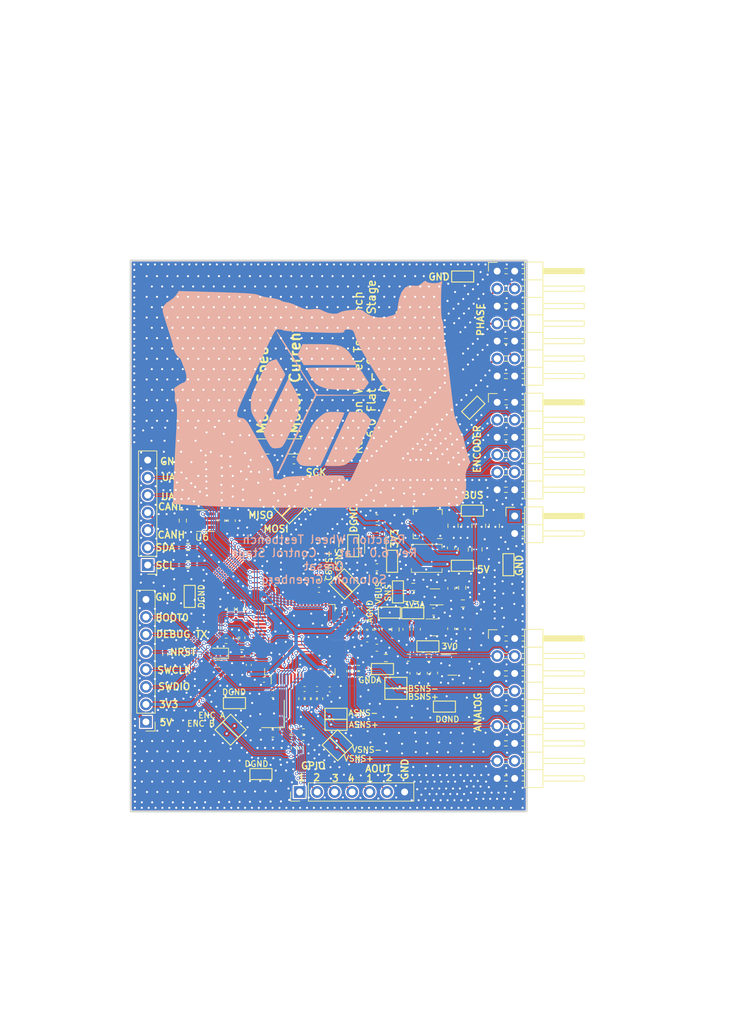
<source format=kicad_pcb>
(kicad_pcb (version 20211014) (generator pcbnew)
  (layers (0 "F.Cu" signal) (1 "In1.Cu" signal) (2 "In2.Cu" signal) (31 "B.Cu" signal) (34 "B.Paste" user) (35 "F.Paste" user) (36 "B.SilkS" user "B.Silkscreen") (37 "F.SilkS" user "F.Silkscreen") (38 "B.Mask" user) (39 "F.Mask" user) (44 "Edge.Cuts" user))
  (net 0 "")
  (net 1 "VBUS")
  (net 2 "GND")
  (net 3 "Net-(C5-Pad2)")
  (net 4 "+5V")
  (net 5 "/VREF+")
  (net 6 "/XTAL_IN")
  (net 7 "/XTAL_OUT")
  (net 8 "/VDDA")
  (net 9 "/NRST")
  (net 10 "+3V3")
  (net 11 "/ENC_A_FLT")
  (net 12 "/PHA_SNS-")
  (net 13 "/PHA_SNS+")
  (net 14 "/PHB_SNS-")
  (net 15 "/PHB_SNS+")
  (net 16 "+3V3A")
  (net 17 "/PHC_SNS-")
  (net 18 "/PHC_SNS+")
  (net 19 "+3V0")
  (net 20 "Net-(C43-Pad1)")
  (net 21 "/VBUS_SNS_RAW-")
  (net 22 "/VBUS_SNS_RAW+")
  (net 23 "/ENC_B_FLT")
  (net 24 "/SPI_MISO_FLT")
  (net 25 "/STATUS_LED")
  (net 26 "Net-(D1-Pad2)")
  (net 27 "Net-(D2-Pad2)")
  (net 28 "Net-(D2-Pad3)")
  (net 29 "/LED_DATA")
  (net 30 "/LED_CLK")
  (net 31 "Net-(D3-Pad2)")
  (net 32 "Net-(D3-Pad3)")
  (net 33 "/LED_CLKOUT")
  (net 34 "/LED_DATAOUT")
  (net 35 "/SWDIO")
  (net 36 "/SWCLK")
  (net 37 "/DEBUG_TX")
  (net 38 "/BOOT0")
  (net 39 "/I2C_SCL")
  (net 40 "/I2C_SDA")
  (net 41 "/CAN_H")
  (net 42 "/CAN_L")
  (net 43 "/UART_TX")
  (net 44 "/UART_RX")
  (net 45 "/GPIO1")
  (net 46 "/GPIO2")
  (net 47 "/GPIO3")
  (net 48 "/GPIO4")
  (net 49 "/AOUT1")
  (net 50 "/AOUT2")
  (net 51 "/PHAH")
  (net 52 "/PHAL")
  (net 53 "/PHBH")
  (net 54 "/PHBL")
  (net 55 "/PHCH")
  (net 56 "/PHCL")
  (net 57 "/ENC_A")
  (net 58 "/ENC_B")
  (net 59 "/SPI_MOSI")
  (net 60 "/SPI_MISO")
  (net 61 "/SPI_SCK")
  (net 62 "/SPI_nCS")
  (net 63 "/PHA_SNS_RAW+")
  (net 64 "/PHA_SNS_RAW-")
  (net 65 "/PHB_SNS_RAW+")
  (net 66 "/PHB_SNS_RAW-")
  (net 67 "/PHC_SNS_RAW+")
  (net 68 "/PHC_SNS_RAW-")
  (net 69 "Net-(JP1-Pad2)")
  (net 70 "/SPI_NSS")
  (net 71 "/SPI_SOFTNSS")
  (net 72 "Net-(L1-Pad1)")
  (net 78 "/VBUS_SNS")
  (net 83 "/CAN_RX")
  (net 84 "/CAN_TX")
  (net 90 "/VBUS_SNS-")
  (net 91 "/VBUS_SNS+")
  (net 92 "Net-(R28-Pad1)")
  (footprint "Capacitor_SMD:C_0603_1608Metric" (layer "F.Cu") (at 223.25 123.125 -90)
    (fp_text reference "C36" hide)
    (fp_text value "100n")
  )
  (footprint "Connector_PinHeader_2.54mm:PinHeader_1x08_P2.54mm_Vertical" (layer "F.Cu") (at 181.4 130.225 180)
    (fp_text reference "J1" hide)
    (fp_text value "PROG")
  )
  (footprint "project-footprints:TestPoint_Keystone_5015_Micro-Minature_3DMODEL" (layer "F.Cu") (at 194.25 127.5)
    (fp_text reference "TP29" hide)
    (fp_text value "TestPoint_Small")
  )
  (footprint "Capacitor_SMD:C_0805_2012Metric" (layer "F.Cu") (at 226 101.75 -90)
    (fp_text reference "C4" hide)
    (fp_text value "22u")
  )
  (footprint "Connector_PinHeader_2.54mm:PinHeader_2x06_P2.54mm_Horizontal" (layer "F.Cu") (at 232.41 83.82)
    (fp_text reference "J5" hide)
    (fp_text value "ENC_SIG")
  )
  (footprint "Capacitor_SMD:C_0603_1608Metric" (layer "F.Cu") (at 198.4112 92.2528 180)
    (fp_text reference "C50" hide)
    (fp_text value "100n")
  )
  (footprint "project-footprints:TestPoint_Keystone_5015_Micro-Minature_3DMODEL" (layer "F.Cu") (at 228.8 99.55)
    (fp_text reference "TP1" hide)
    (fp_text value "TestPoint_Small")
  )
  (footprint "Resistor_SMD:R_0402_1005Metric" (layer "F.Cu") (at 204.264 131.61)
    (fp_text reference "R20" hide)
    (fp_text value "DNP")
  )
  (footprint "Capacitor_SMD:C_0603_1608Metric" (layer "F.Cu") (at 214.95 100.65 180)
    (fp_text reference "C19" hide)
    (fp_text value "4.7u")
  )
  (footprint "Capacitor_SMD:C_0603_1608Metric" (layer "F.Cu") (at 214.95 102.125 180)
    (fp_text reference "C21" hide)
    (fp_text value "100n")
  )
  (footprint "project-footprints:TestPoint_Keystone_5015_Micro-Minature_3DMODEL" (layer "F.Cu") (at 204.65 96.85 45)
    (fp_text reference "TP19" hide)
    (fp_text value "TestPoint_Small")
  )
  (footprint "Resistor_SMD:R_0402_1005Metric" (layer "F.Cu") (at 193.043 118.458 180)
    (fp_text reference "R22" hide)
    (fp_text value "0")
  )
  (footprint "project-footprints:TestPoint_Keystone_5015_Micro-Minature_3DMODEL" (layer "F.Cu") (at 217.7 126.15)
    (fp_text reference "TP17" hide)
    (fp_text value "TestPoint_Small")
  )
  (footprint "project-footprints:TestPoint_Keystone_5015_Micro-Minature_3DMODEL" (layer "F.Cu") (at 224.75 128)
    (fp_text reference "TP14" hide)
    (fp_text value "TestPoint_Small")
  )
  (footprint "project-footprints:TestPoint_Keystone_5015_Micro-Minature_3DMODEL" (layer "F.Cu") (at 218 111.35 90)
    (fp_text reference "TP13" hide)
    (fp_text value "TestPoint_Small")
  )
  (footprint "project-footprints:TestPoint_Keystone_5015_Micro-Minature_3DMODEL" (layer "F.Cu") (at 209.7 110.75 135)
    (fp_text reference "TP22" hide)
    (fp_text value "TestPoint_Small")
  )
  (footprint "Capacitor_SMD:C_0402_1005Metric" (layer "F.Cu") (at 211.04 116.85 -90)
    (fp_text reference "C17" hide)
    (fp_text value "10n")
  )
  (footprint "Capacitor_SMD:C_0402_1005Metric" (layer "F.Cu") (at 184.2008 120.4976 -90)
    (fp_text reference "C13" hide)
    (fp_text value "100n")
  )
  (footprint "project-footprints:TestPoint_Keystone_5015_Micro-Minature_3DMODEL" (layer "F.Cu") (at 209 130.65)
    (fp_text reference "TP15" hide)
    (fp_text value "TestPoint_Small")
  )
  (footprint "project-footprints:TestPoint_Keystone_5015_Micro-Minature_3DMODEL" (layer "F.Cu") (at 193.122183 131.927817 -45)
    (fp_text reference "TP6" hide)
    (fp_text value "TestPoint_Small")
  )
  (footprint "project-footprints:TestPoint_Keystone_5015_Micro-Minature_3DMODEL" (layer "F.Cu") (at 215.75 122.55)
    (fp_text reference "TP25" hide)
    (fp_text value "TestPoint_Small")
  )
  (footprint "Resistor_SMD:R_0603_1608Metric" (layer "F.Cu") (at 227.4316 113.03 180)
    (fp_text reference "R13" hide)
    (fp_text value "35.7k/0.1%")
  )
  (footprint "Capacitor_SMD:C_0603_1608Metric" (layer "F.Cu") (at 214.94 119.45)
    (fp_text reference "C8" hide)
    (fp_text value "4.7u")
  )
  (footprint "Resistor_SMD:R_0603_1608Metric" (layer "F.Cu") (at 222.475 120.9)
    (fp_text reference "R8" hide)
    (fp_text value "100")
  )
  (footprint "Capacitor_SMD:C_0402_1005Metric" (layer "F.Cu") (at 196.34 121.95 90)
    (fp_text reference "C23" hide)
    (fp_text value "100n")
  )
  (footprint "project-footprints:TestPoint_Keystone_5015_Micro-Minature_3DMODEL" (layer "F.Cu") (at 209.8 133.05 135)
    (fp_text reference "TP4" hide)
    (fp_text value "TestPoint_Small")
  )
  (footprint "Capacitor_SMD:C_0603_1608Metric" (layer "F.Cu") (at 192.338 101 -90)
    (fp_text reference "C41" hide)
    (fp_text value "100n")
  )
  (footprint "Capacitor_SMD:C_0603_1608Metric" (layer "F.Cu") (at 219.24 116.775 -90)
    (fp_text reference "C40" hide)
    (fp_text value "4.7u")
  )
  (footprint "project-footprints:TestPoint_Keystone_5015_Micro-Minature_3DMODEL" (layer "F.Cu") (at 209 129.05)
    (fp_text reference "TP16" hide)
    (fp_text value "TestPoint_Small")
  )
  (footprint "Capacitor_SMD:C_0603_1608Metric" (layer "F.Cu") (at 225.7 104.95 90)
    (fp_text reference "C6" hide)
    (fp_text value "4.7u")
  )
  (footprint "Capacitor_SMD:C_0402_1005Metric" (layer "F.Cu") (at 213.54 118.25)
    (fp_text reference "C12" hide)
    (fp_text value "1u")
  )
  (footprint "Capacitor_SMD:C_0402_1005Metric" (layer "F.Cu") (at 206.24 125.45 180)
    (fp_text reference "C31" hide)
    (fp_text value "DNP")
  )
  (footprint "Connector_PinHeader_2.54mm:PinHeader_1x07_P2.54mm_Vertical" (layer "F.Cu") (at 203.725 140.4 90)
    (fp_text reference "J3" hide)
    (fp_text value "OSCOPE")
  )
  (footprint "Capacitor_SMD:C_0603_1608Metric" (layer "F.Cu") (at 220.3 98.1 180)
    (fp_text reference "C5" hide)
    (fp_text value "1u")
  )
  (footprint "project-footprints:TestPoint_Keystone_5015_Micro-Minature_3DMODEL" (layer "F.Cu") (at 217.15 106.9 90)
    (fp_text reference "TP11" hide)
    (fp_text value "TestPoint_Small")
  )
  (footprint "Capacitor_SMD:C_0603_1608Metric" (layer "F.Cu") (at 216.19 116.8 -90)
    (fp_text reference "C29" hide)
    (fp_text value "4.7u")
  )
  (footprint "project-footprints:TestPoint_Keystone_5015_Micro-Minature_3DMODEL" (layer "F.Cu") (at 201.73934 98.68934 45)
    (fp_text reference "TP20" hide)
    (fp_text value "TestPoint_Small")
  )
  (footprint "Capacitor_SMD:C_0603_1608Metric" (layer "F.Cu") (at 220.25 123.175 -90)
    (fp_text reference "C39" hide)
    (fp_text value "4.7u")
  )
  (footprint "project-footprints:TestPoint_Keystone_5015_Micro-Minature_3DMODEL" (layer "F.Cu") (at 202.8 99.75 45)
    (fp_text reference "TP21" hide)
    (fp_text value "TestPoint_Small")
  )
  (footprint "Capacitor_SMD:C_0805_2012Metric" (layer "F.Cu") (at 228 101.75 -90)
    (fp_text reference "C3" hide)
    (fp_text value "22u")
  )
  (footprint "Capacitor_SMD:C_0603_1608Metric" (layer "F.Cu") (at 214.95 107.775 180)
    (fp_text reference "C24" hide)
    (fp_text value "100n")
  )
  (footprint "Capacitor_SMD:C_0603_1608Metric" (layer "F.Cu") (at 220.218 112.117)
    (fp_text reference "C52" hide)
    (fp_text value "DNP")
  )
  (footprint "Capacitor_SMD:C_0402_1005Metric" (layer "F.Cu") (at 206.54 111.05)
    (fp_text reference "C34" hide)
    (fp_text value "DNP")
  )
  (footprint "Connector_PinHeader_2.54mm:PinHeader_2x07_P2.54mm_Horizontal" (layer "F.Cu") (at 232.41 64.77)
    (fp_text reference "J4" hide)
    (fp_text value "PHASE_SIG")
  )
  (footprint "project-footprints:TestPoint_Keystone_5015_Micro-Minature_3DMODEL" (layer "F.Cu") (at 227.35 107.55)
    (fp_text reference "TP7" hide)
    (fp_text value "TestPoint_Small")
  )
  (footprint "project-footprints:TestPoint_Keystone_5015_Micro-Minature_3DMODEL" (layer "F.Cu") (at 198.1 137.8 180)
    (fp_text reference "TP27" hide)
    (fp_text value "TestPoint_Small")
  )
  (footprint "Resistor_SMD:R_0603_1608Metric" (layer "F.Cu") (at 227.33 110.744 90)
    (fp_text reference "R14" hide)
    (fp_text value "10.2k/0.1%")
  )
  (footprint "Resistor_SMD:R_0603_1608Metric" (layer "F.Cu") (at 217.64 116.8 90)
    (fp_text reference "R3" hide)
    (fp_text value "0")
  )
  (footprint "Capacitor_SMD:C_0603_1608Metric" (layer "F.Cu") (at 223.168 114.217)
    (fp_text reference "C47" hide)
    (fp_text value "100n")
  )
  (footprint "Package_TO_SOT_SMD:TSOT-23-5" (layer "F.Cu") (at 214.725 104.95 -90)
    (fp_text reference "U3" hide)
    (fp_text value "NCP115ASN330T2G")
  )
  (footprint "Capacitor_SMD:C_0603_1608Metric" (layer "F.Cu") (at 225.735 116.7 -90)
    (fp_text reference "C35" hide)
    (fp_text value "100n")
  )
  (footprint "Capacitor_SMD:C_0603_1608Metric" (layer "F.Cu") (at 220.74 116.775 -90)
    (fp_text reference "C37" hide)
    (fp_text value "100n")
  )
  (footprint "Resistor_SMD:R_0603_1608Metric" (layer "F.Cu") (at 187.512 104.81 180)
    (fp_text reference "R26" hide)
    (fp_text value "4.7k")
  )
  (footprint "project-footprints:TestPoint_Keystone_5015_Micro-Minature_3DMODEL" (layer "F.Cu") (at 228.95 84.6 45)
    (fp_text reference "TP28" hide)
    (fp_text value "TestPoint_Small")
  )
  (footprint "project-footprints:TestPoint_Keystone_5015_Micro-Minature_3DMODEL" (layer "F.Cu") (at 210.76066 109.68934 135)
    (fp_text reference "TP23" hide)
    (fp_text value "TestPoint_Small")
  )
  (footprint "Capacitor_SMD:C_0603_1608Metric" (layer "F.Cu") (at 193.8392 92.2528 180)
    (fp_text reference "C49" hide)
    (fp_text value "100n")
  )
  (footprint "Package_QFP:LQFP-64_10x10mm_P0.5mm" (layer "F.Cu") (at 203.75 118.292 90)
    (fp_text reference "U2" hide)
    (fp_text value "STM32G474RBTx")
  )
  (footprint "Capacitor_SMD:C_0402_1005Metric" (layer "F.Cu") (at 210.94 122.85 -90)
    (fp_text reference "C32" hide)
    (fp_text value "DNP")
  )
  (footprint "project-footprints:TestPoint_Keystone_5015_Micro-Minature_3DMODEL" (layer "F.Cu") (at 194.253553 130.796447 -45)
    (fp_text reference "TP5" hide)
    (fp_text value "TestPoint_Small")
  )
  (footprint "Capacitor_SMD:C_0402_1005Metric" (layer "F.Cu") (at 204.44 125.45 180)
    (fp_text reference "C44" hide)
    (fp_text value "DNP")
  )
  (footprint "project-footprints:TestPoint_Keystone_5015_Micro-Minature_3DMODEL" (layer "F.Cu") (at 211.5 104.65 90)
    (fp_text reference "TP2" hide)
    (fp_text value "TestPoint_Small")
  )
  (footprint "project-footprints:APA102_2020" (layer "F.Cu") (at 202.9832 90.2208 180)
    (fp_text reference "D4" hide)
    (fp_text value "APA102-2020")
  )
  (footprint "Capacitor_SMD:C_0402_1005Metric" (layer "F.Cu") (at 202.414 131.61)
    (fp_text reference "C45" hide)
    (fp_text value "DNP")
  )
  (footprint "Resistor_SMD:R_0603_1608Metric" (layer "F.Cu") (at 216.24 120.95 180)
    (fp_text reference "R1" hide)
    (fp_text value "0")
  )
  (footprint "Resistor_SMD:R_0402_1005Metric" (layer "F.Cu") (at 206.09 109.6 90)
    (fp_text reference "R10" hide)
    (fp_text value "0")
  )
  (footprint "Resistor_SMD:R_0603_1608Metric" (layer "F.Cu") (at 187.512 107.35 180)
    (fp_text reference "R25" hide)
    (fp_text value "4.7k")
  )
  (footprint "project-footprints:TestPoint_Keystone_5015_Micro-Minature_3DMODEL" (layer "F.Cu") (at 234.05 107.4 90)
    (fp_text reference "TP12" hide)
    (fp_text value "TestPoint_Small")
  )
  (footprint "project-footprints:ECS-MPI4040R4" (layer "F.Cu") (at 222.175 106.475)
    (fp_text reference "L1" hide)
    (fp_text value "6.8u")
  )
  (footprint "project-footprints:APA102_2020" (layer "F.Cu") (at 193.8392 90.2208 180)
    (fp_text reference "D2" hide)
    (fp_text value "APA102-2020")
  )
  (footprint "project-footprints:TestPoint_Keystone_5015_Micro-Minature_3DMODEL" (layer "F.Cu") (at 222.35 119.25)
    (fp_text reference "TP9" hide)
    (fp_text value "TestPoint_Small")
  )
  (footprint "project-footprints:TestPoint_Keystone_5015_Micro-Minature_3DMODEL" (layer "F.Cu") (at 217.7 124.55)
    (fp_text reference "TP18" hide)
    (fp_text value "TestPoint_Small")
  )
  (footprint "Package_TO_SOT_SMD:SOT-353_SC-70-5" (layer "F.Cu") (at 223.368 112.067 180)
    (fp_text reference "U7" hide)
    (fp_text value "LMV831")
  )
  (footprint "Connector_PinHeader_2.54mm:PinHeader_1x07_P2.54mm_Vertical" (layer "F.Cu") (at 181.65 107.45 180)
    (fp_text reference "J2" hide)
    (fp_text value "COMM")
  )
  (footprint "Resistor_SMD:R_0402_1005Metric" (layer "F.Cu") (at 203.864 134 -90)
    (fp_text reference "R18" hide)
    (fp_text value "0")
  )
  (footprint "project-footprints:TestPoint_Keystone_5015_Micro-Minature_3DMODEL" (layer "F.Cu") (at 208.683274 134.166727 135)
    (fp_text reference "TP3" hide)
    (fp_text value "TestPoint_Small")
  )
  (footprint "Capacitor_SMD:C_0603_1608Metric" (layer "F.Cu") (at 199.837 131.933 180)
    (fp_text reference "C11" hide)
    (fp_text value "20p")
  )
  (footprint "project-footprints:SOT-23-8-Fixed" (layer "F.Cu") (at 189.544 101 180)
    (fp_text reference "U6")
    (fp_text value "TCAN330")
  )
  (footprint "Capacitor_SMD:C_0402_1005Metric" (layer "F.Cu") (at 213.99 116.85 -90)
    (fp_text reference "C27" hide)
    (fp_text value "100n")
  )
  (footprint "project-footprints:TestPoint_Keystone_5015_Micro-Minature_3DMODEL" (layer "F.Cu") (at 216.75 114.35)
    (fp_text reference "TP31" hide)
    (fp_text value "TestPoint_Small")
  )
  (footprint "project-footprints:TestPoint_Keystone_5015_Micro-Minature_3DMODEL" (layer "F.Cu") (at 205.71066 97.91066 45)
    (fp_text reference "TP26" hide)
    (fp_text value "TestPoint_Small")
  )
  (footprint "Capacitor_SMD:C_0805_2012Metric" (layer "F.Cu") (at 227.475 105.175 90)
    (fp_text reference "C10" hide)
    (fp_text value "47u")
  )
  (footprint "Capacitor_SMD:C_0603_1608Metric" (layer "F.Cu") (at 202.8952 92.2528 180)
    (fp_text reference "C51" hide)
    (fp_text value "100n")
  )
  (footprint "Connector_PinHeader_2.54mm:PinHeader_1x02_P2.54mm_Horizontal" (layer "F.Cu") (at 234.95 100.33)
    (fp_text reference "J7" hide)
    (fp_text value "POWER")
  )
  (footprint "Capacitor_SMD:C_0603_1608Metric" (layer "F.Cu") (at 212.24 113.75 -90)
    (fp_text reference "C15" hide)
    (fp_text value "4.7u")
  )
  (footprint "Resistor_SMD:R_0402_1005Metric" (layer "F.Cu") (at 202.414 132.56 180)
    (fp_text reference "R19" hide)
    (fp_text value "DNP")
  )
  (footprint "Resistor_SMD:R_0603_1608Metric" (layer "F.Cu") (at 186.75 101 90)
    (fp_text reference "R12" hide)
    (fp_text value "120")
  )
  (footprint "Resistor_SMD:R_0402_1005Metric" (layer "F.Cu") (at 205.79 126.85 -90)
    (fp_text reference "R4" hide)
    (fp_text value "0")
  )
  (footprint "Jumper:SolderJumper-3_P1.3mm_Bridged12_Pad1.0x1.5mm" (layer "F.Cu") (at 224.1 97.6 180)
    (fp_text reference "JP1" hide)
    (fp_text value "SolderJumper_3_Bridged12")
  )
  (footprint "Capacitor_SMD:C_0603_1608Metric" (layer "F.Cu") (at 221.75 123.15 -90)
    (fp_text reference "C38" hide)
    (fp_text value "4.7u")
  )
  (footprint "Resistor_SMD:R_0603_1608Metric" (layer "F.Cu") (at 190.8824 89.2556 -90)
    (fp_text reference "R24" hide)
    (fp_text value "1k")
  )
  (footprint "Capacitor_SMD:C_0402_1005Metric" (layer "F.Cu") (at 194.443 118.008 -90)
    (fp_text reference "C48" hide)
    (fp_text value "DNP")
  )
  (footprint "Resistor_SMD:R_0603_1608Metric" (layer "F.Cu") (at 220.218 110.617 180)
    (fp_text reference "R28" hide)
    (fp_text value "0")
  )
  (footprint "Crystal:Crystal_SMD_3225-4Pin_3.2x2.5mm" (layer "F.Cu") (at 199.837 129.058 90)
    (fp_text reference "Y1" hide)
    (fp_text value "Crystal_GND24")
  )
  (footprint "Capacitor_SMD:C_0805_2012Metric" (layer "F.Cu") (at 232 101.75 -90)
    (fp_text reference "C1" hide)
    (fp_text value "22u")
  )
  (footprint "Capacitor_SMD:C_0603_1608Metric" (layer "F.Cu") (at 227.235 116.725 -90)
    (fp_text reference "C30" hide)
    (fp_text value "4.7u")
  )
  (footprint "LED_SMD:LED_0603_1608Metric" (layer "F.Cu") (at 191.903 120.258 180)
    (fp_text reference "D1" hide)
    (fp_text value "LED")
  )
  (footprint "Capacitor_SMD:C_0603_1608Metric" (layer "F.Cu") (at 219.5 120.9 180)
    (fp_text reference "C33" hide)
    (fp_text value "100n")
  )
  (footprint "Resistor_SMD:R_0402_1005Metric" (layer "F.Cu") (at 212.29 123.3)
    (fp_text reference "R6" hide)
    (fp_text value "0")
  )
  (footprint "NetTie:NetTie-2_SMD_Pad0.5mm" (layer "F.Cu") (at 220.9 100.525 180)
    (fp_text reference "NT1" hide)
    (fp_text value "NetTie_2")
  )
  (footprint "Package_DFN_QFN:QFN-16-1EP_4x4mm_P0.65mm_EP2.7x2.7mm" (layer "F.Cu") (at 222.325 101.5 180)
    (fp_text reference "U1" hide)
    (fp_text value "TPS62112")
  )
  (footprint "Capacitor_SMD:C_0402_1005Metric" (layer "F.Cu") (at 213.09 116.85 -90)
    (fp_text reference "C25" hide)
    (fp_text value "10n")
  )
  (footprint "Resistor_SMD:R_0402_1005Metric" (layer "F.Cu") (at 203.99 126.85 -90)
    (fp_text reference "R15" hide)
    (fp_text value "0")
  )
  (footprint "Capacitor_SMD:C_0603_1608Metric" (layer "F.Cu") (at 214.95 109.275 180)
    (fp_text reference "C26" hide)
    (fp_text value "4.7u")
  )
  (footprint "Resistor_SMD:R_0402_1005Metric" (layer "F.Cu") (at 206.99 109.6 90)
    (fp_text reference "R9" hide)
    (fp_text value "0")
  )
  (footprint "Capacitor_SMD:C_0402_1005Metric" (layer "F.Cu") (at 211.04 114.32 -90)
    (fp_text reference "C20" hide)
    (fp_text value "100n")
  )
  (footprint "project-footprints:TestPoint_Keystone_5015_Micro-Minature_3DMODEL" (layer "F.Cu") (at 220.15 114.45)
    (fp_text reference "TP24" hide)
    (fp_text value "TestPoint_Small")
  )
  (footprint "Capacitor_SMD:C_0402_1005Metric" (layer "F.Cu") (at 200.25 110.9)
    (fp_text reference "C22" hide)
    (fp_text value "100n")
  )
  (footprint "project-footprints:APA102_2020" (layer "F.Cu") (at 198.2952 90.2208 180)
    (fp_text reference "D3" hide)
    (fp_text value "APA102-2020")
  )
  (footprint "Capacitor_SMD:C_0603_1608Metric" (layer "F.Cu") (at 193.862 101 -90)
    (fp_text reference "C42" hide)
    (fp_text value "4.7u")
  )
  (footprint "Resistor_SMD:R_0603_1608Metric" (layer "F.Cu") (at 195.353 120.258 180)
    (fp_text reference "R2" hide)
    (fp_text value "10k")
  )
  (footprint "Resistor_SMD:R_0603_1608Metric" (layer "F.Cu") (at 193.74 113.875 90)
    (fp_text reference "JP3" hide)
    (fp_text value "Jumper_2_Bridged")
  )
  (footprint "project-footprints:TestPoint_Keystone_5015_Micro-Minature_3DMODEL" (layer "F.Cu") (at 227.4 65.55)
    (fp_text reference "TP10" hide)
    (fp_text value "TestPoint_Small")
  )
  (footprint "Resistor_SMD:R_0402_1005Metric" (layer "F.Cu") (at 204.89 126.85 -90)
    (fp_text reference "R16" hide)
    (fp_text value "0")
  )
  (footprint "Resistor_SMD:R_0603_1608Metric" (layer "F.Cu") (at 189.3824 89.2556 -90)
    (fp_text reference "R23" hide)
    (fp_text value "1k")
  )
  (footprint "Capacitor_SMD:C_0603_1608Metric" (layer "F.Cu") (at 199.812 126.183)
    (fp_text reference "C9" hide)
    (fp_text value "20p")
  )
  (footprint "Capacitor_SMD:C_0402_1005Metric" (layer "F.Cu") (at 214.94 116.85 -90)
    (fp_text reference "C28" hide)
    (fp_text value "1u")
  )
  (footprint "Capacitor_SMD:C_0402_1005Metric" (layer "F.Cu") (at 211.9376 116.85 -90)
    (fp_text reference "C14" hide)
    (fp_text value "100n")
  )
  (footprint "project-footprints:TI-WSON-6-2.2x2.5" (layer "F.Cu") (at 223.31 116.5 90)
    (fp_text reference "U5" hide)
    (fp_text value "LP5900SD-3.3/NOPB")
  )
  (footprint "Capacitor_SMD:C_0402_1005Metric" (layer "F.Cu") (at 204.264 132.56 180)
    (fp_text reference "C46" hide)
    (fp_text value "DNP")
  )
  (footprint "Resistor_SMD:R_0402_1005Metric" (layer "F.Cu") (at 212.29 122.4)
    (fp_text reference "R7" hide)
    (fp_text value "0")
  )
  (footprint "project-footprints:TestPoint_Keystone_5015_Micro-Minature_3DMODEL" (layer "F.Cu") (at 187.75 112 90)
    (fp_text reference "TP8" hide)
    (fp_text value "TestPoint_Small")
  )
  (footprint "Resistor_SMD:R_0402_1005Metric" (layer "F.Cu") (at 202.89 134 -90)
    (fp_text reference "R17" hide)
    (fp_text value "0")
  )
  (footprint "Resistor_SMD:R_0402_1005Metric" (layer "F.Cu") (at 195.393 118.008 90)
    (fp_text reference "R21" hide)
    (fp_text value "DNP")
  )
  (footprint "Capacitor_SMD:C_0603_1608Metric" (layer "F.Cu") (at 225.7552 110.8456 90)
    (fp_text reference "C43" hide)
    (fp_text value "DNP")
  )
  (footprint "Resistor_SMD:R_0603_1608Metric" (layer "F.Cu") (at 191.903 121.758)
    (fp_text reference "R11" hide)
    (fp_text value "330")
  )
  (footprint "Resistor_SMD:R_0402_1005Metric" (layer "F.Cu") (at 206.69 126.85 -90)
    (fp_text reference "R5" hide)
    (fp_text value "0")
  )
  (footprint "project-footprints:TestPoint_Keystone_5015_Micro-Minature_3DMODEL" (layer "F.Cu") (at 197.7 96.55)
    (fp_text reference "TP30" hide)
    (fp_text value "TestPoint_Small")
  )
  (footprint "Capacitor_SMD:C_0805_2012Metric" (layer "F.Cu") (at 230 101.75 -90)
    (fp_text reference "C2" hide)
    (fp_text value "22u")
  )
  (footprint "Resistor_SMD:R_0603_1608Metric" (layer "F.Cu") (at 195.19 113.875 90)
    (fp_text reference "JP2" hide)
    (fp_text value "Jumper_2_Bridged")
  )
  (footprint "Connector_PinHeader_2.54mm:PinHeader_2x09_P2.54mm_Horizontal" (layer "F.Cu") (at 232.41 118.11)
    (fp_text reference "J6" hide)
    (fp_text value "ANALOG_SIG")
  )
  (footprint "Package_TO_SOT_SMD:SOT-23" (layer "F.Cu") (at 225.9 121.875)
    (fp_text reference "U4" hide)
    (fp_text value "LM4040C30FTA")
  )
  (footprint "Capacitor_SMD:C_0402_1005Metric" (layer "F.Cu") (at 198.54 124.1 180)
    (fp_text reference "C16" hide)
    (fp_text value "100n")
  )
  (footprint "Capacitor_SMD:C_0805_2012Metric" (layer "F.Cu") (at 229.475 105.175 90)
    (fp_text reference "C7" hide)
    (fp_text value "47u")
  )
  (footprint "Capacitor_SMD:C_0402_1005Metric" (layer "F.Cu") (at 208.09 125.5 180)
    (fp_text reference "C18" hide)
    (fp_text value "100n")
  )
  (footprint "LOGO" (layer "B.Cu") (at 206.1 82.7 180)
    (fp_text reference "G***" hide)
    (fp_text value "LOGO" hide)
  )
  (gr_rect (start 179.15 63.2) (end 236.728 143.256) (layer "Edge.Cuts") (width 0.2) (fill none))
  (gr_text "Reaction Wheel Testbench\nRev 6.0 Flat - Control Stage\nOresat\nSolomon. Greenberg\n" (at 207.25 106.65) (layer "B.SilkS") (effects (font (size 1.2 1.2) (thickness 0.2)) (justify mirror)))
  (gr_text "SCL" (at 184.2 107.5) (layer "F.SilkS") (effects (font (size 1 1) (thickness 0.2))))
  (gr_text "DGND" (at 225.175 129.85) (layer "F.SilkS") (effects (font (size 0.85 0.85))))
  (gr_text "DGND" (at 189.45 111.975 90) (layer "F.SilkS") (effects (font (size 0.85 0.85))))
  (gr_text "Motor Current" (at 203.0476 80.5688 90) (layer "F.SilkS") (effects (font (size 1.5 1.5) (thickness 0.3))))
  (gr_text "ENC B" (at 189.4 130.475) (layer "F.SilkS") (effects (font (size 0.85 0.85))))
  (gr_text "Reaction Wheel Testbench\nRev 6.0 Flat - Control Stage\nOresat\nSolomon. Greenberg\n" (at 215.125 79.525 90) (layer "F.SilkS") (effects (font (size 1.2 1.2) (thickness 0.2))))
  (gr_text "NRST" (at 186.8 120.1) (layer "F.SilkS") (effects (font (size 1 1) (thickness 0.2))))
  (gr_text "3" (at 208.9 138.4) (layer "F.SilkS") (effects (font (size 1 1) (thickness 0.2))))
  (gr_text "CANH" (at 185.075 103.075) (layer "F.SilkS") (effects (font (size 1 1) (thickness 0.2))))
  (gr_text "3V0" (at 225.525 119.25) (layer "F.SilkS") (effects (font (size 0.85 0.85))))
  (gr_text "1" (at 213.9 138.4) (layer "F.SilkS") (effects (font (size 1 1) (thickness 0.2))))
  (gr_text "VSNS+" (at 212.3 135.55) (layer "F.SilkS") (effects (font (size 0.85 0.85))))
  (gr_text "CSNS-" (at 209.35 106.175 90) (layer "F.SilkS") (effects (font (size 0.85 0.85))))
  (gr_text "2" (at 206.2 138.3) (layer "F.SilkS") (effects (font (size 1 1) (thickness 0.2))))
  (gr_text "AOUT" (at 215.125 137.025) (layer "F.SilkS") (effects (font (size 1 1) (thickness 0.2))))
  (gr_text "2" (at 216.7 138.3) (layer "F.SilkS") (effects (font (size 1 1) (thickness 0.2))))
  (gr_text "3V3" (at 184.7 127.7) (layer "F.SilkS") (effects (font (size 1 1) (thickness 0.2))))
  (gr_text "nCS" (at 208.8 96.3) (layer "F.SilkS") (effects (font (size 1 1) (thickness 0.2))))
  (gr_text "BSNS-" (at 221.675 125.4) (layer "F.SilkS") (effects (font (size 0.85 0.85))))
  (gr_text "MOSI" (at 200.3 102.2) (layer "F.SilkS") (effects (font (size 1 1) (thickness 0.2))))
  (gr_text "DGND" (at 211.575 100.725 90) (layer "F.SilkS") (effects (font (size 1 1) (thickness 0.2))))
  (gr_text "DGND" (at 197.9 95) (layer "F.SilkS") (effects (font (size 1 1) (thickness 0.2))))
  (gr_text "CSNS+" (at 207.95 107.525 90) (layer "F.SilkS") (effects (font (size 0.85 0.85))))
  (gr_text "5V" (at 184.3 130.3) (layer "F.SilkS") (effects (font (size 1 1) (thickness 0.2))))
  (gr_text "GND" (at 184.3 112.1) (layer "F.SilkS") (effects (font (size 1 1) (thickness 0.2))))
  (gr_text "VBUS" (at 228.5 97.3) (layer "F.SilkS") (effects (font (size 1 1) (thickness 0.2))))
  (gr_text "3V3" (at 217.5 103.6 90) (layer "F.SilkS") (effects (font (size 1 1) (thickness 0.2))))
  (gr_text "PHASE" (at 230 71.8 90) (layer "F.SilkS") (effects (font (size 1 1) (thickness 0.2))))
  (gr_text "ENC A" (at 190.95 129.275) (layer "F.SilkS") (effects (font (size 0.85 0.85))))
  (gr_text "AGND" (at 213.925 114.175 90) (layer "F.SilkS") (effects (font (size 0.85 0.85))))
  (gr_text "DGND" (at 194.2 125.9) (layer "F.SilkS") (effects (font (size 0.85 0.85))))
  (gr_text "Status" (at 193.7512 84.9376 90) (layer "F.SilkS") (effects (font (size 1.5 1.5) (thickness 0.3))))
  (gr_text "GNDA" (at 213.925 124.15) (layer "F.SilkS") (effects (font (size 0.85 0.85))))
  (gr_text "SCK" (at 206.1 94) (layer "F.SilkS") (effects (font (size 1 1) (thickness 0.2))))
  (gr_text "DGND" (at 197.45 136.325) (layer "F.SilkS") (effects (font (size 0.85 0.85))))
  (gr_text "3V3A" (at 220.35 113.2) (layer "F.SilkS") (effects (font (size 0.85 0.85))))
  (gr_text "GND" (at 219 137.1 90) (layer "F.SilkS") (effects (font (size 1 1) (thickness 0.2))))
  (gr_text "SWCLK" (at 185.5 122.7) (layer "F.SilkS") (effects (font (size 1 1) (thickness 0.2))))
  (gr_text "UART RX" (at 186.9 94.7) (layer "F.SilkS") (effects (font (size 1 1) (thickness 0.2))))
  (gr_text "Motor Speed" (at 198.374 81.3816 90) (layer "F.SilkS") (effects (font (size 1.5 1.5) (thickness 0.3))))
  (gr_text "BSNS+" (at 221.675 126.575) (layer "F.SilkS") (effects (font (size 0.85 0.85))))
  (gr_text "VSNS-" (at 213.5 134.275) (layer "F.SilkS") (effects (font (size 0.85 0.85))))
  (gr_text "5V" (at 230.4 108.1) (layer "F.SilkS") (effects (font (size 1 1) (thickness 0.2))))
  (gr_text "ANALOG" (at 229.6 128.8 90) (layer "F.SilkS") (effects (font (size 1 1) (thickness 0.2))))
  (gr_text "ASNS+" (at 213.025 130.625) (layer "F.SilkS") (effects (font (size 0.85 0.85))))
  (gr_text "SWDIO" (at 185.5 125.1) (layer "F.SilkS") (effects (font (size 1 1) (thickness 0.2))))
  (gr_text "GND" (at 223.975 65.6) (layer "F.SilkS") (effects (font (size 1 1) (thickness 0.2))))
  (gr_text "UART TX" (at 186.7 97.5) (layer "F.SilkS") (effects (font (size 1 1) (thickness 0.2))))
  (gr_text "ENCODER" (at 229.5 90.6 90) (layer "F.SilkS") (effects (font (size 1 1) (thickness 0.2))))
  (gr_text "DEBUG TX" (at 186.6 117.5) (layer "F.SilkS") (effects (font (size 1 1) (thickness 0.2))))
  (gr_text "GPIO" (at 205.7 136.6) (layer "F.SilkS") (effects (font (size 1 1) (thickness 0.2))))
  (gr_text "SDA" (at 184.2 104.9) (layer "F.SilkS") (effects (font (size 1 1) (thickness 0.2))))
  (gr_text "GND" (at 235.6 107.5 90) (layer "F.SilkS") (effects (font (size 1 1) (thickness 0.2))))
  (gr_text "VBUS\nSNS" (at 215.875 111.475 90) (layer "F.SilkS") (effects (font (size 0.85 0.85))))
  (gr_text "ASNS-" (at 212.95 128.925) (layer "F.SilkS") (effects (font (size 0.85 0.85))))
  (gr_text "MISO" (at 198.1 100.2) (layer "F.SilkS") (effects (font (size 1 1) (thickness 0.2))))
  (gr_text "4" (at 211.2 138.4) (layer "F.SilkS") (effects (font (size 1 1) (thickness 0.2))))
  (gr_text "GND" (at 185 92.4) (layer "F.SilkS") (effects (font (size 1 1) (thickness 0.2))))
  (gr_text "BOOT0" (at 185.2 115.1) (layer "F.SilkS") (effects (font (size 1 1) (thickness 0.2))))
  (gr_text "CANL" (at 185.025 98.975) (layer "F.SilkS") (effects (font (size 1 1) (thickness 0.2))))
  (gr_text "1" (at 204 138.3) (layer "F.SilkS") (effects (font (size 1 1) (thickness 0.2))))
  (segment (start 226 100.8) (end 228.9936 100.8) (width 1) (layer "F.Cu") (net 1))
  (segment (start 234.48 100.8) (end 234.95 100.33) (width 1) (layer "F.Cu") (net 1))
  (segment (start 228.9936 100.8) (end 232 100.8) (width 1) (layer "F.Cu") (net 1))
  (segment (start 226 100.8) (end 227.038 100.8) (width 0.1524) (layer "F.Cu") (net 1))
  (segment (start 225.425 98.552) (end 225.425 97.625) (width 0.1524) (layer "F.Cu") (net 1))
  (segment (start 228.8 100.6064) (end 228.9936 100.8) (width 0.1524) (layer "F.Cu") (net 1))
  (segment (start 225.425 97.625) (end 225.4 97.6) (width 0.1524) (layer "F.Cu") (net 1))
  (segment (start 224.2875 100.525) (end 225.725 100.525) (width 0.35) (layer "F.Cu") (net 1))
  (segment (start 228.2566 113.03) (end 229.4128 113.03) (width 0.1524) (layer "F.Cu") (net 1))
  (segment (start 221.35 99.5375) (end 221.35 98.375) (width 0.35) (layer "F.Cu") (net 1))
  (segment (start 221.004 98.171) (end 221.075 98.1) (width 0.1524) (layer "F.Cu") (net 1))
  (segment (start 224.2875 101.175) (end 225.625 101.175) (width 0.35) (layer "F.Cu") (net 1))
  (segment (start 221.35 98.375) (end 221.075 98.1) (width 0.35) (layer "F.Cu") (net 1))
  (segment (start 227.038 100.8) (end 227.076 100.838) (width 0.1524) (layer "F.Cu") (net 1))
  (segment (start 228.8 99.55) (end 228.8 100.6064) (width 0.1524) (layer "F.Cu") (net 1))
  (segment (start 224.2875 101.825) (end 224.975 101.825) (width 0.35) (layer "F.Cu") (net 1))
  (segment (start 225.725 100.525) (end 226 100.8) (width 0.35) (layer "F.Cu") (net 1))
  (segment (start 232 100.8) (end 234.48 100.8) (width 1) (layer "F.Cu") (net 1))
  (segment (start 224.975 101.825) (end 226 100.8) (width 0.35) (layer "F.Cu") (net 1))
  (segment (start 225.625 101.175) (end 226 100.8) (width 0.35) (layer "F.Cu") (net 1))
  (segment (start 220.3769 98.171) (end 221.004 98.171) (width 0.1524) (layer "F.Cu") (net 1))
  (via (at 229.4128 113.03) (size 0.5) (drill 0.3) (layers "F.Cu" "B.Cu") (net 1))
  (via (at 225.425 98.552) (size 0.5) (drill 0.3) (layers "F.Cu" "B.Cu") (net 1))
  (via (at 227.076 100.838) (size 0.5) (drill 0.3) (layers "F.Cu" "B.Cu") (net 1))
  (via (at 220.3769 98.171) (size 0.5) (drill 0.3) (layers "F.Cu" "B.Cu") (net 1))
  (via (at 228.9936 100.8) (size 0.5) (drill 0.3) (layers "F.Cu" "B.Cu") (net 1))
  (segment (start 229.4128 113.03) (end 229.2096 112.8268) (width 0.1524) (layer "B.Cu") (net 1))
  (segment (start 227.076 100.838) (end 227.076 100.203) (width 0.1524) (layer "B.Cu") (net 1))
  (segment (start 220.7579 98.552) (end 220.3769 98.171) (width 0.1524) (layer "B.Cu") (net 1))
  (segment (start 227.076 100.203) (end 225.425 98.552) (width 0.1524) (layer "B.Cu") (net 1))
  (segment (start 225.425 98.552) (end 220.7579 98.552) (width 0.1524) (layer "B.Cu") (net 1))
  (segment (start 229.2096 101.016) (end 228.9936 100.8) (width 0.2) (layer "B.Cu") (net 1))
  (segment (start 229.2096 112.8268) (end 229.2096 107.95) (width 0.1524) (layer "B.Cu") (net 1))
  (segment (start 229.2096 107.95) (end 229.2096 101.016) (width 0.2) (layer "B.Cu") (net 1))
  (segment (start 215.715 119.45) (end 215.715 119.055) (width 0.35) (layer "F.Cu") (net 2))
  (segment (start 210.798 115.042) (end 211.04 114.8) (width 0.1524) (layer "F.Cu") (net 2))
  (segment (start 221.14 117.15) (end 220.74 117.55) (width 0.35) (layer "F.Cu") (net 2))
  (segment (start 223.34 113.614) (end 223.34 112.067) (width 0.35) (layer "F.Cu") (net 2))
  (segment (start 218.725 120.9) (end 218.725 119.73) (width 0.35) (layer "F.Cu") (net 2))
  (segment (start 225.735 117.475) (end 225.735 118.905) (width 0.35) (layer "F.Cu") (net 2))
  (segment (start 215.945 117.33) (end 216.19 117.575) (width 0.35) (layer "F.Cu") (net 2))
  (segment (start 211.9376 117.33) (end 213.09 117.33) (width 0.25) (layer "F.Cu") (net 2))
  (segment (start 221.043 112.067) (end 220.993 112.117) (width 0.35) (layer "F.Cu") (net 2))
  (segment (start 211.04 114.8) (end 211.965 114.8) (width 0.1524) (layer "F.Cu") (net 2))
  (segment (start 222 99.5375) (end 222 98.4) (width 0.35) (layer "F.Cu") (net 2))
  (segment (start 211.04 117.33) (end 211.99 117.33) (width 0.35) (layer "F.Cu") (net 2))
  (segment (start 223.943 114.217) (end 223.34 113.614) (width 0.35) (layer "F.Cu") (net 2))
  (segment (start 225.735 118.905) (end 225.69 118.95) (width 0.35) (layer "F.Cu") (net 2))
  (segment (start 222.16 117.15) (end 223.01 117.15) (width 0.35) (layer "F.Cu") (net 2))
  (segment (start 216.7444 119.45) (end 218.445 119.45) (width 0.35) (layer "F.Cu") (net 2))
  (segment (start 219.24 119.215) (end 219.24 117.55) (width 0.35) (layer "F.Cu") (net 2))
  (segment (start 225.735 117.475) (end 227.21 117.475) (width 0.35) (layer "F.Cu") (net 2))
  (segment (start 214.02 118.25) (end 214.02 117.36) (width 0.35) (layer "F.Cu") (net 2))
  (segment (start 222 99.5375) (end 222 101.175) (width 0.35) (layer "F.Cu") (net 2))
  (segment (start 207.61 125.5) (end 207.6006 125.5) (width 0.1524) (layer "F.Cu") (net 2))
  (segment (start 207 124.8994) (end 207 123.967) (width 0.1524) (layer "F.Cu") (net 2))
  (segment (start 223.01 117.15) (end 223.31 117.45) (width 0.35) (layer "F.Cu") (net 2))
  (segment (start 225.69 118.95) (end 224.81 118.95) (width 0.35) (layer "F.Cu") (net 2))
  (segment (start 200.5 112.617) (end 200.5 111.13) (width 0.25) (layer "F.Cu") (net 2))
  (segment (start 226.02692 121.272546) (end 226.02692 119.28692) (width 0.35) (layer "F.Cu") (net 2))
  (segment (start 211.965 114.8) (end 212.24 114.525) (width 0.1524) (layer "F.Cu") (net 2))
  (segment (start 224.318 112.067) (end 223.34 112.067) (width 0.35) (layer "F.Cu") (net 2))
  (segment (start 215.715 119.055) (end 214.7762 118.1162) (width 0.35) (layer "F.Cu") (net 2))
  (segment (start 214.7762 118.1162) (end 213.99 117.33) (width 0.35) (layer "F.Cu") (net 2))
  (segment (start 213.99 117.33) (end 213.09 117.33) (width 0.35) (layer "F.Cu") (net 2))
  (segment (start 223.34 112.067) (end 221.043 112.067) (width 0.35) (layer "F.Cu") (net 2))
  (segment (start 224.1 99.725) (end 222.325 101.5) (width 0.1524) (layer "F.Cu") (net 2))
  (segment (start 224.81 118.95) (end 223.31 117.45) (width 0.35) (layer "F.Cu") (net 2))
  (segment (start 210.752 117.042) (end 211.04 117.33) (width 0.35) (layer "F.Cu") (net 2))
  (segment (start 198.075 121.542) (end 196.412 121.542) (width 0.25) (layer "F.Cu") (net 2))
  (segment (start 228.2566 114.554) (end 229.4128 114.554) (width 0.5) (layer "F.Cu") (net 2))
  (segment (start 226.02692 119.28692) (end 225.69 118.95) (width 0.35) (layer "F.Cu") (net 2))
  (segment (start 215.715 119.45) (end 216.7444 119.45) (width 0.35) (layer "F.Cu") (net 2))
  (segment (start 214.02 117.36) (end 213.99 117.33) (width 0.35) (layer "F.Cu") (net 2))
  (segment (start 209.425 117.042) (end 210.752 117.042) (width 0.35) (layer "F.Cu") (net 2))
  (segment (start 224.9625 122.336966) (end 226.02692 121.272546) (width 0.35) (layer "F.Cu") (net 2))
  (segment (start 218.445 119.45) (end 218.725 119.73) (width 0.35) (layer "F.Cu") (net 2))
  (segment (start 222.16 117.15) (end 221.14 117.15) (width 0.35) (layer "F.Cu") (net 2))
  (segment (start 220.74 117.55) (end 219.24 117.55) (width 0.35) (layer "F.Cu") (net 2))
  (segment (start 227.21 117.475) (end 227.235 117.5) (width 0.35) (layer "F.Cu") (net 2))
  (segment (start 218.725 119.73) (end 219.24 119.215) (width 0.35) (layer "F.Cu") (net 2))
  (segment (start 200.5 111.13) (end 200.73 110.9) (width 0.25) (layer "F.Cu") (net 2))
  (segment (start 229.4128 114.554) (end 229.4636 114.5032) (width 0.5) (layer "F.Cu") (net 2))
  (segment (start 209.425 115.042) (end 210.798 115.042) (width 0.1524) (layer "F.Cu") (net 2))
  (segment (start 207.6006 125.5) (end 207 124.8994) (width 0.1524) (layer "F.Cu") (net 2))
  (segment (start 224.1 99.15) (end 224.1 99.725) (width 0.1524) (layer "F.Cu") (net 2))
  (segment (start 213.99 117.33) (end 215.945 117.33) (width 0.35) (layer "F.Cu") (net 2))
  (segment (start 224.9625 122.825) (end 224.9625 122.336966) (width 0.35) (layer "F.Cu") (net 2))
  (segment (start 223.31 117.45) (end 223.31 116.5) (width 0.35) (layer "F.Cu") (net 2))
  (segment (start 196.412 121.542) (end 196.34 121.47) (width 0.25) (layer "F.Cu") (net 2))
  (segment (start 222 98.4) (end 222.8 97.6) (width 0.35) (layer "F.Cu") (net 2))
  (via (at 189.8 115.7) (size 0.5) (drill 0.3) (layers "F.Cu" "B.Cu") (net 2))
  (via (at 186.8 133.008402) (size 0.5) (drill 0.3) (layers "F.Cu" "B.Cu") (net 2))
  (via (at 218.9 97.05) (size 0.5) (drill 0.3) (layers "F.Cu" "B.Cu") (net 2))
  (via (at 201 77.5) (size 0.5) (drill 0.3) (layers "F.Cu" "B.Cu") (net 2))
  (via (at 216.75 70) (size 0.5) (drill 0.3) (layers "F.Cu" "B.Cu") (net 2))
  (via (at 205.1 88.9) (size 0.5) (drill 0.3) (layers "F.Cu" "B.Cu") (net 2))
  (via (at 226.778679 69.521321) (size 0.5) (drill 0.3) (layers "F.Cu" "B.Cu") (net 2))
  (via (at 216.916 116.7892) (size 0.5) (drill 0.3) (layers "F.Cu" "B.Cu") (net 2))
  (via (at 236.1 137.3) (size 0.5) (drill 0.3) (layers "F.Cu" "B.Cu") (net 2))
  (via (at 192 80.5) (size 0.5) (drill 0.3) (layers "F.Cu" "B.Cu") (net 2))
  (via (at 228.878679 75.321321) (size 0.5) (drill 0.3) (layers "F.Cu" "B.Cu") (net 2))
  (via (at 224.79 114.3508) (size 0.5) (drill 0.3) (layers "F.Cu" "B.Cu") (net 2))
  (via (at 225.1 137.95) (size 0.5) (drill 0.3) (layers "F.Cu" "B.Cu") (net 2))
  (via (at 197.25 67) (size 0.5) (drill 0.3) (layers "F.Cu" "B.Cu") (net 2))
  (via (at 236.1 104.4) (size 0.5) (drill 0.3) (layers "F.Cu" "B.Cu") (net 2))
  (via (at 227.7 66.9) (size 0.5) (drill 0.3) (layers "F.Cu" "B.Cu") (net 2))
  (via (at 226.4664 118.4656) (size 0.5) (drill 0.3) (layers "F.Cu" "B.Cu") (net 2))
  (via (at 223.25 77.5) (size 0.5) (drill 0.3) (layers "F.Cu" "B.Cu") (net 2))
  (via (at 219.8 96.2) (size 0.5) (drill 0.3) (layers "F.Cu" "B.Cu") (net 2))
  (via (at 200.2 117.1) (size 0.5) (drill 0.3) (layers "F.Cu" "B.Cu") (net 2))
  (via (at 183.65 116.9) (size 0.5) (drill 0.3) (layers "F.Cu" "B.Cu") (net 2))
  (via (at 209.907107 100.792893) (size 0.5) (drill 0.3) (layers "F.Cu" "B.Cu") (net 2))
  (via (at 222.8 95.1) (size 0.5) (drill 0.3) (layers "F.Cu" "B.Cu") (net 2))
  (via (at 180.8 133.008402) (size 0.5) (drill 0.3) (layers "F.Cu" "B.Cu") (net 2))
  (via (at 216.7444 119.45) (size 0.5) (drill 0.3) (layers "F.Cu" "B.Cu") (net 2))
  (via (at 222.5548 123.2916) (size 0.5) (drill 0.3) (layers "F.Cu" "B.Cu") (net 2))
  (via (at 198.75 85) (size 0.5) (drill 0.3) (layers "F.Cu" "B.Cu") (net 2))
  (via (at 217.9828 120.7008) (size 0.5) (drill 0.3) (layers "F.Cu" "B.Cu") (net 2))
  (via (at 205.05 141.2) (size 0.5) (drill 0.3) (layers "F.Cu" "B.Cu") (net 2))
  (via (at 213.5 134.725) (size 0.5) (drill 0.3) (layers "F.Cu" "B.Cu") (net 2))
  (via (at 220 141.6) (size 0.5) (drill 0.3) (layers "F.Cu" "B.Cu") (net 2))
  (via (at 198.7 135.5) (size 0.5) (drill 0.3) (layers "F.Cu" "B.Cu") (net 2))
  (via (at 204 65.5) (size 0.5) (drill 0.3) (layers "F.Cu" "B.Cu") (net 2))
  (via (at 208.1 120.7) (size 0.5) (drill 0.3) (layers "F.Cu" "B.Cu") (net 2))
  (via (at 195 80.5) (size 0.5) (drill 0.3) (layers "F.Cu" "B.Cu") (net 2))
  (via (at 199.5 86.5) (size 0.5) (drill 0.3) (layers "F.Cu" "B.Cu") (net 2))
  (via (at 191.79331 142.7) (size 0.5) (drill 0.3) (layers "F.Cu" "B.Cu") (net 2))
  (via (at 213 68.5) (size 0.5) (drill 0.3) (layers "F.Cu" "B.Cu") (net 2))
  (via (at 215.25 76) (size 0.5) (drill 0.3) (layers "F.Cu" "B.Cu") (net 2))
  (via (at 199.5 65.5) (size 0.5) (drill 0.3) (layers "F.Cu" "B.Cu") (net 2))
  (via (at 188.5 124) (size 0.5) (drill 0.3) (layers "F.Cu" "B.Cu") (net 2))
  (via (at 207.75 85) (size 0.5) (drill 0.3) (layers "F.Cu" "B.Cu") (net 2))
  (via (at 205.4 114.5) (size 0.5) (drill 0.3) (layers "F.Cu" "B.Cu") (net 2))
  (via (at 224.12132 87.87868) (size 0.5) (drill 0.3) (layers "F.Cu" "B.Cu") (net 2))
  (via (at 215.7 63.8) (size 0.5) (drill 0.3) (layers "F.Cu" "B.Cu") (net 2))
  (via (at 199.79331 142.7) (size 0.5) (drill 0.3) (layers "F.Cu" "B.Cu") (net 2))
  (via (at 209.25 73) (size 0.5) (drill 0.3) (layers "F.Cu" "B.Cu") (net 2))
  (via (at 217.5 86.5) (size 0.5) (drill 0.3) (layers "F.Cu" "B.Cu") (net 2))
  (via (at 233.2 109.8) (size 0.5) (drill 0.3) (layers "F.Cu" "B.Cu") (net 2))
  (via (at 222.1 137.95) (size 0.5) (drill 0.3) (layers "F.Cu" "B.Cu") (net 2))
  (via (at 204.75 67) (size 0.5) (drill 0.3) (layers "F.Cu" "B.Cu") (net 2))
  (via (at 215.25 73) (size 0.5) (drill 0.3) (layers "F.Cu" "B.Cu") (net 2))
  (via (at 216.2 98.8) (size 0.5) (drill 0.3) (layers "F.Cu" "B.Cu") (net 2))
  (via (at 231.2 139.7) (size 0.5) (drill 0.3) (layers "F.Cu" "B.Cu") (net 2))
  (via (at 223.79331 142.7) (size 0.5) (drill 0.3) (layers "F.Cu" "B.Cu") (net 2))
  (via (at 184.5 74.5) (size 0.5) (drill 0.3) (layers "F.Cu" "B.Cu") (net 2))
  (via (at 222.5 70) (size 0.5) (drill 0.3) (layers "F.Cu" "B.Cu") (net 2))
  (via (at 219.142641 86.657359) (size 0.5) (drill 0.3) (layers "F.Cu" "B.Cu") (net 2))
  (via (at 228 139.6) (size 0.5) (drill 0.3) (layers "F.Cu" "B.Cu") (net 2))
  (via (at 192.75 76) (size 0.5) (drill 0.3) (layers "F.Cu" "B.Cu") (net 2))
  (via (at 209.9 106.45) (size 0.5) (drill 0.3) (layers "F.Cu" "B.Cu") (net 2))
  (via (at 186 77.5) (size 0.5) (drill 0.3) (layers "F.Cu" "B.Cu") (net 2))
  (via (at 189.5 121.4) (size 0.5) (drill 0.3) (layers "F.Cu" "B.Cu") (net 2))
  (via (at 204 86.5) (size 0.5) (drill 0.3) (layers "F.Cu" "B.Cu") (net 2))
  (via (at 219.75 76) (size 0.5) (drill 0.3) (layers "F.Cu" "B.Cu") (net 2))
  (via (at 236.1 105.4) (size 0.5) (drill 0.3) (layers "F.Cu" "B.Cu") (net 2))
  (via (at 189.75 67) (size 0.5) (drill 0.3) (layers "F.Cu" "B.Cu") (net 2))
  (via (at 179.7 88.60669) (size 0.5) (drill 0.3) (layers "F.Cu" "B.Cu") (net 2))
  (via (at 208.5 80.5) (size 0.5) (drill 0.3) (layers "F.Cu" "B.Cu") (net 2))
  (via (at 213.75 73) (size 0.5) (drill 0.3) (layers "F.Cu" "B.Cu") (net 2))
  (via (at 186.85 126.85) (size 0.5) (drill 0.3) (layers "F.Cu" "B.Cu") (net 2))
  (via (at 216 68.5) (size 0.5) (drill 0.3) (layers "F.Cu" "B.Cu") (net 2))
  (via (at 190.4 118.1) (size 0.5) (drill 0.3) (layers "F.Cu" "B.Cu") (net 2))
  (via (at 179.7 66.60669) (size 0.5) (drill 0.3) (layers "F.Cu" "B.Cu") (net 2))
  (via (at 210.614214 100.085786) (size 0.5) (drill 0.3) (layers "F.Cu" "B.Cu") (net 2))
  (via (at 184.800001 97.9) (size 0.5) (drill 0.3) (layers "F.Cu" "B.Cu") (net 2))
  (via (at 194.25 70) (size 0.5) (drill 0.3) (layers "F.Cu" "B.Cu") (net 2))
  (via (at 209 90.5) (size 0.5) (drill 0.3) (layers "F.Cu" "B.Cu") (net 2))
  (via (at 184.5 113) (size 0.5) (drill 0.3) (layers "F.Cu" "B.Cu") (net 2))
  (via (at 236.1 107.2) (size 0.5) (drill 0.3) (layers "F.Cu" "B.Cu") (net 2))
  (via (at 201 141.771593) (size 0.5) (drill 0.3) (layers "F.Cu" "B.Cu") (net 2))
  (via (at 211 108.05) (size 0.5) (drill 0.3) (layers "F.Cu" "B.Cu") (net 2))
  (via (at 182.7 113.8) (size 0.5) (drill 0.3) (layers "F.Cu" "B.Cu") (net 2))
  (via (at 207.79331 142.7) (size 0.5) (drill 0.3) (layers "F.Cu" "B.Cu") (net 2))
  (via (at 219 65.5) (size 0.5) (drill 0.3) (layers "F.Cu" "B.Cu") (net 2))
  (via (at 183.8 138.9) (size 0.5) (drill 0.3) (layers "F.Cu" "B.Cu") (net 2))
  (via (at 194.25 137.357311) (size 0.5) (drill 0.3) (layers "F.Cu" "B.Cu") (net 2))
  (via (at 227.1 103.5) (size 0.5) (drill 0.3) (layers "F.Cu" "B.Cu") (net 2))
  (via (at 182.8 93.4) (size 0.5) (drill 0.3) (layers "F.Cu" "B.Cu") (net 2))
  (via (at 192.7 63.8) (size 0.5) (drill 0.3) (layers "F.Cu" "B.Cu") (net 2))
  (via (at 183.65 95.3) (size 0.5) (drill 0.3) (layers "F.Cu" "B.Cu") (net 2))
  (via (at 227.1 137.95) (size 0.5) (drill 0.3) (layers "F.Cu" "B.Cu") (net 2))
  (via (at 197.55 100.85) (size 0.5) (drill 0.3) (layers "F.Cu" "B.Cu") (net 2))
  (via (at 183.75 85) (size 0.5) (drill 0.3) (layers "F.Cu" "B.Cu") (net 2))
  (via (at 204.75 85) (size 0.5) (drill 0.3) (layers "F.Cu" "B.Cu") (net 2))
  (via (at 219.4 109.55) (size 0.5) (drill 0.3) (layers "F.Cu" "B.Cu") (net 2))
  (via (at 230.05 113.9) (size 0.5) (drill 0.3) (layers "F.Cu" "B.Cu") (net 2))
  (via (at 227.464466 90.435534) (size 0.5) (drill 0.3) (layers "F.Cu" "B.Cu") (net 2))
  (via (at 213.8 110.25) (size 0.5) (drill 0.3) (layers "F.Cu" "B.Cu") (net 2))
  (via (at 236.1 119.3) (size 0.5) (drill 0.3) (layers "F.Cu" "B.Cu") (net 2))
  (via (at 187.270962 94.862385) (size 0.5) (drill 0.3) (layers "F.Cu" "B.Cu") (net 2))
  (via (at 222.0976 118.11) (size 0.5) (drill 0.3) (layers "F.Cu" "B.Cu") (net 2))
  (via (at 230.607107 70.092893) (size 0.5) (drill 0.3) (layers "F.Cu" "B.Cu") (net 2))
  (via (at 206 99.4) (size 0.5) (drill 0.3) (layers "F.Cu" "B.Cu") (net 2))
  (via (at 206.6 120.6) (size 0.5) (drill 0.3) (layers "F.Cu" "B.Cu") (net 2))
  (via (at 183.8 133.008402) (size 0.5) (drill 0.3) (layers "F.Cu" "B.Cu") (net 2))
  (via (at 212.6 99.7) (size 0.5) (drill 0.3) (layers "F.Cu" "B.Cu") (net 2))
  (via (at 234.5 66) (size 0.5) (drill 0.3) (layers "F.Cu" "B.Cu") (net 2))
  (via (at 225.075 126.5) (size 0.5) (drill 0.3) (layers "F.Cu" "B.Cu") (net 2))
  (via (at 195.75 137.340167) (size 0.5) (drill 0.3) (layers "F.Cu" "B.Cu") (net 2))
  (via (at 213.3 107.4) (size 0.5) (drill 0.3) (layers "F.Cu" "B.Cu") (net 2))
  (via (at 181.5 80.5) (size 0.5) (drill 0.3) (layers "F.Cu" "B.Cu") (net 2))
  (via (at 222.9 96.35) (size 0.5) (drill 0.3) (layers "F.Cu" "B.Cu") (net 2))
  (via (at 220.6 134.6) (size 0.5) (drill 0.3) (layers "F.Cu" "B.Cu") (net 2))
  (via (at 182.3 138.9) (size 0.5) (drill 0.3) (layers "F.Cu" "B.Cu") (net 2))
  (via (at 205 117.9) (size 0.5) (drill 0.3) (layers "F.Cu" "B.Cu") (net 2))
  (via (at 210.75 87.5) (size 0.5) (drill 0.3) (layers "F.Cu" "B.Cu") (net 2))
  (via (at 228.278679 91.421321) (size 0.5) (drill 0.3) (layers "F.Cu" "B.Cu") (net 2))
  (via (at 204.75 82) (size 0.5) (drill 0.3) (layers "F.Cu" "B.Cu") (net 2))
  (via (at 193.5 83.5) (size 0.5) (drill 0.3) (layers "F.Cu" "B.Cu") (net 2))
  (via (at 228.79331 142.7) (size 0.5) (drill 0.3) (layers "F.Cu" "B.Cu") (net 2))
  (via (at 187.9 126.6) (size 0.5) (drill 0.3) (layers "F.Cu" "B.Cu") (net 2))
  (via (at 227.45 96.9) (size 0.5) (drill 0.3) (layers "F.Cu" "B.Cu") (net 2))
  (via (at 194 97.5) (size 0.5) (drill 0.3) (layers "F.Cu" "B.Cu") (net 2))
  (via (at 216.4 134.5) (size 0.5) (drill 0.3) (layers "F.Cu" "B.Cu") (net 2))
  (via (at 195.3 134) (size 0.5) (drill 0.3) (layers "F.Cu" "B.Cu") (net 2))
  (via (at 216.75 85) (size 0.5) (drill 0.3) (layers "F.Cu" "B.Cu") (net 2))
  (via (at 225.7044 112.6236) (size 0.5) (drill 0.3) (layers "F.Cu" "B.Cu") (net 2))
  (via (at 199.5 83.5) (size 0.5) (drill 0.3) (layers "F.Cu" "B.Cu") (net 2))
  (via (at 224.79 119.5832) (size 0.5) (drill 0.3) (layers "F.Cu" "B.Cu") (net 2))
  (via (at 215.6 111.75) (size 0.5) (drill 0.3) (layers "F.Cu" "B.Cu") (net 2))
  (via (at 221.25 70) (size 0.5) (drill 0.3) (layers "F.Cu" "B.Cu") (net 2))
  (via (at 201.5 96) (size 0.5) (drill 0.3) (layers "F.Cu" "B.Cu") (net 2))
  (via (at 230.6 140.5) (size 0.5) (drill 0.3) (layers "F.Cu" "B.Cu") (net 2))
  (via (at 194.25 140.357311) (size 0.5) (drill 0.3) (layers "F.Cu" "B.Cu") (net 2))
  (via (at 206.55 134.95) (size 0.5) (drill 0.3) (layers "F.Cu" "B.Cu") (net 2))
  (via (at 222 141.6) (size 0.5) (drill 0.3) (layers "F.Cu" "B.Cu") (net 2))
  (via (at 225.871572 89.928428) (size 0.5) (drill 0.3) (layers "F.Cu" "B.Cu") (net 2))
  (via (at 205.5 128.1) (size 0.5) (drill 0.3) (layers "F.Cu" "B.Cu") (net 2))
  (via (at 179.7 81.60669) (size 0.5) (drill 0.3) (layers "F.Cu" "B.Cu") (net 2))
  (via (at 231.9 99.45) (size 0.5) (drill 0.3) (layers "F.Cu" "B.Cu") (net 2))
  (via (at 179.7 67.60669) (size 0.5) (drill 0.3) (layers "F.Cu" "B.Cu") (net 2))
  (via (at 195.75 140.340167) (size 0.5) (drill 0.3) (layers "F.Cu" "B.Cu") (net 2))
  (via (at 218.45 108) (size 0.5) (drill 0.3) (layers "F.Cu" "B.Cu") (net 2))
  (via (at 209.5 95.1) (size 0.5) (drill 0.3) (layers "F.Cu" "B.Cu") (net 2))
  (via (at 193.65 93.1) (size 0.5) (drill 0.3) (layers "F.Cu" "B.Cu") (net 2))
  (via (at 183 71.5) (size 0.5) (drill 0.3) (layers "F.Cu" "B.Cu") (net 2))
  (via (at 201.3 111.4) (size 0.5) (drill 0.3) (layers "F.Cu" "B.Cu") (net 2))
  (via (at 196.5 141.823024) (size 0.5) (drill 0.3) (layers "F.Cu" "B.Cu") (net 2))
  (via (at 236.1 106.6) (size 0.5) (drill 0.3) (layers "F.Cu" "B.Cu") (net 2))
  (via (at 189.79331 142.7) (size 0.5) (drill 0.3) (layers "F.Cu" "B.Cu") (net 2))
  (via (at 224.914213 89.085787) (size 0.5) (drill 0.3) (layers "F.Cu" "B.Cu") (net 2))
  (via (at 228 126.7) (size 0.5) (drill 0.3) (layers "F.Cu" "B.Cu") (net 2))
  (via (at 184.5 124.45) (size 0.5) (drill 0.3) (layers "F.Cu" "B.Cu") (net 2))
  (via (at 196.5 83.5) (size 0.5) (drill 0.3) (layers "F.Cu" "B.Cu") (net 2))
  (via (at 201.1 134) (size 0.5) (drill 0.3) (layers "F.Cu" "B.Cu") (net 2))
  (via (at 213.25 109.3) (size 0.5) (drill 0.3) (layers "F.Cu" "B.Cu") (net 2))
  (via (at 206.4 105.8) (size 0.5) (drill 0.3) (layers "F.Cu" "B.Cu") (net 2))
  (via (at 208.8 112.05) (size 0.5) (drill 0.3) (layers "F.Cu" "B.Cu") (net 2))
  (via (at 179.7 74.60669) (size 0.5) (drill 0.3) (layers "F.Cu" "B.Cu") (net 2))
  (via (at 233.8 68.7) (size 0.5) (drill 0.3) (layers "F.Cu" "B.Cu") (net 2))
  (via (at 212.692893 98.007107) (size 0.5) (drill 0.3) (layers "F.Cu" "B.Cu") (net 2))
  (via (at 214.5 98.1) (size 0.5) (drill 0.3) (layers "F.Cu" "B.Cu") (net 2))
  (via (at 186 68.5) (size 0.5) (drill 0.3) (layers "F.Cu" "B.Cu") (net 2))
  (via (at 182.7 63.8) (size 0.5) (drill 0.3) (layers "F.Cu" "B.Cu") (net 2))
  (via (at 229.125 131.6) (size 0.5) (drill 0.3) (layers "F.Cu" "B.Cu") (net 2))
  (via (at 215.05 124.1) (size 0.5) (drill 0.3) (layers "F.Cu" "B.Cu") (net 2))
  (via (at 217.3 96.3) (size 0.5) (drill 0.3) (layers "F.Cu" "B.Cu") (net 2))
  (via (at 202.5 86.5) (size 0.5) (drill 0.3) (layers "F.Cu" "B.Cu") (net 2))
  (via (at 190.07929 91.529543) (size 0.5) (drill 0.3) (layers "F.Cu" "B.Cu") (net 2))
  (via (at 192 141.874454) (size 0.5) (drill 0.3) (layers "F.Cu" "B.Cu") (net 2))
  (via (at 227.2 134.5) (size 0.5) (drill 0.3) (layers "F.Cu" "B.Cu") (net 2))
  (via (at 183.8 130.008402) (size 0.5) (drill 0.3) (layers "F.Cu" "B.Cu") (net 2))
  (via (at 215.607107 90.192893) (size 0.5) (drill 0.3) (layers "F.Cu" "B.Cu") (net 2))
  (via (at 214.75 106.8) (size 0.5) (drill 0.3) (layers "F.Cu" "B.Cu") (net 2))
  (via (at 192 107) (size 0.5) (drill 0.3) (layers "F.Cu" "B.Cu") (net 2))
  (via (at 210.6 101.5) (size 0.5) (drill 0.3) (layers "F.Cu" "B.Cu") (net 2))
  (via (at 189.3 103.5) (size 0.5) (drill 0.3) (layers "F.Cu" "B.Cu") (net 2))
  (via (at 203 88.5) (size 0.5) (drill 0.3) (layers "F.Cu" "B.Cu") (net 2))
  (via (at 221.3 126.8) (size 0.5) (drill 0.3) (layers "F.Cu" "B.Cu") (net 2))
  (via (at 228.171573 89.728427) (size 0.5) (drill 0.3) (layers "F.Cu" "B.Cu") (net 2))
  (via (at 230.7 79.9) (size 0.5) (drill 0.3) (layers "F.Cu" "B.Cu") (net 2))
  (via (at 183.8 141.9) (size 0.5) (drill 0.3) (layers "F.Cu" "B.Cu") (net 2))
  (via (at 181.79331 142.7) (size 0.5) (drill 0.3) (layers "F.Cu" "B.Cu") (net 2))
  (via (at 190.9 127.3) (size 0.5) (drill 0.3) (layers "F.Cu" "B.Cu") (net 2))
  (via (at 217.02132 88.77868) (size 0.5) (drill 0.3) (layers "F.Cu" "B.Cu") (net 2))
  (via (at 216.45 113.2) (size 0.5) (drill 0.3) (layers "F.Cu" "B.Cu") (net 2))
  (via (at 183.75 82) (size 0.5) (drill 0.3) (layers "F.Cu" "B.Cu") (net 2))
  (via (at 202.8 137.1) (size 0.5) (drill 0.3) (layers "F.Cu" "B.Cu") (net 2))
  (via (at 230 139.6) (size 0.5) (drill 0.3) (layers "F.Cu" "B.Cu") (net 2))
  (via (at 184.35 126.9) (size 0.5) (drill 0.3) (layers "F.Cu" "B.Cu") (net 2))
  (via (at 182.79331 142.7) (size 0.5) (drill 0.3) (layers "F.Cu" "B.Cu") (net 2))
  (via (at 233.7 93.5) (size 0.5) (drill 0.3) (layers "F.Cu" "B.Cu") (net 2))
  (via (at 189.1 106.2) (size 0.5) (drill 0.3) (layers "F.Cu" "B.Cu") (net 2))
  (via (at 182.5 110) (size 0.5) (drill 0.3) (layers "F.Cu" "B.Cu") (net 2))
  (via (at 219.849748 85.950252) (size 0.5) (drill 0.3) (layers "F.Cu" "B.Cu") (net 2))
  (via (at 191.25 123) (size 0.5) (drill 0.3) (layers "F.Cu" "B.Cu") (net 2))
  (via (at 221.25 67) (size 0.5) (drill 0.3) (layers "F.Cu" "B.Cu") (net 2))
  (via (at 205.2 94.6) (size 0.5) (drill 0.3) (layers "F.Cu" "B.Cu") (net 2))
  (via (at 198.75 79) (size 0.5) (drill 0.3) (layers "F.Cu" "B.Cu") (net 2))
  (via (at 194.8 109.8) (size 0.5) (drill 0.3) (layers "F.Cu" "B.Cu") (net 2))
  (via (at 200.1 91.5) (size 0.5) (drill 0.3) (layers "F.Cu" "B.Cu") (net 2))
  (via (at 212.6 138) (size 0.5) (drill 0.3) (layers "F.Cu" "B.Cu") (net 2))
  (via (at 213.75 85) (size 0.5) (drill 0.3) (layers "F.Cu" "B.Cu") (net 2))
  (via (at 200.8 120.4) (size 0.5) (drill 0.3) (layers "F.Cu" "B.Cu") (net 2))
  (via (at 184.85 95.35) (size 0.5) (drill 0.3) (layers "F.Cu" "B.Cu") (net 2))
  (via (at 228.171572 76.028428) (size 0.5) (drill 0.3) (layers "F.Cu" "B.Cu") (net 2))
  (via (at 179.7 77.60669) (size 0.5) (drill 0.3) (layers "F.Cu" "B.Cu") (net 2))
  (via (at 215.2396 115.4176) (size 0.5) (drill 0.3) (layers "F.Cu" "B.Cu") (net 2))
  (via (at 208.9 92.3) (size 0.5) (drill 0.3) (layers "F.Cu" "B.Cu") (net 2))
  (via (at 198.3 91.7) (size 0.5) (drill 0.3) (layers "F.Cu" "B.Cu") (net 2))
  (via (at 194.9 116.9) (size 0.5) (drill 0.3) (layers "F.Cu" "B.Cu") (net 2))
  (via (at 188.5 133.008402) (size 0.5) (drill 0.3) (layers "F.Cu" "B.Cu") (net 2))
  (via (at 226.3 67.8) (size 0.5) (drill 0.3) (layers "F.Cu" "B.Cu") (net 2))
  (via (at 227.79331 142.7) (size 0.5) (drill 0.3) (layers "F.Cu" "B.Cu") (net 2))
  (via (at 198 86.5) (size 0.5) (drill 0.3) (layers "F.Cu" "B.Cu") (net 2))
  (via (at 184.5 83.5) (size 0.5) (drill 0.3) (layers "F.Cu" "B.Cu") (net 2))
  (via (at 233.825 132.1) (size 0.5) (drill 0.3) (layers "F.Cu" "B.Cu") (net 2))
  (via (at 188 92.5) (size 0.5) (drill 0.3) (layers "F.Cu" "B.Cu") (net 2))
  (via (at 181 87.9) (size 0.5) (drill 0.3) (layers "F.Cu" "B.Cu") (net 2))
  (via (at 225.2 141.6) (size 0.5) (drill 0.3) (layers "F.Cu" "B.Cu") (net 2))
  (via (at 231.4 141.4) (size 0.5) (drill 0.3) (layers "F.Cu" "B.Cu") (net 2))
  (via (at 192.3 128.7) (size 0.5) (drill 0.3) (layers "F.Cu" "B.Cu") (net 2))
  (via (at 189.75 76) (size 0.5) (drill 0.3) (layers "F.Cu" "B.Cu") (net 2))
  (via (at 226.5 97.6) (size 0.5) (drill 0.3) (layers "F.Cu" "B.Cu") (net 2))
  (via (at 218.4 105.2) (size 0.5) (drill 0.3) (layers "F.Cu" "B.Cu") (net 2))
  (via (at 189.75 73) (size 0.5) (drill 0.3) (layers "F.Cu" "B.Cu") (net 2))
  (via (at 230.292893 73.907107) (size 0.5) (drill 0.3) (layers "F.Cu" "B.Cu") (net 2))
  (via (at 220.5 65.5) (size 0.5) (drill 0.3) (layers "F.Cu" "B.Cu") (net 2))
  (via (at 187.5 83.5) (size 0.5) (drill 0.3) (layers "F.Cu" "B.Cu") (net 2))
  (via (at 198 98) (size 0.5) (drill 0.3) (layers "F.Cu" "B.Cu") (net 2))
  (via (at 183.15 128.5) (size 0.5) (drill 0.3) (layers "F.Cu" "B.Cu") (net 2))
  (via (at 203.45 128.1) (size 0.5) (drill 0.3) (layers "F.Cu" "B.Cu") (net 2))
  (via (at 216.075 136.65) (size 0.5) (drill 0.3) (layers "F.Cu" "B.Cu") (net 2))
  (via (at 227.45 98.4) (size 0.5) (drill 0.3) (layers "F.Cu" "B.Cu") (net 2))
  (via (at 195 135.840167) (size 0.5) (drill 0.3) (layers "F.Cu" "B.Cu") (net 2))
  (via (at 186 65.5) (size 0.5) (drill 0.3) (layers "F.Cu" "B.Cu") (net 2))
  (via (at 198 74.5) (size 0.5) (drill 0.3) (layers "F.Cu" "B.Cu") (net 2))
  (via (at 190.507107 129.207107) (size 0.5) (drill 0.3) (layers "F.Cu" "B.Cu") (net 2))
  (via (at 226.4 96.4) (size 0.5) (drill 0.3) (layers "F.Cu" "B.Cu") (net 2))
  (via (at 231.02132 65.27868) (size 0.5) (drill 0.3) (layers "F.Cu" "B.Cu") (net 2))
  (via (at 217.3 98) (size 0.5) (drill 0.3) (layers "F.Cu" "B.Cu") (net 2))
  (via (at 220.25 98.95) (size 0.5) (drill 0.3) (layers "F.Cu" "B.Cu") (net 2))
  (via (at 233.7 70.4) (size 0.5) (drill 0.3) (layers "F.Cu" "B.Cu") (net 2))
  (via (at 201 108.1) (size 0.5) (drill 0.3) (layers "F.Cu" "B.Cu") (net 2))
  (via (at 215.6 113.65) (size 0.5) (drill 0.3) (layers "F.Cu" "B.Cu") (net 2))
  (via (at 186.559442 97.87071) (size 0.5) (drill 0.3) (layers "F.Cu" "B.Cu") (net 2))
  (via (at 217.85 109.25) (size 0.5) (drill 0.3) (layers "F.Cu" "B.Cu") (net 2))
  (via (at 225.6 136.8) (size 0.5) (drill 0.3) (layers "F.Cu" "B.Cu") (net 2))
  (via (at 226.85 108.7) (size 0.5) (drill 0.3) (layers "F.Cu" "B.Cu") (net 2))
  (via (at 210.7 63.8) (size 0.5) (drill 0.3) (layers "F.Cu" "B.Cu") (net 2))
  (via (at 226.5172 116.7384) (size 0.5) (drill 0.3) (layers "F.Cu" "B.Cu") (net 2))
  (via (at 224.7 63.8) (size 0.5) (drill 0.3) (layers "F.Cu" "B.Cu") (net 2))
  (via (at 220.5 77.5) (size 0.5) (drill 0.3) (layers "F.Cu" "B.Cu") (net 2))
  (via (at 201.75 73) (size 0.5) (drill 0.3) (layers "F.Cu" "B.Cu") (net 2))
  (via (at 216 132) (size 0.5) (drill 0.3) (layers "F.Cu" "B.Cu") (net 2))
  (via (at 227 139.9) (size 0.5) (drill 0.3) (layers "F.Cu" "B.Cu") (net 2))
  (via (at 212.25 70) (size 0.5) (drill 0.3) (layers "F.Cu" "B.Cu") (net 2))
  (via (at 199.5 68.5) (size 0.5) (drill 0.3) (layers "F.Cu" "B.Cu") (net 2))
  (via (at 185.5 128.55) (size 0.5) (drill 0.3) (layers "F.Cu" "B.Cu") (net 2))
  (via (at 215.25 70) (size 0.5) (drill 0.3) (layers "F.Cu" "B.Cu") (net 2))
  (via (at 218.85 100.1) (size 0.5) (drill 0.3) (layers "F.Cu" "B.Cu") (net 2))
  (via (at 210 86.5) (size 0.5) (drill 0.3) (layers "F.Cu" "B.Cu") (net 2))
  (via (at 199.8 88.6) (size 0.5) (drill 0.3) (layers "F.Cu" "B.Cu") (net 2))
  (via (at 193.79331 142.7) (size 0.5) (drill 0.3) (layers "F.Cu" "B.Cu") (net 2))
  (via (at 182.35 128.85) (size 0.5) (drill 0.3) (layers "F.Cu" "B.Cu") (net 2))
  (via (at 193.7 120.1) (size 0.5) (drill 0.3) (layers "F.Cu" "B.Cu") (net 2))
  (via (at 208.5 77.5) (size 0.5) (drill 0.3) (layers "F.Cu" "B.Cu") (net 2))
  (via (at 205.882279 134.314861) (size 0.5) (drill 0.3) (layers "F.Cu" "B.Cu") (net 2))
  (via (at 208.4 95.3) (size 0.5) (drill 0.3) (layers "F.Cu" "B.Cu") (net 2))
  (via (at 193.5 80.5) (size 0.5) (drill 0.3) (layers "F.Cu" "B.Cu") (net 2))
  (via (at 194.25 67) (size 0.5) (drill 0.3) (layers "F.Cu" "B.Cu") (net 2))
  (via (at 183.75 79) (size 0.5) (drill 0.3) (layers "F.Cu" "B.Cu") (net 2))
  (via (at 186.7 96.55) (size 0.5) (drill 0.3) (layers "F.Cu" "B.Cu") (net 2))
  (via (at 191.25 79) (size 0.5) (drill 0.3) (layers "F.Cu" "B.Cu") (net 2))
  (via (at 220.15 104.5) (size 0.5) (drill 0.3) (layers "F.Cu" "B.Cu") (net 2))
  (via (at 222.504 121.5644) (size 0.5) (drill 0.3) (layers "F.Cu" "B.Cu") (net 2))
  (via (at 233.7 79.1) (size 0.5) (drill 0.3) (layers "F.Cu" "B.Cu") (net 2))
  (via (at 228.85 96.85) (size 0.5) (drill 0.3) (layers "F.Cu" "B.Cu") (net 2))
  (via (at 232.6 140.5) (size 0.5) (drill 0.3) (layers "F.Cu" "B.Cu") (net 2))
  (via (at 209.25 85) (size 0.5) (drill 0.3) (layers "F.Cu" "B.Cu") (net 2))
  (via (at 233.7 97.7) (size 0.5) (drill 0.3) (layers "F.Cu" "B.Cu") (net 2))
  (via (at 188.79331 142.7) (size 0.5) (drill 0.3) (layers "F.Cu" "B.Cu") (net 2))
  (via (at 215.25 67) (size 0.5) (drill 0.3) (layers "F.Cu" "B.Cu") (net 2))
  (via (at 220.79331 142.7) (size 0.5) (drill 0.3) (layers "F.Cu" "B.Cu") (net 2))
  (via (at 203.25 70) (size 0.5) (drill 0.3) (layers "F.Cu" "B.Cu") (net 2))
  (via (at 187.5 71.5) (size 0.5) (drill 0.3) (layers "F.Cu" "B.Cu") (net 2))
  (via (at 212.7 105) (size 0.5) (drill 0.3) (layers "F.Cu" "B.Cu") (net 2))
  (via (at 229 69.5) (size 0.5) (drill 0.3) (layers "F.Cu" "B.Cu") (net 2))
  (via (at 179.7 86.60669) (size 0.5) (drill 0.3) (layers "F.Cu" "B.Cu") (net 2))
  (via (at 225.807106 84.892894) (size 0.5) (drill 0.3) (layers "F.Cu" "B.Cu") (net 2))
  (via (at 223.25 71.5) (size 0.5) (drill 0.3) (layers "F.Cu" "B.Cu") (net 2))
  (via (at 206.25 70) (size 0.5) (drill 0.3) (layers "F.Cu" "B.Cu") (net 2))
  (via (at 191.4 87.4) (size 0.5) (drill 0.3) (layers "F.Cu" "B.Cu") (net 2))
  (via (at 199.7 63.8) (size 0.5) (drill 0.3) (layers "F.Cu" "B.Cu") (net 2))
  (via (at 188.5 141.9) (size 0.5) (drill 0.3) (layers "F.Cu" "B.Cu") (net 2))
  (via (at 227.4824 113.792) (size 0.5) (drill 0.3) (layers "F.Cu" "B.Cu") (net 2))
  (via (at 184.7 63.8) (size 0.5) (drill 0.3) (layers "F.Cu" "B.Cu") (net 2))
  (via (at 224.8 76.9) (size 0.5) (drill 0.3) (layers "F.Cu" "B.Cu") (net 2))
  (via (at 210 68.5) (size 0.5) (drill 0.3) (layers "F.Cu" "B.Cu") (net 2))
  (via (at 225.1 85.6) (size 0.5) (drill 0.3) (layers "F.Cu" "B.Cu") (net 2))
  (via (at 232.7 107.1) (size 0.5) (drill 0.3) (layers "F.Cu" "B.Cu") (net 2))
  (via (at 226.171573 72.328427) (size 0.5) (drill 0.3) (layers "F.Cu" "B.Cu") (net 2))
  (via (at 195.3 120.1) (size 0.5) (drill 0.3) (layers "F.Cu" "B.Cu") (net 2))
  (via (at 183.7 63.8) (size 0.5) (drill 0.3) (layers "F.Cu" "B.Cu") (net 2))
  (via (at 230.725 131.8) (size 0.5) (drill 0.3) (layers "F.Cu" "B.Cu") (net 2))
  (via (at 208.2 136.8) (size 0.5) (drill 0.3) (layers "F.Cu" "B.Cu") (net 2))
  (via (at 205.9 139.05) (size 0.5) (drill 0.3) (layers "F.Cu" "B.Cu") (net 2))
  (via (at 188.25 82) (size 0.5) (drill 0.3) (layers "F.Cu" "B.Cu") (net 2))
  (via (at 179.8 138.8) (size 0.5) (drill 0.3) (layers "F.Cu" "B.Cu") (net 2))
  (via (at 193.7 63.8) (size 0.5) (drill 0.3) (layers "F.Cu" "B.Cu") (net 2))
  (via (at 216.8 112.55) (size 0.5) (drill 0.3) (layers "F.Cu" "B.Cu") (net 2))
  (via (at 219 77.5) (size 0.5) (drill 0.3) (layers "F.Cu" "B.Cu") (net 2))
  (via (at 215.1 137.95) (size 0.5) (drill 0.3) (layers "F.Cu" "B.Cu") (net 2))
  (via (at 190.9 106) (size 0.5) (drill 0.3) (layers "F.Cu" "B.Cu") (net 2))
  (via (at 186.75 85) (size 0.5) (drill 0.3) (layers "F.Cu" "B.Cu") (net 2))
  (via (at 210.425 131.85) (size 0.5) (drill 0.3) (layers "F.Cu" "B.Cu") (net 2))
  (via (at 188.7 63.8) (size 0.5) (drill 0.3) (layers "F.Cu" "B.Cu") (net 2))
  (via (at 185.3 130.008402) (size 0.5) (drill 0.3) (layers "F.Cu" "B.Cu") (net 2))
  (via (at 228.485786 72.214214) (size 0.5) (drill 0.3) (layers "F.Cu" "B.Cu") (net 2))
  (via (at 209.79331 142.7) (size 0.5) (drill 0.3) (layers "F.Cu" "B.Cu") (net 2))
  (via (at 230.8 95.1) (size 0.5) (drill 0.3) (layers "F.Cu" "B.Cu") (net 2))
  (via (at 193 115.5) (size 0.5) (drill 0.3) (layers "F.Cu" "B.Cu") (net 2))
  (via (at 225.6 140.7) (size 0.5) (drill 0.3) (layers "F.Cu" "B.Cu") (net 2))
  (via (at 223.2 141.6) (size 0.5) (drill 0.3) (layers "F.Cu" "B.Cu") (net 2))
  (via (at 232.05 108.2) (size 0.5) (drill 0.3) (layers "F.Cu" "B.Cu") (net 2))
  (via (at 201.79331 142.7) (size 0.5) (drill 0.3) (layers "F.Cu" "B.Cu") (net 2))
  (via (at 225.275 134.625) (size 0.5) (drill 0.3) (layers "F.Cu" "B.Cu") (net 2))
  (via (at 184.5 71.5) (size 0.5) (drill 0.3) (layers "F.Cu" "B.Cu") (net 2))
  (via (at 179.8 139.8) (size 0.5) (drill 0.3) (layers "F.Cu" "B.Cu") (net 2))
  (via (at 222.7 63.8) (size 0.5) (drill 0.3) (layers "F.Cu" "B.Cu") (net 2))
  (via (at 231.9 142.7) (size 0.5) (drill 0.3) (layers "F.Cu" "B.Cu") (net 2))
  (via (at 208.375 131.725) (size 0.5) (drill 0.3) (layers "F.Cu" "B.Cu") (net 2))
  (via (at 185.5 111) (size 0.5) (drill 0.3) (layers "F.Cu" "B.Cu") (net 2))
  (via (at 184.1 89.4) (size 0.5) (drill 0.3) (layers "F.Cu" "B.Cu") (net 2))
  (via (at 192 83.5) (size 0.5) (drill 0.3) (layers "F.Cu" "B.Cu") (net 2))
  (via (at 203.207107 102.292893) (size 0.5) (drill 0.3) (layers "F.Cu" "B.Cu") (net 2))
  (via (at 216.8 114.35) (size 0.5) (drill 0.3) (layers "F.Cu" "B.Cu") (net 2))
  (via (at 226 139.9) (size 0.5) (drill 0.3) (layers "F.Cu" "B.Cu") (net 2))
  (via (at 228.4984 112.1156) (size 0.5) (drill 0.3) (layers "F.Cu" "B.Cu") (net 2))
  (via (at 189 68.5) (size 0.5) (drill 0.3) (layers "F.Cu" "B.Cu") (net 2))
  (via (at 203.25 76) (size 0.5) (drill 0.3) (layers "F.Cu" "B.Cu") (net 2))
  (via (at 189 94.5) (size 0.5) (drill 0.3) (layers "F.Cu" "B.Cu") (net 2))
  (via (at 210.6 95.1) (size 0.5) (drill 0.3) (layers "F.Cu" "B.Cu") (net 2))
  (via (at 201.75 79) (size 0.5) (drill 0.3) (layers "F.Cu" "B.Cu") (net 2))
  (via (at 227.2 141.6) (size 0.5) (drill 0.3) (layers "F.Cu" "B.Cu") (net 2))
  (via (at 218.25 79) (size 0.5) (drill 0.3) (layers "F.Cu" "B.Cu") (net 2))
  (via (at 236.1 142.7) (size 0.5) (drill 0.3) (layers "F.Cu" "B.Cu") (net 2))
  (via (at 214.5 83.5) (size 0.5) (drill 0.3) (layers "F.Cu" "B.Cu") (net 2))
  (via (at 214.5 65.5) (size 0.5) (drill 0.3) (layers "F.Cu" "B.Cu") (net 2))
  (via (at 234.4 142.7) (size 0.5) (drill 0.3) (layers "F.Cu" "B.Cu") (net 2))
  (via (at 217.728427 88.071573) (size 0.5) (drill 0.3) (layers "F.Cu" "B.Cu") (net 2))
  (via (at 205.675 115.95) (size 0.5) (drill 0.3) (layers "F.Cu" "B.Cu") (net 2))
  (via (at 219.75 73) (size 0.5) (drill 0.3) (layers "F.Cu" "B.Cu") (net 2))
  (via (at 212.25 76) (size 0.5) (drill 0.3) (layers "F.Cu" "B.Cu") (net 2))
  (via (at 213.4616 124.6124) (size 0.5) (drill 0.3) (layers "F.Cu" "B.Cu") (net 2))
  (via (at 228.346 119.6848) (size 0.5) (drill 0.3) (layers "F.Cu" "B.Cu") (net 2))
  (via (at 186 80.5) (size 0.5) (drill 0.3) (layers "F.Cu" "B.Cu") (net 2))
  (via (at 185.5 105.45) (size 0.5) (drill 0.3) (layers "F.Cu" "B.Cu") (net 2))
  (via (at 226.1 103.5) (size 0.5) (drill 0.3) (layers "F.Cu" "B.Cu") (net 2))
  (via (at 230.1 119.1) (size 0.5) (drill 0.3) (layers "F.Cu" "B.Cu") (net 2))
  (via (at 218.25 76) (size 0.5) (drill 0.3) (layers "F.Cu" "B.Cu") (net 2))
  (via (at 236.1 109.9) (size 0.5) (drill 0.3) (layers "F.Cu" "B.Cu") (net 2))
  (via (at 182.3 87.5) (size 0.5) (drill 0.3) (layers "F.Cu" "B.Cu") (net 2))
  (via (at 216.79331 142.7) (size 0.5) (drill 0.3) (layers "F.Cu" "B.Cu") (net 2))
  (via (at 209.25 82) (size 0.5) (drill 0.3) (layers "F.Cu" "B.Cu") (net 2))
  (via (at 223.25 65.5) (size 0.5) (drill 0.3) (layers "F.Cu" "B.Cu") (net 2))
  (via (at 227.22132 83.47868) (size 0.5) (drill 0.3) (layers "F.Cu" "B.Cu") (net 2))
  (via (at 203.8 121.9) (size 0.5) (drill 0.3) (layers "F.Cu" "B.Cu") (net 2))
  (via (at 187.55 134.508402) (size 0.5) (drill 0.3) (layers "F.Cu" "B.Cu") (net 2))
  (via (at 179.8 133.8) (size 0.5) (drill 0.3) (layers "F.Cu" "B.Cu") (net 2))
  (via (at 224.1 81.7) (size 0.5) (drill 0.3) (layers "F.Cu" "B.Cu") (net 2))
  (via (at 198.7 134) (size 0.5) (drill 0.3) (layers "F.Cu" "B.Cu") (net 2))
  (via (at 219.2528 119.0244) (size 0.5) (drill 0.3) (layers "F.Cu" "B.Cu") (net 2))
  (via (at 195 68.5) (size 0.5) (drill 0.3) (layers "F.Cu" "B.Cu") (net 2))
  (via (at 179.7 69.60669) (size 0.5) (drill 0.3) (layers "F.Cu" "B.Cu") (net 2))
  (via (at 189.1 125.6) (size 0.5) (drill 0.3) (layers "F.Cu" "B.Cu") (net 2))
  (via (at 214.725 104.95) (size 0.5) (drill 0.3) (layers "F.Cu" "B.Cu") (net 2))
  (via (at 233.6 104.1) (size 0.5) (drill 0.3) (layers "F.Cu" "B.Cu") (net 2))
  (via (at 194.75 99.35) (size 0.5) (drill 0.3) (layers "F.Cu" "B.Cu") (net 2))
  (via (at 207 77.5) (size 0.5) (drill 0.3) (layers "F.Cu" "B.Cu") (net 2))
  (via (at 235.1 115.4) (size 0.5) (drill 0.3) (layers "F.Cu" "B.Cu") (net 2))
  (via (at 223.6 140.7) (size 0.5) (drill 0.3) (layers "F.Cu" "B.Cu") (net 2))
  (via (at 184.940559 96.57929) (size 0.5) (drill 0.3) (layers "F.Cu" "B.Cu") (net 2))
  (via (at 214.79331 142.7) (size 0.5) (drill 0.3) (layers "F.Cu" "B.Cu") (net 2))
  (via (at 224.807107 80.992893) (size 0.5) (drill 0.3) (layers "F.Cu" "B.Cu") (net 2))
  (via (at 220.5 80.5) (size 0.5) (drill 0.3) (layers "F.Cu" "B.Cu") (net 2))
  (via (at 212.1 108.2) (size 0.5) (drill 0.3) (layers "F.Cu" "B.Cu") (net 2))
  (via (at 196.5 111.5) (size 0.5) (drill 0.3) (layers "F.Cu" "B.Cu") (net 2))
  (via (at 211.5 71.5) (size 0.5) (drill 0.3) (layers "F.Cu" "B.Cu") (net 2))
  (via (at 182.3 133.008402) (size 0.5) (drill 0.3) (layers "F.Cu" "B.Cu") (net 2))
  (via (at 192.75 79) (size 0.5) (drill 0.3) (layers "F.Cu" "B.Cu") (net 2))
  (via (at 225.3 124.6) (size 0.5) (drill 0.3) (layers "F.Cu" "B.Cu") (net 2))
  (via (at 191.25 82) (size 0.5) (drill 0.3) (layers "F.Cu" "B.Cu") (net 2))
  (via (at 198.75 73) (size 0.5) (drill 0.3) (layers "F.Cu" "B.Cu") (net 2))
  (via (at 196.5 138.823024) (size 0.5) (drill 0.3) (layers "F.Cu" "B.Cu") (net 2))
  (via (at 200 97) (size 0.5) (drill 0.3) (layers "F.Cu" "B.Cu") (net 2))
  (via (at 226.1 137.95) (size 0.5) (drill 0.3) (layers "F.Cu" "B.Cu") (net 2))
  (via (at 220 129.6) (size 0.5) (drill 0.3) (layers "F.Cu" "B.Cu") (net 2))
  (via (at 200.9 135.7) (size 0.5) (drill 0.3) (layers "F.Cu" "B.Cu") (net 2))
  (via (at 183.75 70) (size 0.5) (drill 0.3) (layers "F.Cu" "B.Cu") (net 2))
  (via (at 188.4 117.2) (size 0.5) (drill 0.3) (layers "F.Cu" "B.Cu") (net 2))
  (via (at 203.65 100.75) (size 0.5) (drill 0.3) (layers "F.Cu" "B.Cu") (net 2))
  (via (at 210.75 67) (size 0.5) (drill 0.3) (layers "F.Cu" "B.Cu") (net 2))
  (via (at 218.5 136.7) (size 0.5) (drill 0.3) (layers "F.Cu" "B.Cu") (net 2))
  (via (at 206.79331 142.7) (size 0.5) (drill 0.3) (layers "F.Cu" "B.Cu") (net 2))
  (via (at 180.65 110) (size 0.5) (drill 0.3) (layers "F.Cu" "B.Cu") (net 2))
  (via (at 230.5 112.8) (size 0.5) (drill 0.3) (layers "F.Cu" "B.Cu") (net 2))
  (via (at 229.9 70.8) (size 0.5) (drill 0.3) (layers "F.Cu" "B.Cu") (net 2))
  (via (at 229.2 128.1) (size 0.5) (drill 0.3) (layers "F.Cu" "B.Cu") (net 2))
  (via (at 228.325 129.525) (size 0.5) (drill 0.3) (layers "F.Cu" "B.Cu") (net 2))
  (via (at 211.2 132.2) (size 0.5) (drill 0.3) (layers "F.Cu" "B.Cu") (net 2))
  (via (at 186.75 73) (size 0.5) (drill 0.3) (layers "F.Cu" "B.Cu") (net 2))
  (via (at 213 74.5) (size 0.5) (drill 0.3) (layers "F.Cu" "B.Cu") (net 2))
  (via (at 198.9 104.8) (size 0.5) (drill 0.3) (layers "F.Cu" "B.Cu") (net 2))
  (via (at 220.8 95.1) (size 0.5) (drill 0.3) (layers "F.Cu" "B.Cu") (net 2))
  (via (at 204.3 109.6) (size 0.5) (drill 0.3) (layers "F.Cu" "B.Cu") (net 2))
  (via (at 221.79331 142.7) (size 0.5) (drill 0.3) (layers "F.Cu" "B.Cu") (net 2))
  (via (at 224.8 71.9) (size 0.5) (drill 0.3) (layers "F.Cu" "B.Cu") (net 2))
  (via (at 195.75 67) (size 0.5) (drill 0.3) (layers "F.Cu" "B.Cu") (net 2))
  (via (at 198 68.5) (size 0.5) (drill 0.3) (layers "F.Cu" "B.Cu") (net 2))
  (via (at 229.8 111.65) (size 0.5) (drill 0.3) (layers "F.Cu" "B.Cu") (net 2))
  (via (at 226.8 95.1) (size 0.5) (drill 0.3) (layers "F.Cu" "B.Cu") (net 2))
  (via (at 226.79331 142.7) (size 0.5) (drill 0.3) (layers "F.Cu" "B.Cu") (net 2))
  (via (at 205.7 63.8) (size 0.5) (drill 0.3) (layers "F.Cu" "B.Cu") (net 2))
  (via (at 223.3 138.9) (size 0.5) (drill 0.3) (layers "F.Cu" "B.Cu") (net 2))
  (via (at 208.05 108.725) (size 0.5) (drill 0.3) (layers "F.Cu" "B.Cu") (net 2))
  (via (at 196.6 92.2) (size 0.5) (drill 0.3) (layers "F.Cu" "B.Cu") (net 2))
  (via (at 210.75 85) (size 0.5) (drill 0.3) (layers "F.Cu" "B.Cu") (net 2))
  (via (at 195.5 96.5) (size 0.5) (drill 0.3) (layers "F.Cu" "B.Cu") (net 2))
  (via (at 193.2 125) (size 0.5) (drill 0.3) (layers "F.Cu" "B.Cu") (net 2))
  (via (at 179.7 85.60669) (size 0.5) (drill 0.3) (layers "F.Cu" "B.Cu") (net 2))
  (via (at 236.1 90.2) (size 0.5) (drill 0.3) (layers "F.Cu" "B.Cu") (net 2))
  (via (at 226.6 140.7) (size 0.5) (drill 0.3) (layers "F.Cu" "B.Cu") (net 2))
  (via (at 218.8 95.1) (size 0.5) (drill 0.3) (layers "F.Cu" "B.Cu") (net 2))
  (via (at 190.25 97.35) (size 0.5) (drill 0.3) (layers "F.Cu" "B.Cu") (net 2))
  (via (at 211.5 83.5) (size 0.5) (drill 0.3) (layers "F.Cu" "B.Cu") (net 2))
  (via (at 195 83.5) (size 0.5) (drill 0.3) (layers "F.Cu" "B.Cu") (net 2))
  (via (at 222.5 67) (size 0.5) (drill 0.3) (layers "F.Cu" "B.Cu") (net 2))
  (via (at 220.857359 89.842641) (size 0.5) (drill 0.3) (layers "F.Cu" "B.Cu") (net 2))
  (via (at 236.1 141.4) (size 0.5) (drill 0.3) (layers "F.Cu" "B.Cu") (net 2))
  (via (at 192.35 95.8) (size 0.5) (drill 0.3) (layers "F.Cu" "B.Cu") (net 2))
  (via (at 190.5 77.5) (size 0.5) (drill 0.3) (layers "F.Cu" "B.Cu") (net 2))
  (via (at 230.1 137.95) (size 0.5) (drill 0.3) (layers "F.Cu" "B.Cu") (net 2))
  (via (at 179.7 70.60669) (size 0.5) (drill 0.3) (layers "F.Cu" "B.Cu") (net 2))
  (via (at 227.464466 79.035534) (size 0.5) (drill 0.3) (layers "F.Cu" "B.Cu") (net 2))
  (via (at 190 138.891598) (size 0.5) (drill 0.3) (layers "F.Cu" "B.Cu") (net 2))
  (via (at 186.79331 142.7) (size 0.5) (drill 0.3) (layers "F.Cu" "B.Cu") (net 2))
  (via (at 233.85 134.7) (size 0.5) (drill 0.3) (layers "F.Cu" "B.Cu") (net 2))
  (via (at 184.55 140.4) (size 0.5) (drill 0.3) (layers "F.Cu" "B.Cu") (net 2))
  (via (at 210.9 136.4) (size 0.5) (drill 0.3) (layers "F.Cu" "B.Cu") (net 2))
  (via (at 208.425 106.575) (size 0.5) (drill 0.3) (layers "F.Cu" "B.Cu") (net 2))
  (via (at 234.4 141.4) (size 0.5) (drill 0.3) (layers "F.Cu" "B.Cu") (net 2))
  (via (at 212.25 82) (size 0.5) (drill 0.3) (layers "F.Cu" "B.Cu") (net 2))
  (via (at 184.5 68.5) (size 0.5) (drill 0.3) (layers "F.Cu" "B.Cu") (net 2))
  (via (at 203.25 85) (size 0.5) (drill 0.3) (layers "F.Cu" "B.Cu") (net 2))
  (via (at 210 83.5) (size 0.5) (drill 0.3) (layers "F.Cu" "B.Cu") (net 2))
  (via (at 183.8 135.9) (size 0.5) (drill 0.3) (layers "F.Cu" "B.Cu") (net 2))
  (via (at 187.79331 142.7) (size 0.5) (drill 0.3) (layers "F.Cu" "B.Cu") (net 2))
  (via (at 218.25 85) (size 0.5) (drill 0.3) (layers "F.Cu" "B.Cu") (net 2))
  (via (at 224.8 77.9) (size 0.5) (drill 0.3) (layers "F.Cu" "B.Cu") (net 2))
  (via (at 227.3808 115.062) (size 0.5) (drill 0.3) (layers "F.Cu" "B.Cu") (net 2))
  (via (at 187.3 126) (size 0.5) (drill 0.3) (layers "F.Cu" "B.Cu") (net 2))
  (via (at 194.5 113.875) (size 0.5) (drill 0.3) (layers "F.Cu" "B.Cu") (net 2))
  (via (at 200.79331 142.7) (size 0.5) (drill 0.3) (layers "F.Cu" "B.Cu") (net 2))
  (via (at 206.707107 98.692893) (size 0.5) (drill 0.3) (layers "F.Cu" "B.Cu") (net 2))
  (via (at 221.75 74.5) (size 0.5) (drill 0.3) (layers "F.Cu" "B.Cu") (net 2))
  (via (at 201 136.448569) (size 0.5) (drill 0.3) (layers "F.Cu" "B.Cu") (net 2))
  (via (at 233.75 92.25) (size 0.5) (drill 0.3) (layers "F.Cu" "B.Cu") (net 2))
  (via (at 215.25 85) (size 0.5) (drill 0.3) (layers "F.Cu" "B.Cu") (net 2))
  (via (at 228.8 95.1) (size 0.5) (drill 0.3) (layers "F.Cu" "B.Cu") (net 2))
  (via (at 221.263961 84.536039) (size 0.5) (drill 0.3) (layers "F.Cu" "B.Cu") (net 2))
  (via (at 182.7 124) (size 0.5) (drill 0.3) (layers "F.Cu" "B.Cu") (net 2))
  (via (at 231.107106 88.592894) (size 0.5) (drill 0.3) (layers "F.Cu" "B.Cu") (net 2))
  (via (at 208.492893 102.207107) (size 0.5) (drill 0.3) (layers "F.Cu" "B.Cu") (net 2))
  (via (at 182.7 111.3) (size 0.5) (drill 0.3) (layers "F.Cu" "B.Cu") (net 2))
  (via (at 207.5 90.5) (size 0.5) (drill 0.3) (layers "F.Cu" "B.Cu") (net 2))
  (via (at 219.75 82) (size 0.5) (drill 0.3) (layers "F.Cu" "B.Cu") (net 2))
  (via (at 200.25 79) (size 0.5) (drill 0.3) (layers "F.Cu" "B.Cu") (net 2))
  (via (at 214.5 89) (size 0.5) (drill 0.3) (layers "F.Cu" "B.Cu") (net 2))
  (via (at 230.1 96.9) (size 0.5) (drill 0.3) (layers "F.Cu" "B.Cu") (net 2))
  (via (at 200.25 85) (size 0.5) (drill 0.3) (layers "F.Cu" "B.Cu") (net 2))
  (via (at 220.3196 111.4044) (size 0.5) (drill 0.3) (layers "F.Cu" "B.Cu") (net 2))
  (via (at 199.5 141.788736) (size 0.5) (drill 0.3) (layers "F.Cu" "B.Cu") (net 2))
  (via (at 222.978679 87.721321) (size 0.5) (drill 0.3) (layers "F.Cu" "B.Cu") (net 2))
  (via (at 199.5 95) (size 0.5) (drill 0.3) (layers "F.Cu" "B.Cu") (net 2))
  (via (at 224.3 138.9) (size 0.5) (drill 0.3) (layers "F.Cu" "B.Cu") (net 2))
  (via (at 190.5 117.2) (size 0.5) (drill 0.3) (layers "F.Cu" "B.Cu") (net 2))
  (via (at 192 86.5) (size 0.5) (drill 0.3) (layers "F.Cu" "B.Cu") (net 2))
  (via (at 180.5 116.2) (size 0.5) (drill 0.3) (layers "F.Cu" "B.Cu") (net 2))
  (via (at 184.55 131.508402) (size 0.5) (drill 0.3) (layers "F.Cu" "B.Cu") (net 2))
  (via (at 194.7 103.1) (size 0.5) (drill 0.3) (layers "F.Cu" "B.Cu") (net 2))
  (via (at 207 86.5) (size 0.5) (drill 0.3) (layers "F.Cu" "B.Cu") (net 2))
  (via (at 180.5 123.9) (size 0.5) (drill 0.3) (layers "F.Cu" "B.Cu") (net 2))
  (via (at 223.6724 117.8052) (size 0.5) (drill 0.3) (layers "F.Cu" "B.Cu") (net 2))
  (via (at 201 109.1) (size 0.5) (drill 0.3) (layers "F.Cu" "B.Cu") (net 2))
  (via (at 229.8 142.7) (size 0.5) (drill 0.3) (layers "F.Cu" "B.Cu") (net 2))
  (via (at 204.3 106.5) (size 0.5) (drill 0.3) (layers "F.Cu" "B.Cu") (net 2))
  (via (at 198.5 99) (size 0.5) (drill 0.3) (layers "F.Cu" "B.Cu") (net 2))
  (via (at 211 138.7) (size 0.5) (drill 0.3) (layers "F.Cu" "B.Cu") (net 2))
  (via (at 182.2 89.4) (size 0.5) (drill 0.3) (layers "F.Cu" "B.Cu") (net 2))
  (via (at 199.5 121.8) (size 0.5) (drill 0.3) (layers "F.Cu" "B.Cu") (net 2))
  (via (at 179.7 65.6) (size 0.5) (drill 0.3) (layers "F.Cu" "B.Cu") (net 2))
  (via (at 179.7 76.60669) (size 0.5) (drill 0.3) (layers "F.Cu" "B.Cu") (net 2))
  (via (at 190.07929 92.509442) (size 0.5) (drill 0.3) (layers "F.Cu" "B.Cu") (net 2))
  (via (at 192 77.5) (size 0.5) (drill 0.3) (layers "F.Cu" "B.Cu") (net 2))
  (via (at 179.8 129.8) (size 0.5) (drill 0.3) (layers "F.Cu" "B.Cu") (net 2))
  (via (at 210.2 105.1) (size 0.5) (drill 0.3) (layers "F.Cu" "B.Cu") (net 2))
  (via (at 226.15 101.9) (size 0.5) (drill 0.3) (layers "F.Cu" "B.Cu") (net 2))
  (via (at 210.15 137.9) (size 0.5) (drill 0.3) (layers "F.Cu" "B.Cu") (net 2))
  (via (at 230.8 142.7) (size 0.5) (drill 0.3) (layers "F.Cu" "B.Cu") (net 2))
  (via (at 223.1 137.95) (size 0.5) (drill 0.3) (layers "F.Cu" "B.Cu") (net 2))
  (via (at 197.25 140.323024) (size 0.5) (drill 0.3) (layers "F.Cu" "B.Cu") (net 2))
  (via (at 198 71.5) (size 0.5) (drill 0.3) (layers "F.Cu" "B.Cu") (net 2))
  (via (at 225.7 63.8) (size 0.5) (drill 0.3) (layers "F.Cu" "B.Cu") (net 2))
  (via (at 224.9 96.3) (size 0.5) (drill 0.3) (layers "F.Cu" "B.Cu") (net 2))
  (via (at 214.192893 91.607107) (size 0.5) (drill 0.3) (layers "F.Cu" "B.Cu") (net 2))
  (via (at 217.5 65.5) (size 0.5) (drill 0.3) (layers "F.Cu" "B.Cu") (net 2))
  (via (at 222.271572 88.428428) (size 0.5) (drill 0.3) (layers "F.Cu" "B.Cu") (net 2))
  (via (at 192.7 88.4) (size 0.5) (drill 0.3) (layers "F.Cu" "B.Cu") (net 2))
  (via (at 218.25 73) (size 0.5) (drill 0.3) (layers "F.Cu" "B.Cu") (net 2))
  (via (at 220.5 131.8) (size 0.5) (drill 0.3) (layers "F.Cu" "B.Cu") (net 2))
  (via (at 189.8 113.7) (size 0.5) (drill 0.3) (layers "F.Cu" "B.Cu") (net 2))
  (via (at 193.5 71.5) (size 0.5) (drill 0.3) (layers "F.Cu" "B.Cu") (net 2))
  (via (at 213.75 76) (size 0.5) (drill 0.3) (layers "F.Cu" "B.Cu") (net 2))
  (via (at 231.6 140.5) (size 0.5) (drill 0.3) (layers "F.Cu" "B.Cu") (net 2))
  (via (at 217.8 95.1) (size 0.5) (drill 0.3) (layers "F.Cu" "B.Cu") (net 2))
  (via (at 186.05 131.508402) (size 0.5) (drill 0.3) (layers "F.Cu" "B.Cu") (net 2))
  (via (at 201 138.771593) (size 0.5) (drill 0.3) (layers "F.Cu" "B.Cu") (net 2))
  (via (at 229.407106 86.392894) (size 0.5) (drill 0.3) (layers "F.Cu" "B.Cu") (net 2))
  (via (at 217.5 83.5) (size 0.5) (drill 0.3) (layers "F.Cu" "B.Cu") (net 2))
  (via (at 229.707107 68.792893) (size 0.5) (drill 0.3) (layers "F.Cu" "B.Cu") (net 2))
  (via (at 183.05 134.508402) (size 0.5) (drill 0.3) (layers "F.Cu" "B.Cu") (net 2))
  (via (at 191.3 132.1) (size 0.5) (drill 0.3) (layers "F.Cu" "B.Cu") (net 2))
  (via (at 220.35 97.15) (size 0.5) (drill 0.3) (layers "F.Cu" "B.Cu") (net 2))
  (via (at 223.25 74.5) (size 0.5) (drill 0.3) (layers "F.Cu" "B.Cu") (net 2))
  (via (at 228.9 67.4) (size 0.5) (drill 0.3) (layers "F.Cu" "B.Cu") (net 2))
  (via (at 221.8 95.1) (size 0.5) (drill 0.3) (layers "F.Cu" "B.Cu") (net 2))
  (via (at 198.2 105.5) (size 0.5) (drill 0.3) (layers "F.Cu" "B.Cu") (net 2))
  (via (at 183 65.5) (size 0.5) (drill 0.3) (layers "F.Cu" "B.Cu") (net 2))
  (via (at 227.778679 72.921321) (size 0.5) (drill 0.3) (layers "F.Cu" "B.Cu") (net 2))
  (via (at 185.25 76) (size 0.5) (drill 0.3) (layers "F.Cu" "B.Cu") (net 2))
  (via (at 198.75 140.30588) (size 0.5) (drill 0.3) (layers "F.Cu" "B.Cu") (net 2))
  (via (at 191.7 63.8) (size 0.5) (drill 0.3) (layers "F.Cu" "B.Cu") (net 2))
  (via (at 213 77.5) (size 0.5) (drill 0.3) (layers "F.Cu" "B.Cu") (net 2))
  (via (at 211.45 108.75) (size 0.5) (drill 0.3) (layers "F.Cu" "B.Cu") (net 2))
  (via (at 195.4 123.4) (size 0.5) (drill 0.3) (layers "F.Cu" "B.Cu") (net 2))
  (via (at 210.5 90.5) (size 0.5) (drill 0.3) (layers "F.Cu" "B.Cu") (net 2))
  (via (at 236.1 113.4) (size 0.5) (drill 0.3) (layers "F.Cu" "B.Cu") (net 2))
  (via (at 202.79331 142.7) (size 0.5) (drill 0.3) (layers "F.Cu" "B.Cu") (net 2))
  (via (at 232.15 101.9) (size 0.5) (drill 0.3) (layers "F.Cu" "B.Cu") (net 2))
  (via (at 214.9 90.9) (size 0.5) (drill 0.3) (layers "F.Cu" "B.Cu") (net 2))
  (via (at 185.5 109.5) (size 0.5) (drill 0.3) (layers "F.Cu" "B.Cu") (net 2))
  (via (at 185.8 102.4) (size 0.5) (drill 0.3) (layers "F.Cu" "B.Cu") (net 2))
  (via (at 186.35 103.8) (size 0.5) (drill 0.3) (layers "F.Cu" "B.Cu") (net 2))
  (via (at 207.7 63.8) (size 0.5) (drill 0.3) (layers "F.Cu" "B.Cu") (net 2))
  (via (at 198 136.482856) (size 0.5) (drill 0.3) (layers "F.Cu" "B.Cu") (net 2))
  (via (at 193.3 111.5) (size 0.5) (drill 0.3) (layers "F.Cu" "B.Cu") (net 2))
  (via (at 202.5 74.5) (size 0.5) (drill 0.3) (layers "F.Cu" "B.Cu") (net 2))
  (via (at 214.7 111.8) (size 0.5) (drill 0.3) (layers "F.Cu" "B.Cu") (net 2))
  (via (at 189.25 131.508402) (size 0.5) (drill 0.3) (layers "F.Cu" "B.Cu") (net 2))
  (via (at 224 70) (size 0.5) (drill 0.3) (layers "F.Cu" "B.Cu") (net 2))
  (via (at 223.750252 92.049748) (size 0.5) (drill 0.3) (layers "F.Cu" "B.Cu") (net 2))
  (via (at 229 133.5) (size 0.5) (drill 0.3) (layers "F.Cu" "B.Cu") (net 2))
  (via (at 206 106.68) (size 0.5) (drill 0.3) (layers "F.Cu" "B.Cu") (net 2))
  (via (at 224.207106 89.792894) (size 0.5) (drill 0.3) (layers "F.Cu" "B.Cu") (net 2))
  (via (at 186.6 99.15) (size 0.5) (drill 0.3) (layers "F.Cu" "B.Cu") (net 2))
  (via (at 195 65.5) (size 0.5) (drill 0.3) (layers "F.Cu" "B.Cu") (net 2))
  (via (at 180.7 106.1) (size 0.5) (drill 0.3) (layers "F.Cu" "B.Cu") (net 2))
  (via (at 230.8 136.675) (size 0.5) (drill 0.3) (layers "F.Cu" "B.Cu") (net 2))
  (via (at 179.7 82.60669) (size 0.5) (drill 0.3) (layers "F.Cu" "B.Cu") (net 2))
  (via (at 186.75 67) (size 0.5) (drill 0.3) (layers "F.Cu" "B.Cu") (net 2))
  (via (at 190.7 63.8) (size 0.5) (drill 0.3) (layers "F.Cu" "B.Cu") (net 2))
  (via (at 207.75 82) (size 0.5) (drill 0.3) (layers "F.Cu" "B.Cu") (net 2))
  (via (at 219.7 63.8) (size 0.5) (drill 0.3) (layers "F.Cu" "B.Cu") (net 2))
  (via (at 207 83.5) (size 0.5) (drill 0.3) (layers "F.Cu" "B.Cu") (net 2))
  (via (at 182.8 98.7) (size 0.5) (drill 0.3) (layers "F.Cu" "B.Cu") (net 2))
  (via (at 210.75 70) (size 0.5) (drill 0.3) (layers "F.Cu" "B.Cu") (net 2))
  (via (at 222.4 92.2) (size 0.5) (drill 0.3) (layers "F.Cu" "B.Cu") (net 2))
  (via (at 199.15 93.55) (size 0.5) (drill 0.3) (layers "F.Cu" "B.Cu") (net 2))
  (via (at 189.75 108.15) (size 0.5) (drill 0.3) (layers "F.Cu" "B.Cu") (net 2))
  (via (at 207.414214 97.985786) (size 0.5) (drill 0.3) (layers "F.Cu" "B.Cu") (net 2))
  (via (at 222.79331 142.7) (size 0.5) (drill 0.3) (layers "F.Cu" "B.Cu") (net 2))
  (via (at 198 83.5) (size 0.5) (drill 0.3) (layers "F.Cu" "B.Cu") (net 2))
  (via (at 195.75 76) (size 0.5) (drill 0.3) (layers "F.Cu" "B.Cu") (net 2))
  (via (at 189.4 118.2) (size 0.5) (drill 0.3) (layers "F.Cu" "B.Cu") (net 2))
  (via (at 187.45 103.9) (size 0.5) (drill 0.3) (layers "F.Cu" "B.Cu") (net 2))
  (via (at 189.75 70) (size 0.5) (drill 0.3) (layers "F.Cu" "B.Cu") (net 2))
  (via (at 182.25 73) (size 0.5) (drill 0.3) (layers "F.Cu" "B.Cu") (net 2))
  (via (at 195 101) (size 0.5) (drill 0.3) (layers "F.Cu" "B.Cu") (net 2))
  (via (at 188.5 135.9) (size 0.5) (drill 0.3) (layers "F.Cu" "B.Cu") (net 2))
  (via (at 212.79331 142.7) (size 0.5) (drill 0.3) (layers "F.Cu" "B.Cu") (net 2))
  (via (at 226.514213 84.185787) (size 0.5) (drill 0.3) (layers "F.Cu" "B.Cu") (net 2))
  (via (at 188.357106 98.207107) (size 0.5) (drill 0.3) (layers "F.Cu" "B.Cu") (net 2))
  (via (at 201.1 102.7) (size 0.5) (drill 0.3) (layers "F.Cu" "B.Cu") (net 2))
  (via (at 189.9 106.8) (size 0.5) (drill 0.3) (layers "F.Cu" "B.Cu") (net 2))
  (via (at 196.5 65.5) (size 0.5) (drill 0.3) (layers "F.Cu" "B.Cu") (net 2))
  (via (at 185.7 63.8) (size 0.5) (drill 0.3) (layers "F.Cu" "B.Cu") (net 2))
  (via (at 230.4 134.55) (size 0.5) (drill 0.3) (layers "F.Cu" "B.Cu") (net 2))
  (via (at 183 80.5) (size 0.5) (drill 0.3) (layers "F.Cu" "B.Cu") (net 2))
  (via (at 180.7 93.4) (size 0.5) (drill 0.3) (layers "F.Cu" "B.Cu") (net 2))
  (via (at 236.1 121.9) (size 0.5) (drill 0.3) (layers "F.Cu" "B.Cu") (net 2))
  (via (at 212.9536 121.5644) (size 0.5) (drill 0.3) (layers "F.Cu" "B.Cu") (net 2))
  (via (at 187.5 68.5) (size 0.5) (drill 0.3) (layers "F.Cu" "B.Cu") (net 2))
  (via (at 206.4 129.4) (size 0.5) (drill 0.3) (layers "F.Cu" "B.Cu") (net 2))
  (via (at 196.5 80.5) (size 0.5) (drill 0.3) (layers "F.Cu" "B.Cu") (net 2))
  (via (at 218.750252 91.949748) (size 0.5) (drill 0.3) (layers "F.Cu" "B.Cu") (net 2))
  (via (at 179.79331 142.7) (size 0.5) (drill 0.3) (layers "F.Cu" "B.Cu") (net 2))
  (via (at 234.9 140.4) (size 0.5) (drill 0.3) (layers "F.Cu" "B.Cu") (net 2))
  (via (at 186.5 113) (size 0.5) (drill 0.3) (layers "F.Cu" "B.Cu") (net 2))
  (via (at 216.65 110.55) (size 0.5) (drill 0.3) (layers "F.Cu" "B.Cu") (net 2))
  (via (at 196.5 71.5) (size 0.5) (drill 0.3) (layers "F.Cu" "B.Cu") (net 2))
  (via (at 197.25 85) (size 0.5) (drill 0.3) (layers "F.Cu" "B.Cu") (net 2))
  (via (at 212.85 103.3) (size 0.5) (drill 0.3) (layers "F.Cu" "B.Cu") (net 2))
  (via (at 187.2 128.55) (size 0.5) (drill 0.3) (layers "F.Cu" "B.Cu") (net 2))
  (via (at 217.675 129.5) (size 0.5) (drill 0.3) (layers "F.Cu" "B.Cu") (net 2))
  (via (at 204.3 108.7) (size 0.5) (drill 0.3) (layers "F.Cu" "B.Cu") (net 2))
  (via (at 212 90.5) (size 0.5) (drill 0.3) (layers "F.Cu" "B.Cu") (net 2))
  (via (at 219.15 107.45) (size 0.5) (drill 0.3) (layers "F.Cu" "B.Cu") (net 2))
  (via (at 222.25 110.5916) (size 0.5) (drill 0.3) (layers "F.Cu" "B.Cu") (net 2))
  (via (at 179.8 135.8) (size 0.5) (drill 0.3) (layers "F.Cu" "B.Cu") (net 2))
  (via (at 229.4 141.4) (size 0.5) (drill 0.3) (layers "F.Cu" "B.Cu") (net 2))
  (via (at 213 71.5) (size 0.5) (drill 0.3) (layers "F.Cu" "B.Cu") (net 2))
  (via (at 205.5 74.5) (size 0.5) (drill 0.3) (layers "F.Cu" "B.Cu") (net 2))
  (via (at 225.62132 88.37868) (size 0.5) (drill 0.3) (layers "F.Cu" "B.Cu") (net 2))
  (via (at 226.4 104.75) (size 0.5) (drill 0.3) (layers "F.Cu" "B.Cu") (net 2))
  (via (at 202.5 83.5) (size 0.5) (drill 0.3) (layers "F.Cu" "B.Cu") (net 2))
  (via (at 195.2 130.15) (size 0.5) (drill 0.3) (layers "F.Cu" "B.Cu") (net 2))
  (via (at 207.75 76) (size 0.5) (drill 0.3) (layers "F.Cu" "B.Cu") (net 2))
  (via (at 221.6912 109.5756) (size 0.5) (drill 0.3) (layers "F.Cu" "B.Cu") (net 2))
  (via (at 187.55 116.4) (size 0.5) (drill 0.3) (layers "F.Cu" "B.Cu") (net 2))
  (via (at 216 74.5) (size 0.5) (drill 0.3) (layers "F.Cu" "B.Cu") (net 2))
  (via (at 221.4 140.8) (size 0.5) (drill 0.3) (layers "F.Cu" "B.Cu") (net 2))
  (via (at 205.2 92) (size 0.5) (drill 0.3) (layers "F.Cu" "B.Cu") (net 2))
  (via (at 198.75 76) (size 0.5) (drill 0.3) (layers "F.Cu" "B.Cu") (net 2))
  (via (at 220.7 63.8) (size 0.5) (drill 0.3) (layers "F.Cu" "B.Cu") (net 2))
  (via (at 229.8 108.55) (size 0.5) (drill 0.3) (layers "F.Cu" "B.Cu") (net 2))
  (via (at 205 133.5) (size 0.5) (drill 0.3) (layers "F.Cu" "B.Cu") (net 2))
  (via (at 222.4 124.65) (size 0.5) (drill 0.3) (layers "F.Cu" "B.Cu") (net 2))
  (via (at 181.5 74.5) (size 0.5) (drill 0.3) (layers "F.Cu" "B.Cu") (net 2))
  (via (at 211.5 68.5) (size 0.5) (drill 0.3) (layers "F.Cu" "B.Cu") (net 2))
  (via (at 188.5 138.9) (size 0.5) (drill 0.3) (layers "F.Cu" "B.Cu") (net 2))
  (via (at 233.75 87.5) (size 0.5) (drill 0.3) (layers "F.Cu" "B.Cu") (net 2))
  (via (at 230.4 123) (size 0.5) (drill 0.3) (layers "F.Cu" "B.Cu") (net 2))
  (via (at 233.7 66.9) (size 0.5) (drill 0.3) (layers "F.Cu" "B.Cu") (net 2))
  (via (at 223.7 134.6) (size 0.5) (drill 0.3) (layers "F.Cu" "B.Cu") (net 2))
  (via (at 194.25 82) (size 0.5) (drill 0.3) (layers "F.Cu" "B.Cu") (net 2))
  (via (at 203.45 95.75) (size 0.5) (drill 0.3) (layers "F.Cu" "B.Cu") (net 2))
  (via (at 236.1 95.3) (size 0.5) (drill 0.3) (layers "F.Cu" "B.Cu") (net 2))
  (via (at 207 116.2) (size 0.5) (drill 0.3) (layers "F.Cu" "B.Cu") (net 2))
  (via (at 201 110.1) (size 0.5) (drill 0.3) (layers "F.Cu" "B.Cu") (net 2))
  (via (at 213 65.5) (size 0.5) (drill 0.3) (layers "F.Cu" "B.Cu") (net 2))
  (via (at 228.85 98.35) (size 0.5) (drill 0.3) (layers "F.Cu" "B.Cu") (net 2))
  (via (at 187.15 102.75) (size 0.5) (drill 0.3) (layers "F.Cu" "B.Cu") (net 2))
  (via (at 220.5 108.75) (size 0.5) (drill 0.3) (layers "F.Cu" "B.Cu") (net 2))
  (via (at 218.435534 87.364466) (size 0.5) (drill 0.3) (layers "F.Cu" "B.Cu") (net 2))
  (via (at 207.7 117.9) (size 0.5) (drill 0.3) (layers "F.Cu" "B.Cu") (net 2))
  (via (at 183.25 100.05) (size 0.5) (drill 0.3) (layers "F.Cu" "B.Cu") (net 2))
  (via (at 206.3 104.3) (size 0.5) (drill 0.3) (layers "F.Cu" "B.Cu") (net 2))
  (via (at 181.5 86.5) (size 0.5) (drill 0.3) (layers "F.Cu" "B.Cu") (net 2))
  (via (at 225.5012 122.0216) (size 0.5) (drill 0.3) (layers "F.Cu" "B.Cu") (net 2))
  (via (at 193.9 123.4) (size 0.5) (drill 0.3) (layers "F.Cu" "B.Cu") (net 2))
  (via (at 197.79331 142.7) (size 0.5) (drill 0.3) (layers "F.Cu" "B.Cu") (net 2))
  (via (at 230.95 105) (size 0.5) (drill 0.3) (layers "F.Cu" "B.Cu") (net 2))
  (via (at 191.25 67) (size 0.5) (drill 0.3) (layers "F.Cu" "B.Cu") (net 2))
  (via (at 220.5 74.5) (size 0.5) (drill 0.3) (layers "F.Cu" "B.Cu") (net 2))
  (via (at 205.5 68.5) (size 0.5) (drill 0.3) (layers "F.Cu" "B.Cu") (net 2))
  (via (at 185.9 95.45) (size 0.5) (drill 0.3) (layers "F.Cu" "B.Cu") (net 2))
  (via (at 220.5 71.5) (size 0.5) (drill 0.3) (layers "F.Cu" "B.Cu") (net 2))
  (via (at 236.1 66) (size 0.5) (drill 0.3) (layers "F.Cu" "B.Cu") (net 2))
  (via (at 185.579543 97.87071) (size 0.5) (drill 0.3) (layers "F.Cu" "B.Cu") (net 2))
  (via (at 222 90) (size 0.5) (drill 0.3) (layers "F.Cu" "B.Cu") (net 2))
  (via (at 181.5 77.5) (size 0.5) (drill 0.3) (layers "F.Cu" "B.Cu") (net 2))
  (via (at 201.5 94.5) (size 0.5) (drill 0.3) (layers "F.Cu" "B.Cu") (net 2))
  (via (at 226.578679 89.221321) (size 0.5) (drill 0.3) (layers "F.Cu" "B.Cu") (net 2))
  (via (at 189 83.5) (size 0.5) (drill 0.3) (layers "F.Cu" "B.Cu") (net 2))
  (via (at 228.45 123.85) (size 0.5) (drill 0.3) (layers "F.Cu" "B.Cu") (net 2))
  (via (at 186.1 89.4) (size 0.5) (drill 0.3) (layers "F.Cu" "B.Cu") (net 2))
  (via (at 192.75 67) (size 0.5) (drill 0.3) (layers "F.Cu" "B.Cu") (net 2))
  (via (at 197.2 106.8) (size 0.5) (drill 0.3) (layers "F.Cu" "B.Cu") (net 2))
  (via (at 191.25 73) (size 0.5) (drill 0.3) (layers "F.Cu" "B.Cu") (net 2))
  (via (at 219.75 70) (size 0.5) (drill 0.3) (layers "F.Cu" "B.Cu") (net 2))
  (via (at 209.2 101.5) (size 0.5) (drill 0.3) (layers "F.Cu" "B.Cu") (net 2))
  (via (at 198 65.5) (size 0.5) (drill 0.3) (layers "F.Cu" "B.Cu") (net 2))
  (via (at 207.25 134.25) (size 0.5) (drill 0.3) (layers "F.Cu" "B.Cu") (net 2))
  (via (at 227 87) (size 0.5) (drill 0.3) (layers "F.Cu" "B.Cu") (net 2))
  (via (at 197.25 82) (size 0.5) (drill 0.3) (layers "F.Cu" "B.Cu") (net 2))
  (via (at 213.75 70) (size 0.5) (drill 0.3) (layers "F.Cu" "B.Cu") (net 2))
  (via (at 189.25 140.4) (size 0.5) (drill 0.3) (layers "F.Cu" "B.Cu") (net 2))
  (via (at 212.15 111.525) (size 0.5) (drill 0.3) (layers "F.Cu" "B.Cu") (net 2))
  (via (at 204.75 79) (size 0.5) (drill 0.3) (layers "F.Cu" "B.Cu") (net 2))
  (via (at 206 137.1) (size 0.5) (drill 0.3) (layers "F.Cu" "B.Cu") (net 2))
  (via (at 201.1 88.6) (size 0.5) (drill 0.3) (layers "F.Cu" "B.Cu") (net 2))
  (via (at 191.45 125.75) (size 0.5) (drill 0.3) (layers "F.Cu" "B.Cu") (net 2))
  (via (at 181.5 71.5) (size 0.5) (drill 0.3) (layers "F.Cu" "B.Cu") (net 2))
  (via (at 219.443145 91.256855) (size 0.5) (drill 0.3) (layers "F.Cu" "B.Cu") (net 2))
  (via (at 201.2 133) (size 0.5) (drill 0.3) (layers "F.Cu" "B.Cu") (net 2))
  (via (at 195.2 93.85) (size 0.5) (drill 0.3) (layers "F.Cu" "B.Cu") (net 2))
  (via (at 218.8 138.7) (size 0.5) (drill 0.3) (layers "F.Cu" "B.Cu") (net 2))
  (via (at 192.7 119.25) (size 0.5) (drill 0.3) (layers "F.Cu" "B.Cu") (net 2))
  (via (at 233.7 89.6) (size 0.5) (drill 0.3) (layers "F.Cu" "B.Cu") (net 2))
  (via (at 218.25 82) (size 0.5) (drill 0.3) (layers "F.Cu" "B.Cu") (net 2))
  (via (at 202.5 77.5) (size 0.5) (drill 0.3) (layers "F.Cu" "B.Cu") (net 2))
  (via (at 200.407107 103.392893) (size 0.5) (drill 0.3) (layers "F.Cu" "B.Cu") (net 2))
  (via (at 219.8 95.1) (size 0.5) (drill 0.3) (layers "F.Cu" "B.Cu") (net 2))
  (via (at 223.9 131.8) (size 0.5) (drill 0.3) (layers "F.Cu" "B.Cu") (net 2))
  (via (at 227.4 131.9) (size 0.5) (drill 0.3) (layers "F.Cu" "B.Cu") (net 2))
  (via (at 198.1 124.85) (size 0.5) (drill 0.3) (layers "F.Cu" "B.Cu") (net 2))
  (via (at 216.7 63.8) (size 0.5) (drill 0.3) (layers "F.Cu" "B.Cu") (net 2))
  (via (at 216 77.5) (size 0.5) (drill 0.3) (layers "F.Cu" "B.Cu") (net 2))
  (via (at 198.75 67) (size 0.5) (drill 0.3) (layers "F.Cu" "B.Cu") (net 2))
  (via (at 185.25 73) (size 0.5) (drill 0.3) (layers "F.Cu" "B.Cu") (net 2))
  (via (at 202.9 114.8) (size 0.5) (drill 0.3) (layers "F.Cu" "B.Cu") (net 2))
  (via (at 226.7 63.8) (size 0.5) (drill 0.3) (layers "F.Cu" "B.Cu") (net 2))
  (via (at 190.2 108.75) (size 0.5) (drill 0.3) (layers "F.Cu" "B.Cu") (net 2))
  (via (at 180.7 91.1) (size 0.5) (drill 0.3) (layers "F.Cu" "B.Cu") (net 2))
  (via (at 188 114.5) (size 0.5) (drill 0.3) (layers "F.Cu" "B.Cu") (net 2))
  (via (at 201.75 137.271593) (size 0.5) (drill 0.3) (layers "F.Cu" "B.Cu") (net 2))
  (via (at 233.6 140.5) (size 0.5) (drill 0.3) (layers "F.Cu" "B.Cu") (net 2))
  (via (at 211.79331 142.7) (size 0.5) (drill 0.3) (layers "F.Cu" "B.Cu") (net 2))
  (via (at 203.914214 101.585786) (size 0.5) (drill 0.3) (layers "F.Cu" "B.Cu") (net 2))
  (via (at 194 96) (size 0.5) (drill 0.3) (layers "F.Cu" "B.Cu") (net 2))
  (via (at 228.15 101.9) (size 0.5) (drill 0.3) (layers "F.Cu" "B.Cu") (net 2))
  (via (at 228.643145 82.056855) (size 0.5) (drill 0.3) (layers "F.Cu" "B.Cu") (net 2))
  (via (at 197.25 73) (size 0.5) (drill 0.3) (layers "F.Cu" "B.Cu") (net 2))
  (via (at 210 71.5) (size 0.5) (drill 0.3) (layers "F.Cu" "B.Cu") (net 2))
  (via (at 210 141.2) (size 0.5) (drill 0.3) (layers "F.Cu" "B.Cu") (net 2))
  (via (at 225.2 69.1) (size 0.5) (drill 0.3) (layers "F.Cu" "B.Cu") (net 2))
  (via (at 230.1 98.4) (size 0.5) (drill 0.3) (layers "F.Cu" "B.Cu") (net 2))
  (via (at 194.607107 133.307107) (size 0.5) (drill 0.3) (layers "F.Cu" "B.Cu") (net 2))
  (via (at 179.8 130.8) (size 0.5) (drill 0.3) (layers "F.Cu" "B.Cu") (net 2))
  (via (at 208 135.1) (size 0.5) (drill 0.3) (layers "F.Cu" "B.Cu") (net 2))
  (via (at 191.25 85) (size 0.5) (drill 0.3) (layers "F.Cu" "B.Cu") (net 2))
  (via (at 187.2 118.3) (size 0.5) (drill 0.3) (layers "F.Cu" "B.Cu") (net 2))
  (via (at 186.5 91) (size 0.5) (drill 0.3) (layers "F.Cu" "B.Cu") (net 2))
  (via (at 181.7 63.8) (size 0.5) (drill 0.3) (layers "F.Cu" "B.Cu") (net 2))
  (via (at 231 86.9) (size 0.5) (drill 0.3) (layers "F.Cu" "B.Cu") (net 2))
  (via (at 213.725 129.8) (size 0.5) (drill 0.3) (layers "F.Cu" "B.Cu") (net 2))
  (via (at 218 102.45) (size 0.5) (drill 0.3) (layers "F.Cu" "B.Cu") (net 2))
  (via (at 221.564466 89.135534) (size 0.5) (drill 0.3) (layers "F.Cu" "B.Cu") (net 2))
  (via (at 201 115.9) (size 0.5) (drill 0.3) (layers "F.Cu" "B.Cu") (net 2))
  (via (at 213 86.5) (size 0.5) (drill 0.3) (layers "F.Cu" "B.Cu") (net 2))
  (via (at 183.95 105.55) (size 0.5) (drill 0.3) (layers "F.Cu" "B.Cu") (net 2))
  (via (at 198 77.5) (size 0.5) (drill 0.3) (layers "F.Cu" "B.Cu") (net 2))
  (via (at 201 80.5) (size 0.5) (drill 0.3) (layers "F.Cu" "B.Cu") (net 2))
  (via (at 221.75 68.5) (size 0.5) (drill 0.3) (layers "F.Cu" "B.Cu") (net 2))
  (via (at 216 80.5) (size 0.5) (drill 0.3) (layers "F.Cu" "B.Cu") (net 2))
  (via (at 222.678175 83.121825) (size 0.5) (drill 0.3) (layers "F.Cu" "B.Cu") (net 2))
  (via (at 221.1 137.95) (size 0.5) (drill 0.3) (layers "F.Cu" "B.Cu") (net 2))
  (via (at 213.75 113.1) (size 0.5) (drill 0.3) (layers "F.Cu" "B.Cu") (net 2))
  (via (at 201.807107 101.992893) (size 0.5) (drill 0.3) (layers "F.Cu" "B.Cu") (net 2))
  (via (at 227.485786 68.814214) (size 0.5) (drill 0.3) (layers "F.Cu" "B.Cu") (net 2))
  (via (at 214.9 108.6) (size 0.5) (drill 0.3) (layers "F.Cu" "B.Cu") (net 2))
  (via (at 193 113.9) (size 0.5) (drill 0.3) (layers "F.Cu" "B.Cu") (net 2))
  (via (at 209.5 136.8) (size 0.5) (drill 0.3) (layers "F.Cu" "B.Cu") (net 2))
  (via (at 195.8 91.2) (size 0.5) (drill 0.3) (layers "F.Cu" "B.Cu") (net 2))
  (via (at 192.2 113.5) (size 0.5) (drill 0.3) (layers "F.Cu" "B.Cu") (net 2))
  (via (at 212.1 107.1) (size 0.5) (drill 0.3) (layers "F.Cu" "B.Cu") (net 2))
  (via (at 212.25 73) (size 0.5) (drill 0.3) (layers "F.Cu" "B.Cu") (net 2))
  (via (at 224.6 140.7) (size 0.5) (drill 0.3) (layers "F.Cu" "B.Cu") (net 2))
  (via (at 233.5 82) (size 0.5) (drill 0.3) (layers "F.Cu" "B.Cu") (net 2))
  (via (at 196.85 100.2) (size 0.5) (drill 0.3) (layers "F.Cu" "B.Cu") (net 2))
  (via (at 216 83.5) (size 0.5) (drill 0.3) (layers "F.Cu" "B.Cu") (net 2))
  (via (at 206.25 76) (size 0.5) (drill 0.3) (layers "F.Cu" "B.Cu") (net 2))
  (via (at 196.15 131) (size 0.5) (drill 0.3) (layers "F.Cu" "B.Cu") (net 2))
  (via (at 225 129.6) (size 0.5) (drill 0.3) (layers "F.Cu" "B.Cu") (net 2))
  (via (at 181.55 140.4) (size 0.5) (drill 0.3) (layers "F.Cu" "B.Cu") (net 2))
  (via (at 213.5 90.5) (size 0.5) (drill 0.3) (layers "F.Cu" "B.Cu") (net 2))
  (via (at 200.25 70) (size 0.5) (drill 0.3) (layers "F.Cu" "B.Cu") (net 2))
  (via (at 193.9 89.6) (size 0.5) (drill 0.3) (layers "F.Cu" "B.Cu") (net 2))
  (via (at 213.75 67) (size 0.5) (drill 0.3) (layers "F.Cu" "B.Cu") (net 2))
  (via (at 222 139.9) (size 0.5) (drill 0.3) (layers "F.Cu" "B.Cu") (net 2))
  (via (at 234.6 110.2) (size 0.5) (drill 0.3) (layers "F.Cu" "B.Cu") (net 2))
  (via (at 183 77.5) (size 0.5) (drill 0.3) (layers "F.Cu" "B.Cu") (net 2))
  (via (at 211.5 86.5) (size 0.5) (drill 0.3) (layers "F.Cu" "B.Cu") (net 2))
  (via (at 190.5 71.5) (size 0.5) (drill 0.3) (layers "F.Cu" "B.Cu") (net 2))
  (via (at 187.35 106) (size 0.5) (drill 0.3) (layers "F.Cu" "B.Cu") (net 2))
  (via (at 212.85 106.1) (size 0.5) (drill 0.3) (layers "F.Cu" "B.Cu") (net 2))
  (via (at 236.1 139.8) (size 0.5) (drill 0.3) (layers "F.Cu" "B.Cu") (net 2))
  (via (at 187.5 86.5) (size 0.5) (drill 0.3) (layers "F.Cu" "B.Cu") (net 2))
  (via (at 229.585787 88.314213) (size 0.5) (drill 0.3) (layers "F.Cu" "B.Cu") (net 2))
  (via (at 233.7 85.9) (size 0.5) (drill 0.3) (layers "F.Cu" "B.Cu") (net 2))
  (via (at 207 89) (size 0.5) (drill 0.3) (layers "F.Cu" "B.Cu") (net 2))
  (via (at 184.2 121.95) (size 0.5) (drill 0.3) (layers "F.Cu" "B.Cu") (net 2))
  (via (at 181.55 134.508402) (size 0.5) (drill 0.3) (layers "F.Cu" "B.Cu") (net 2))
  (via (at 235.2 104.7) (size 0.5) (drill 0.3) (layers "F.Cu" "B.Cu") (net 2))
  (via (at 217.7 63.8) (size 0.5) (drill 0.3) (layers "F.Cu" "B.Cu") (net 2))
  (via (at 213.35 100.25) (size 0.5) (drill 0.3) (layers "F.Cu" "B.Cu") (net 2))
  (via (at 220.150252 90.549748) (size 0.5) (drill 0.3) (layers "F.Cu" "B.Cu") (net 2))
  (via (at 201.792893 103.707107) (size 0.5) (drill 0.3) (layers "F.Cu" "B.Cu") (net 2))
  (via (at 219.75 67) (size 0.5) (drill 0.3) (layers "F.Cu" "B.Cu") (net 2))
  (via (at 218.3 106.95) (size 0.5) (drill 0.3) (layers "F.Cu" "B.Cu") (net 2))
  (via (at 195.5 126.1) (size 0.5) (drill 0.3) (layers "F.Cu" "B.Cu") (net 2))
  (via (at 199.9 135.5) (size 0.5) (drill 0.3) (layers "F.Cu" "B.Cu") (net 2))
  (via (at 184.55 137.4) (size 0.5) (drill 0.3) (layers "F.Cu" "B.Cu") (net 2))
  (via (at 207.8 126.4) (size 0.5) (drill 0.3) (layers "F.Cu" "B.Cu") (net 2))
  (via (at 209.1 105.85) (size 0.5) (drill 0.3) (layers "F.Cu" "B.Cu") (net 2))
  (via (at 196.825 127.475) (size 0.5) (drill 0.3) (layers "F.Cu" "B.Cu") (net 2))
  (via (at 231.15 101.9) (size 0.5) (drill 0.3) (layers "F.Cu" "B.Cu") (net 2))
  (via (at 192.75 140.374454) (size 0.5) (drill 0.3) (layers "F.Cu" "B.Cu") (net 2))
  (via (at 197.25 79) (size 0.5) (drill 0.3) (layers "F.Cu" "B.Cu") (net 2))
  (via (at 211.4804 117.9576) (size 0.5) (drill 0.3) (layers "F.Cu" "B.Cu") (net 2))
  (via (at 192.75 85) (size 0.5) (drill 0.3) (layers "F.Cu" "B.Cu") (net 2))
  (via (at 231.2 106.6) (size 0.5) (drill 0.3) (layers "F.Cu" "B.Cu") (net 2))
  (via (at 224.9424 117.7036) (size 0.5) (drill 0.3) (layers "F.Cu" "B.Cu") (net 2))
  (via (at 200.25 76) (size 0.5) (drill 0.3) (layers "F.Cu" "B.Cu") (net 2))
  (via (at 185.15 123.3) (size 0.5) (drill 0.3) (layers "F.Cu" "B.Cu") (net 2))
  (via (at 192.75 73) (size 0.5) (drill 0.3) (layers "F.Cu" "B.Cu") (net 2))
  (via (at 183 68.5) (size 0.5) (drill 0.3) (layers "F.Cu" "B.Cu") (net 2))
  (via (at 214.85 114.5) (size 0.5) (drill 0.3) (layers "F.Cu" "B.Cu") (net 2))
  (via (at 206.3 117.9) (size 0.5) (drill 0.3) (layers "F.Cu" "B.Cu") (net 2))
  (via (at 208.5 86.5) (size 0.5) (drill 0.3) (layers "F.Cu" "B.Cu") (net 2))
  (via (at 236.1 108.1) (size 0.5) (drill 0.3) (layers "F.Cu" "B.Cu") (net 2))
  (via (at 191.25 70) (size 0.5) (drill 0.3) (layers "F.Cu" "B.Cu") (net 2))
  (via (at 183.05 137.4) (size 0.5) (drill 0.3) (layers "F.Cu" "B.Cu") (net 2))
  (via (at 179.8 140.8) (size 0.5) (drill 0.3) (layers "F.Cu" "B.Cu") (net 2))
  (via (at 202.7 63.8) (size 0.5) (drill 0.3) (layers "F.Cu" "B.Cu") (net 2))
  (via (at 180.7 103.5) (size 0.5) (drill 0.3) (layers "F.Cu" "B.Cu") (net 2))
  (via (at 203.25 67) (size 0.5) (drill 0.3) (layers "F.Cu" "B.Cu") (net 2))
  (via (at 219.75 79) (size 0.5) (drill 0.3) (layers "F.Cu" "B.Cu") (net 2))
  (via (at 214.5 80.5) (size 0.5) (drill 0.3) (layers "F.Cu" "B.Cu") (net 2))
  (via (at 204.75 73) (size 0.5) (drill 0.3) (layers "F.Cu" "B.Cu") (net 2))
  (via (at 212.25 85) (size 0.5) (drill 0.3) (layers "F.Cu" "B.Cu") (net 2))
  (via (at 230.292893 76.207107) (size 0.5) (drill 0.3) (layers "F.Cu" "B.Cu") (net 2))
  (via (at 211.6 102.4) (size 0.5) (drill 0.3) (layers "F.Cu" "B.Cu") (net 2))
  (via (at 196.5 74.5) (size 0.5) (drill 0.3) (layers "F.Cu" "B.Cu") (net 2))
  (via (at 210.75 76) (size 0.5) (drill 0.3) (layers "F.Cu" "B.Cu") (net 2))
  (via (at 202.1 133.8) (size 0.5) (drill 0.3) (layers "F.Cu" "B.Cu") (net 2))
  (via (at 225.675 131.775) (size 0.5) (drill 0.3) (layers "F.Cu" "B.Cu") (net 2))
  (via (at 228.6 138.8) (size 0.5) (drill 0.3) (layers "F.Cu" "B.Cu") (net 2))
  (via (at 220.1 137.95) (size 0.5) (drill 0.3) (layers "F.Cu" "B.Cu") (net 2))
  (via (at 179.7 87.60669) (size 0.5) (drill 0.3) (layers "F.Cu" "B.Cu") (net 2))
  (via (at 211.35 100.7) (size 0.5) (drill 0.3) (layers "F.Cu" "B.Cu") (net 2))
  (via (at 217.5 77.5) (size 0.5) (drill 0.3) (layers "F.Cu" "B.Cu") (net 2))
  (via (at 189.25 137.4) (size 0.5) (drill 0.3) (layers "F.Cu" "B.Cu") (net 2))
  (via (at 187.7 63.8) (size 0.5) (drill 0.3) (layers "F.Cu" "B.Cu") (net 2))
  (via (at 186 71.5) (size 0.5) (drill 0.3) (layers "F.Cu" "B.Cu") (net 2))
  (via (at 234 105.1) (size 0.5) (drill 0.3) (layers "F.Cu" "B.Cu") (net 2))
  (via (at 215.95 138.85) (size 0.5) (drill 0.3) (layers "F.Cu" "B.Cu") (net 2))
  (via (at 233.2 116.4) (size 0.5) (drill 0.3) (layers "F.Cu" "B.Cu") (net 2))
  (via (at 192.2 124.95) (size 0.5) (drill 0.3) (layers "F.Cu" "B.Cu") (net 2))
  (via (at 217.5 68.5) (size 0.5) (drill 0.3) (layers "F.Cu" "B.Cu") (net 2))
  (via (at 213.6648 117.7544) (size 0.5) (drill 0.3) (layers "F.Cu" "B.Cu") (net 2))
  (via (at 195 141.840167) (size 0.5) (drill 0.3) (layers "F.Cu" "B.Cu") (net 2))
  (via (at 196.085786 134.685786) (size 0.5) (drill 0.3) (layers "F.Cu" "B.Cu") (net 2))
  (via (at 192 138.874454) (size 0.5) (drill 0.3) (layers "F.Cu" "B.Cu") (net 2))
  (via (at 194.1 109.1) (size 0.5) (drill 0.3) (layers "F.Cu" "B.Cu") (net 2))
  (via (at 202.5 65.5) (size 0.5) (drill 0.3) (layers "F.Cu" "B.Cu") (net 2))
  (via (at 207 68.5) (size 0.5) (drill 0.3) (layers "F.Cu" "B.Cu") (net 2))
  (via (at 180.5 113.7) (size 0.5) (drill 0.3) (layers "F.Cu" "B.Cu") (net 2))
  (via (at 197.6 134) (size 0.5) (drill 0.3) (layers "F.Cu" "B.Cu") (net 2))
  (via (at 213 80.5) (size 0.5) (drill 0.3) (layers "F.Cu" "B.Cu") (net 2))
  (via (at 212.575 126.525) (size 0.5) (drill 0.3) (layers "F.Cu" "B.Cu") (net 2))
  (via (at 209.4 96.3) (size 0.5) (drill 0.3) (layers "F.Cu" "B.Cu") (net 2))
  (via (at 186.5 123.2) (size 0.5) (drill 0.3) (layers "F.Cu" "B.Cu") (net 2))
  (via (at 219.8 92.2) (size 0.5) (drill 0.3) (layers "F.Cu" "B.Cu") (net 2))
  (via (at 209.25 79) (size 0.5) (drill 0.3) (layers "F.Cu" "B.Cu") (net 2))
  (via (at 217.975 123.125) (size 0.5) (drill 0.3) (layers "F.Cu" "B.Cu") (net 2))
  (via (at 196.6 132.9) (size 0.5) (drill 0.3) (layers "F.Cu" "B.Cu") (net 2))
  (via (at 201 83.5) (size 0.5) (drill 0.3) (layers "F.Cu" "B.Cu") (net 2))
  (via (at 210 95.8) (size 0.5) (drill 0.3) (layers "F.Cu" "B.Cu") (net 2))
  (via (at 221.75 71.5) (size 0.5) (drill 0.3) (layers "F.Cu" "B.Cu") (net 2))
  (via (at 198.79331 142.7) (size 0.5) (drill 0.3) (layers "F.Cu" "B.Cu") (net 2))
  (via (at 230.6 103.7) (size 0.5) (drill 0.3) (layers "F.Cu" "B.Cu") (net 2))
  (via (at 233.1 142.7) (size 0.5) (drill 0.3) (layers "F.Cu" "B.Cu") (net 2))
  (via (at 188.5 119.4) (size 0.5) (drill 0.3) (layers "F.Cu" "B.Cu") (net 2))
  (via (at 214.5 86.5) (size 0.5) (drill 0.3) (layers "F.Cu" "B.Cu") (net 2))
  (via (at 197.7 95.5) (size 0.5) (drill 0.3) (layers "F.Cu" "B.Cu") (net 2))
  (via (at 211.7 63.8) (size 0.5) (drill 0.3) (layers "F.Cu" "B.Cu") (net 2))
  (via (at 205 134.8) (size 0.5) (drill 0.3) (layers "F.Cu" "B.Cu") (net 2))
  (via (at 213.15 102.1) (size 0.5) (drill 0.3) (layers "F.Cu" "B.Cu") (net 2))
  (via (at 205.607107 104.992893) (size 0.5) (drill 0.3) (layers "F.Cu" "B.Cu") (net 2))
  (via (at 221.75 77.5) (size 0.5) (drill 0.3) (layers "F.Cu" "B.Cu") (net 2))
  (via (at 228.985786 90.714214) (size 0.5) (drill 0.3) (layers "F.Cu" "B.Cu") (net 2))
  (via (at 216.75 73) (size 0.5) (drill 0.3) (layers "F.Cu" "B.Cu") (net 2))
  (via (at 207.75 79) (size 0.5) (drill 0.3) (layers "F.Cu" "B.Cu") (net 2))
  (via (at 205.5 83.5) (size 0.5) (drill 0.3) (layers "F.Cu" "B.Cu") (net 2))
  (via (at 186 74.5) (size 0.5) (drill 0.3) (layers "F.Cu" "B.Cu") (net 2))
  (via (at 221.7 63.8) (size 0.5) (drill 0.3) (layers "F.Cu" "B.Cu") (net 2))
  (via (at 234.9 113.1) (size 0.5) (drill 0.3) (layers "F.Cu" "B.Cu") (net 2))
  (via (at 185.25 79) (size 0.5) (drill 0.3) (layers "F.Cu" "B.Cu") (net 2))
  (via (at 207.75 73) (size 0.5) (drill 0.3) (layers "F.Cu" "B.Cu") (net 2))
  (via (at 211.675 119.35) (size 0.5) (drill 0.3) (layers "F.Cu" "B.Cu") (net 2))
  (via (at 216 86.5) (size 0.5) (drill 0.3) (layers "F.Cu" "B.Cu") (net 2))
  (via (at 189 65.5) (size 0.5) (drill 0.3) (layers "F.Cu" "B.Cu") (net 2))
  (via (at 227.6 140.7) (size 0.5) (drill 0.3) (layers "F.Cu" "B.Cu") (net 2))
  (via (at 205.5 86.5) (size 0.5) (drill 0.3) (layers "F.Cu" "B.Cu") (net 2))
  (via (at 179.7 72.60669) (size 0.5) (drill 0.3) (layers "F.Cu" "B.Cu") (net 2))
  (via (at 197.85 126.15) (size 0.5) (drill 0.3) (layers "F.Cu" "B.Cu") (net 2))
  (via (at 228.87868 89.02132) (size 0.5) (drill 0.3) (layers "F.Cu" "B.Cu") (net 2))
  (via (at 201.6 97.2) (size 0.5) (drill 0.3) (layers "F.Cu" "B.Cu") (net 2))
  (via (at 224 73) (size 0.5) (drill 0.3) (layers "F.Cu" "B.Cu") (net 2))
  (via (at 189.8 112.7) (size 0.5) (drill 0.3) (layers "F.Cu" "B.Cu") (net 2))
  (via (at 200.6 98.1) (size 0.5) (drill 0.3) (layers "F.Cu" "B.Cu") (net 2))
  (via (at 201 105.1) (size 0.5) (drill 0.3) (layers "F.Cu" "B.Cu") (net 2))
  (via (at 206.25 73) (size 0.5) (drill 0.3) (layers "F.Cu" "B.Cu") (net 2))
  (via (at 229.350252 81.349748) (size 0.5) (drill 0.3) (layers "F.Cu" "B.Cu") (net 2))
  (via (at 201.75 76) (size 0.5) (drill 0.3) (layers "F.Cu" "B.Cu") (net 2))
  (via (at 219.79331 142.7) (size 0.5) (drill 0.3) (layers "F.Cu" "B.Cu") (net 2))
  (via (at 208.5 74.5) (size 0.5) (drill 0.3) (layers "F.Cu" "B.Cu") (net 2))
  (via (at 207 65.5) (size 0.5) (drill 0.3) (layers "F.Cu" "B.Cu") (net 2))
  (via (at 211.5 80.5) (size 0.5) (drill 0.3) (layers "F.Cu" "B.Cu") (net 2))
  (via (at 198.892893 100.907107) (size 0.5) (drill 0.3) (layers "F.Cu" "B.Cu") (net 2))
  (via (at 230.8 138.9) (size 0.5) (drill 0.3) (layers "F.Cu" "B.Cu") (net 2))
  (via (at 236.1 126.9) (size 0.5) (drill 0.3) (layers "F.Cu" "B.Cu") (net 2))
  (via (at 199.8 131.2) (size 0.5) (drill 0.3) (layers "F.Cu" "B.Cu") (net 2))
  (via (at 213.5 92.3) (size 0.5) (drill 0.3) (layers "F.Cu" "B.Cu") (net 2))
  (via (at 179.7 83.60669) (size 0.5) (drill 0.3) (layers "F.Cu" "B.Cu") (net 2))
  (via (at 189.8 114.7) (size 0.5) (drill 0.3) (layers "F.Cu" "B.Cu") (net 2))
  (via (at 186.8 135.9) (size 0.5) (drill 0.3) (layers "F.Cu" "B.Cu") (net 2))
  (via (at 182.7 121.4) (size 0.5) (drill 0.3) (layers "F.Cu" "B.Cu") (net 2))
  (via (at 233.65 95.3) (size 0.5) (drill 0.3) (layers "F.Cu" "B.Cu") (net 2))
  (via (at 184.5 65.5) (size 0.5) (drill 0.3) (layers "F.Cu" "B.Cu") (net 2))
  (via (at 199.5 74.5) (size 0.5) (drill 0.3) (layers "F.Cu" "B.Cu") (net 2))
  (via (at 186.8 141.9) (size 0.5) (drill 0.3) (layers "F.Cu" "B.Cu") (net 2))
  (via (at 224.8 75.9) (size 0.5) (drill 0.3) (layers "F.Cu" "B.Cu") (net 2))
  (via (at 236.1 134.6) (size 0.5) (drill 0.3) (layers "F.Cu" "B.Cu") (net 2))
  (via (at 195.6 103.1) (size 0.5) (drill 0.3) (layers "F.Cu" "B.Cu") (net 2))
  (via (at 195.75 82) (size 0.5) (drill 0.3) (layers "F.Cu" "B.Cu") (net 2))
  (via (at 224.2312 124.5108) (size 0.5) (drill 0.3) (layers "F.Cu" "B.Cu") (net 2))
  (via (at 227.928427 82.771573) (size 0.5) (drill 0.3) (layers "F.Cu" "B.Cu") (net 2))
  (via (at 206.25 85) (size 0.5) (drill 0.3) (layers "F.Cu" "B.Cu") (net 2))
  (via (at 188.5 130.008402) (size 0.5) (drill 0.3) (layers "F.Cu" "B.Cu") (net 2))
  (via (at 190 133) (size 0.5) (drill 0.3) (layers "F.Cu" "B.Cu") (net 2))
  (via (at 234.8 111.5) (size 0.5) (drill 0.3) (layers "F.Cu" "B.Cu") (net 2))
  (via (at 216.9 101.4) (size 0.5) (drill 0.3) (layers "F.Cu" "B.Cu") (net 2))
  (via (at 223.368 112.1156) (size 0.5) (drill 0.3) (layers "F.Cu" "B.Cu") (net 2))
  (via (at 192.75 137.374454) (size 0.5) (drill 0.3) (layers "F.Cu" "B.Cu") (net 2))
  (via (at 215.79331 142.7) (size 0.5) (drill 0.3) (layers "F.Cu" "B.Cu") (net 2))
  (via (at 185.720101 96.55) (size 0.5) (drill 0.3) (layers "F.Cu" "B.Cu") (net 2))
  (via (at 180.5 126.4) (size 0.5) (drill 0.3) (layers "F.Cu" "B.Cu") (net 2))
  (via (at 208.5 71.5) (size 0.5) (drill 0.3) (layers "F.Cu" "B.Cu") (net 2))
  (via (at 192 68.5) (size 0.5) (drill 0.3) (layers "F.Cu" "B.Cu") (net 2))
  (via (at 203.7 63.8) (size 0.5) (drill 0.3) (layers "F.Cu" "B.Cu") (net 2))
  (via (at 199.5 71.5) (size 0.5) (drill 0.3) (layers "F.Cu" "B.Cu") (net 2))
  (via (at 181.5 65.5) (size 0.5) (drill 0.3) (layers "F.Cu" "B.Cu") (net 2))
  (via (at 183 83.5) (size 0.5) (drill 0.3) (layers "F.Cu" "B.Cu") (net 2))
  (via (at 236.1 110.9) (size 0.5) (drill 0.3) (layers "F.Cu" "B.Cu") (net 2))
  (via (at 210 80.5) (size 0.5) (drill 0.3) (layers "F.Cu" "B.Cu") (net 2))
  (via (at 209.3 123.7) (size 0.5) (drill 0.3) (layers "F.Cu" "B.Cu") (net 2))
  (via (at 192.4 93.3) (size 0.5) (drill 0.3) (layers "F.Cu" "B.Cu") (net 2))
  (via (at 223.685786 87.014214) (size 0.5) (drill 0.3) (layers "F.Cu" "B.Cu") (net 2))
  (via (at 219.3544 121.7168) (size 0.5) (drill 0.3) (layers "F.Cu" "B.Cu") (net 2))
  (via (at 183.790558 94.02929) (size 0.5) (drill 0.3) (layers "F.Cu" "B.Cu") (net 2))
  (via (at 179.7 63.8) (size 0.5) (drill 0.3) (layers "F.Cu" "B.Cu") (net 2))
  (via (at 195.5 98) (size 0.5) (drill 0.3) (layers "F.Cu" "B.Cu") (net 2))
  (via (at 185.25 70) (size 0.5) (drill 0.3) (layers "F.Cu" "B.Cu") (net 2))
  (via (at 229.585786 76.914214) (size 0.5) (drill 0.3) (layers "F.Cu" "B.Cu") (net 2))
  (via (at 180.79331 142.7) (size 0.5) (drill 0.3) (layers "F.Cu" "B.Cu") (net 2))
  (via (at 207.75 70) (size 0.5) (drill 0.3) (layers "F.Cu" "B.Cu") (net 2))
  (via (at 225.552 114.8588) (size 0.5) (drill 0.3) (layers "F.Cu" "B.Cu") (net 2))
  (via (at 213.75 82) (size 0.5) (drill 0.3) (layers "F.Cu" "B.Cu") (net 2))
  (via (at 185.5 92.5) (size 0.5) (drill 0.3) (layers "F.Cu" "B.Cu") (net 2))
  (via (at 189 71.5) (size 0.5) (drill 0.3) (layers "F.Cu" "B.Cu") (net 2))
  (via (at 188.6 89.4) (size 0.5) (drill 0.3) (layers "F.Cu" "B.Cu") (net 2))
  (via (at 208.5 83.5) (size 0.5) (drill 0.3) (layers "F.Cu" "B.Cu") (net 2))
  (via (at 204.7 63.8) (size 0.5) (drill 0.3) (layers "F.Cu" "B.Cu") (net 2))
  (via (at 195.75 70) (size 0.5) (drill 0.3) (layers "F.Cu" "B.Cu") (net 2))
  (via (at 228.1 103.5) (size 0.5) (drill 0.3) (layers "F.Cu" "B.Cu") (net 2))
  (via (at 183.35 115.7) (size 0.5) (drill 0.3) (layers "F.Cu" "B.Cu") (net 2))
  (via (at 213.6 131.575) (size 0.5) (drill 0.3) (layers "F.Cu" "B.Cu") (net 2))
  (via (at 230.4 129.75) (size 0.5) (drill 0.3) (layers "F.Cu" "B.Cu") (net 2))
  (via (at 196.5 136.5) (size 0.5) (drill 0.3) (layers "F.Cu" "B.Cu") (net 2))
  (via (at 217.1 137.95) (size 0.5) (drill 0.3) (layers "F.Cu" "B.Cu") (net 2))
  (via (at 225.8 95.1) (size 0.5) (drill 0.3) (layers "F.Cu" "B.Cu") (net 2))
  (via (at 204 80.5) (size 0.5) (drill 0.3) (layers "F.Cu" "B.Cu") (net 2))
  (via (at 233.1 113.7) (size 0.5) (drill 0.3) (layers "F.Cu" "B.Cu") (net 2))
  (via (at 229.607106 66.692894) (size 0.5) (drill 0.3) (layers "F.Cu" "B.Cu") (net 2))
  (via (at 196.792893 135.392893) (size 0.5) (drill 0.3) (layers "F.Cu" "B.Cu") (net 2))
  (via (at 183.8 97.9) (size 0.5) (drill 0.3) (layers "F.Cu" "B.Cu") (net 2))
  (via (at 198 129.1) (size 0.5) (drill 0.3) (layers "F.Cu" "B.Cu") (net 2))
  (via (at 208.5 89) (size 0.5) (drill 0.3) (layers "F.Cu" "B.Cu") (net 2))
  (via (at 192.4 96.95) (size 0.5) (drill 0.3) (layers "F.Cu" "B.Cu") (net 2))
  (via (at 186.75 76) (size 0.5) (drill 0.3) (layers "F.Cu" "B.Cu") (net 2))
  (via (at 196.5 68.5) (size 0.5) (drill 0.3) (layers "F.Cu" "B.Cu") (net 2))
  (via (at 183.25 125.75) (size 0.5) (drill 0.3) (layers "F.Cu" "B.Cu") (net 2))
  (via (at 187.5 108.3) (size 0.5) (drill 0.3) (layers "F.Cu" "B.Cu") (net 2))
  (via (at 229.192893 71.507107) (size 0.5) (drill 0.3) (layers "F.Cu" "B.Cu") (net 2))
  (via (at 185.4 106.7) (size 0.5) (drill 0.3) (layers "F.Cu" "B.Cu") (net 2))
  (via (at 224.8 72.9) (size 0.5) (drill 0.3) (layers "F.Cu" "B.Cu") (net 2))
  (via (at 204.75 76) (size 0.5) (drill 0.3) (layers "F.Cu" "B.Cu") (net 2))
  (via (at 230.5 109.25) (size 0.5) (drill 0.3) (layers "F.Cu" "B.Cu") (net 2))
  (via (at 228.75 136.65) (size 0.5) (drill 0.3) (layers "F.Cu" "B.Cu") (net 2))
  (via (at 223 139.9) (size 0.5) (drill 0.3) (layers "F.Cu" "B.Cu") (net 2))
  (via (at 236.1 114.6) (size 0.5) (drill 0.3) (layers "F.Cu" "B.Cu") (net 2))
  (via (at 203.1 96.6) (size 0.5) (drill 0.3) (layers "F.Cu" "B.Cu") (net 2))
  (via (at 233.75 139.55) (size 0.5) (drill 0.3) (layers "F.Cu" "B.Cu") (net 2))
  (via (at 203.25 79) (size 0.5) (drill 0.3) (layers "F.Cu" "B.Cu") (net 2))
  (via (at 190.5 74.5) (size 0.5) (drill 0.3) (layers "F.Cu" "B.Cu") (net 2))
  (via (at 186.8 138.9) (size 0.5) (drill 0.3) (layers "F.Cu" "B.Cu") (net 2))
  (via (at 205 136) (size 0.5) (drill 0.3) (layers "F.Cu" "B.Cu") (net 2))
  (via (at 182.25 76) (size 0.5) (drill 0.3) (layers "F.Cu" "B.Cu") (net 2))
  (via (at 189.25 134.508402) (size 0.5) (drill 0.3) (layers "F.Cu" "B.Cu") (net 2))
  (via (at 228.725 122.5) (size 0.5) (drill 0.3) (layers "F.Cu" "B.Cu") (net 2))
  (via (at 205.5 71.5) (size 0.5) (drill 0.3) (layers "F.Cu" "B.Cu") (net 2))
  (via (at 182.7 118.9) (size 0.5) (drill 0.3) (layers "F.Cu" "B.Cu") (net 2))
  (via (at 224.282 121.7168) (size 0.5) (drill 0.3) (layers "F.Cu" "B.Cu") (net 2))
  (via (at 188.25 79) (size 0.5) (drill 0.3) (layers "F.Cu" "B.Cu") (net 2))
  (via (at 188.9 116.6) (size 0.5) (drill 0.3) (layers "F.Cu" "B.Cu") (net 2))
  (via (at 236.1 115.6) (size 0.5) (drill 0.3) (layers "F.Cu" "B.Cu") (net 2))
  (via (at 194.25 73) (size 0.5) (drill 0.3) (layers "F.Cu" "B.Cu") (net 2))
  (via (at 204.9 105.6) (size 0.5) (drill 0.3) (layers "F.Cu" "B.Cu") (net 2))
  (via (at 215.25 79) (size 0.5) (drill 0.3) (layers "F.Cu" "B.Cu") (net 2))
  (via (at 202.6 139) (size 0.5) (drill 0.3) (layers "F.Cu" "B.Cu") (net 2))
  (via (at 233.725 127.075) (size 0.5) (drill 0.3) (layers "F.Cu" "B.Cu") (net 2))
  (via (at 223.6 104.4) (size 0.5) (drill 0.3) (layers "F.Cu" "B.Cu") (net 2))
  (via (at 203.95 130.85) (size 0.5) (drill 0.3) (layers "F.Cu" "B.Cu") (net 2))
  (via (at 185.3 135.9) (size 0.5) (drill 0.3) (layers "F.Cu" "B.Cu") (net 2))
  (via (at 219.3 113.15) (size 0.5) (drill 0.3) (layers "F.Cu" "B.Cu") (net 2))
  (via (at 180.5 121.3) (size 0.5) (drill 0.3) (layers "F.Cu" "B.Cu") (net 2))
  (via (at 195.2 128.575) (size 0.5) (drill 0.3) (layers "F.Cu" "B.Cu") (net 2))
  (via (at 206 107.3) (size 0.5) (drill 0.3) (layers "F.Cu" "B.Cu") (net 2))
  (via (at 207.35 141.2) (size 0.5) (drill 0.3) (layers "F.Cu" "B.Cu") (net 2))
  (via (at 189.8 111.7) (size 0.5) (drill 0.3) (layers "F.Cu" "B.Cu") (net 2))
  (via (at 190 135.891598) (size 0.5) (drill 0.3) (layers "F.Cu" "B.Cu") (net 2))
  (via (at 187 125.3) (size 0.5) (drill 0.3) (layers "F.Cu" "B.Cu") (net 2))
  (via (at 202.2 141.55) (size 0.5) (drill 0.3) (layers "F.Cu" "B.Cu") (net 2))
  (via (at 228.1 137.95) (size 0.5) (drill 0.3) (layers "F.Cu" "B.Cu") (net 2))
  (via (at 180.7 63.8) (size 0.5) (drill 0.3) (layers "F.Cu" "B.Cu") (net 2))
  (via (at 193.5 68.5) (size 0.5) (drill 0.3) (layers "F.Cu" "B.Cu") (net 2))
  (via (at 225.3 138.9) (size 0.5) (drill 0.3) (layers "F.Cu" "B.Cu") (net 2))
  (via (at 232.95 103.45) (size 0.5) (drill 0.3) (layers "F.Cu" "B.Cu") (net 2))
  (via (at 210 89) (size 0.5) (drill 0.3) (layers "F.Cu" "B.Cu") (net 2))
  (via (at 187.5 65.5) (size 0.5) (drill 0.3) (layers "F.Cu" "B.Cu") (net 2))
  (via (at 222.25 134.8) (size 0.5) (drill 0.3) (layers "F.Cu" "B.Cu") (net 2))
  (via (at 184.45 102.25) (size 0.5) (drill 0.3) (layers "F.Cu" "B.Cu") (net 2))
  (via (at 202.5 71.5) (size 0.5) (drill 0.3) (layers "F.Cu" "B.Cu") (net 2))
  (via (at 202 117.1) (size 0.5) (drill 0.3) (layers "F.Cu" "B.Cu") (net 2))
  (via (at 188.25 70) (size 0.5) (drill 0.3) (layers "F.Cu" "B.Cu") (net 2))
  (via (at 213.7 63.8) (size 0.5) (drill 0.3) (layers "F.Cu" "B.Cu") (net 2))
  (via (at 214.85 99.85) (size 0.5) (drill 0.3) (layers "F.Cu" "B.Cu") (net 2))
  (via (at 214.5 77.5) (size 0.5) (drill 0.3) (layers "F.Cu" "B.Cu") (net 2))
  (via (at 219 83.5) (size 0.5) (drill 0.3) (layers "F.Cu" "B.Cu") (net 2))
  (via (at 189.7 63.8) (size 0.5) (drill 0.3) (layers "F.Cu" "B.Cu") (net 2))
  (via (at 187.5 77.5) (size 0.5) (drill 0.3) (layers "F.Cu" "B.Cu") (net 2))
  (via (at 205.5 80.5) (size 0.5) (drill 0.3) (layers "F.Cu" "B.Cu") (net 2))
  (via (at 236.1 78.8) (size 0.5) (drill 0.3) (layers "F.Cu" "B.Cu") (net 2))
  (via (at 230.70669 63.8) (size 0.5) (drill 0.3) (layers "F.Cu" "B.Cu") (net 2))
  (via (at 186.05 134.508402) (size 0.5) (drill 0.3) (layers "F.Cu" "B.Cu") (net 2))
  (via (at 195.7 63.8) (size 0.5) (drill 0.3) (layers "F.Cu" "B.Cu") (net 2))
  (via (at 236.1 68.6) (size 0.5) (drill 0.3) (layers "F.Cu" "B.Cu") (net 2))
  (via (at 206.7 63.8) (size 0.5) (drill 0.3) (layers "F.Cu" "B.Cu") (net 2))
  (via (at 201 65.5) (size 0.5) (drill 0.3) (layers "F.Cu" "B.Cu") (net 2))
  (via (at 215.8 110.7) (size 0.5) (drill 0.3) (layers "F.Cu" "B.Cu") (net 2))
  (via (at 223.392893 82.407107) (size 0.5) (drill 0.3) (layers "F.Cu" "B.Cu") (net 2))
  (via (at 201.7 63.8) (size 0.5) (drill 0.3) (layers "F.Cu" "B.Cu") (net 2))
  (via (at 232.05 112.2) (size 0.5) (drill 0.3) (layers "F.Cu" "B.Cu") (net 2))
  (via (at 192.45 94.5) (size 0.5) (drill 0.3) (layers "F.Cu" "B.Cu") (net 2))
  (via (at 185.65 122) (size 0.5) (drill 0.3) (layers "F.Cu" "B.Cu") (net 2))
  (via (at 190.79331 142.7) (size 0.5) (drill 0.3) (layers "F.Cu" "B.Cu") (net 2))
  (via (at 210.7692 119.888) (size 0.5) (drill 0.3) (layers "F.Cu" "B.Cu") (net 2))
  (via (at 229.585786 74.614214) (size 0.5) (drill 0.3) (layers "F.Cu" "B.Cu") (net 2))
  (via (at 236.1 71.1) (size 0.5) (drill 0.3) (layers "F.Cu" "B.Cu") (net 2))
  (via (at 195.75 85) (size 0.5) (drill 0.3) (layers "F.Cu" "B.Cu") (net 2))
  (via (at 223.6216 113.3348) (size 0.5) (drill 0.3) (layers "F.Cu" "B.Cu") (net 2))
  (via (at 193.2 102.9) (size 0.5) (drill 0.3) (layers "F.Cu" "B.Cu") (net 2))
  (via (at 186.35 116.95) (size 0.5) (drill 0.3) (layers "F.Cu" "B.Cu") (net 2))
  (via (at 202.7 94) (size 0.5) (drill 0.3) (layers "F.Cu" "B.Cu") (net 2))
  (via (at 223.85 136.625) (size 0.5) (drill 0.3) (layers "F.Cu" "B.Cu") (net 2))
  (via (at 224 67) (size 0.5) (drill 0.3) (layers "F.Cu" "B.Cu") (net 2))
  (via (at 224.15 103.2) (size 0.5) (drill 0.3) (layers "F.Cu" "B.Cu") (net 2))
  (via (at 217.7 113.4) (size 0.5) (drill 0.3) (layers "F.Cu" "B.Cu") (net 2))
  (via (at 199.893238 98.980336) (size 0.5) (drill 0.3) (layers "F.Cu" "B.Cu") (net 2))
  (via (at 205.175 108.025) (size 0.5) (drill 0.3) (layers "F.Cu" "B.Cu") (net 2))
  (via (at 198 131.4) (size 0.5) (drill 0.3) (layers "F.Cu" "B.Cu") (net 2))
  (via (at 188.6 87.5) (size 0.5) (drill 0.3) (layers "F.Cu" "B.Cu") (net 2))
  (via (at 207.8 92.3) (size 0.5) (drill 0.3) (layers "F.Cu" "B.Cu") (net 2))
  (via (at 231 96.25) (size 0.5) (drill 0.3) (layers "F.Cu" "B.Cu") (net 2))
  (via (at 233.725 136.925) (size 0.5) (drill 0.3) (layers "F.Cu" "B.Cu") (net 2))
  (via (at 217.4 104.35) (size 0.5) (drill 0.3) (layers "F.Cu" "B.Cu") (net 2))
  (via (at 220.65 99.6) (size 0.5) (drill 0.3) (layers "F.Cu" "B.Cu") (net 2))
  (via (at 180.8 138.9) (size 0.5) (drill 0.3) (layers "F.Cu" "B.Cu") (net 2))
  (via (at 230.15 126.875) (size 0.5) (drill 0.3) (layers "F.Cu" "B.Cu") (net 2))
  (via (at 221.1 124.55) (size 0.5) (drill 0.3) (layers "F.Cu" "B.Cu") (net 2))
  (via (at 201 68.5) (size 0.5) (drill 0.3) (layers "F.Cu" "B.Cu") (net 2))
  (via (at 200.25 140.288736) (size 0.5) (drill 0.3) (layers "F.Cu" "B.Cu") (net 2))
  (via (at 232.05 113.2) (size 0.5) (drill 0.3) (layers "F.Cu" "B.Cu") (net 2))
  (via (at 228.1936 110.6932) (size 0.5) (drill 0.3) (layers "F.Cu" "B.Cu") (net 2))
  (via (at 180.5 111.2) (size 0.5) (drill 0.3) (layers "F.Cu" "B.Cu") (net 2))
  (via (at 183.79331 142.7) (size 0.5) (drill 0.3) (layers "F.Cu" "B.Cu") (net 2))
  (via (at 204.4 132.1) (size 0.5) (drill 0.3) (layers "F.Cu" "B.Cu") (net 2))
  (via (at 204.2 94.95) (size 0.5) (drill 0.3) (layers "F.Cu" "B.Cu") (net 2))
  (via (at 216.75 109) (size 0.5) (drill 0.3) (layers "F.Cu" "B.Cu") (net 2))
  (via (at 183.75 76) (size 0.5) (drill 0.3) (layers "F.Cu" "B.Cu") (net 2))
  (via (at 196.6 103.1) (size 0.5) (drill 0.3) (layers "F.Cu" "B.Cu") (net 2))
  (via (at 202.1 139.9) (size 0.5) (drill 0.3) (layers "F.Cu" "B.Cu") (net 2))
  (via (at 228.7 63.8) (size 0.5) (drill 0.3) (layers "F.Cu" "B.Cu") (net 2))
  (via (at 187.95 102.65) (size 0.5) (drill 0.3) (layers "F.Cu" "B.Cu") (net 2))
  (via (at 203.25 82) (size 0.5) (drill 0.3) (layers "F.Cu" "B.Cu") (net 2))
  (via (at 213.7 125.6) (size 0.5) (drill 0.3) (layers "F.Cu" "B.Cu") (net 2))
  (via (at 179.7 68.60669) (size 0.5) (drill 0.3) (layers "F.Cu" "B.Cu") (net 2))
  (via (at 205.1 90.5) (size 0.5) (drill 0.3) (layers "F.Cu" "B.Cu") (net 2))
  (via (at 215.75 104.95) (size 0.5) (drill 0.3) (layers "F.Cu" "B.Cu") (net 2))
  (via (at 197.25 70) (size 0.5) (drill 0.3) (layers "F.Cu" "B.Cu") (net 2))
  (via (at 214.5 74.5) (size 0.5) (drill 0.3) (layers "F.Cu" "B.Cu") (net 2))
  (via (at 207.65 105.8) (size 0.5) (drill 0.3) (layers "F.Cu" "B.Cu") (net 2))
  (via (at 184.790559 94.02929) (size 0.5) (drill 0.3) (layers "F.Cu" "B.Cu") (net 2))
  (via (at 226.5 86) (size 0.5) (drill 0.3) (layers "F.Cu" "B.Cu") (net 2))
  (via (at 232.05 114.2) (size 0.5) (drill 0.3) (layers "F.Cu" "B.Cu") (net 2))
  (via (at 205.882279 135.514861) (size 0.5) (drill 0.3) (layers "F.Cu" "B.Cu") (net 2))
  (via (at 212.25 87.5) (size 0.5) (drill 0.3) (layers "F.Cu" "B.Cu") (net 2))
  (via (at 224.2 141.6) (size 0.5) (drill 0.3) (layers "F.Cu" "B.Cu") (net 2))
  (via (at 189.242894 96.792893) (size 0.5) (drill 0.3) (layers "F.Cu" "B.Cu") (net 2))
  (via (at 233.775 121.875) (size 0.5) (drill 0.3) (layers "F.Cu" "B.Cu") (net 2))
  (via (at 226.5172 117.4496) (size 0.5) (drill 0.3) (layers "F.Cu" "B.Cu") (net 2))
  (via (at 222.5 79) (size 0.5) (drill 0.3) (layers "F.Cu" "B.Cu") (net 2))
  (via (at 233.4 141.4) (size 0.5) (drill 0.3) (layers "F.Cu" "B.Cu") (net 2))
  (via (at 206.582279 133.614861) (size 0.5) (drill 0.3) (layers "F.Cu" "B.Cu") (net 2))
  (via (at 223.6724 109.9312) (size 0.5) (drill 0.3) (layers "F.Cu" "B.Cu") (net 2))
  (via (at 221.0308 123.2916) (size 0.5) (drill 0.3) (layers "F.Cu" "B.Cu") (net 2))
  (via (at 208.5 68.5) (size 0.5) (drill 0.3) (layers "F.Cu" "B.Cu") (net 2))
  (via (at 221.8436 112.0648) (size 0.5) (drill 0.3) (layers "F.Cu" "B.Cu") (net 2))
  (via (at 227.8 95.1) (size 0.5) (drill 0.3) (layers "F.Cu" "B.Cu") (net 2))
  (via (at 185.25 67) (size 0.5) (drill 0.3) (layers "F.Cu" "B.Cu") (net 2))
  (via (at 198.75 70) (size 0.5) (drill 0.3) (layers "F.Cu" "B.Cu") (net 2))
  (via (at 222.3 128.3) (size 0.5) (drill 0.3) (layers "F.Cu" "B.Cu") (net 2))
  (via (at 228.6 108.7) (size 0.5) (drill 0.3) (layers "F.Cu" "B.Cu") (net 2))
  (via (at 199.9 134) (size 0.5) (drill 0.3) (layers "F.Cu" "B.Cu") (net 2))
  (via (at 206.25 82) (size 0.5) (drill 0.3) (layers "F.Cu" "B.Cu") (net 2))
  (via (at 221.25 82) (size 0.5) (drill 0.3) (layers "F.Cu" "B.Cu") (net 2))
  (via (at 190.15 93.55) (size 0.5) (drill 0.3) (layers "F.Cu" "B.Cu") (net 2))
  (via (at 182.3 135.9) (size 0.5) (drill 0.3) (layers "F.Cu" "B.Cu") (net 2))
  (via (at 198.3 107.6) (size 0.5) (drill 0.3) (layers "F.Cu" "B.Cu") (net 2))
  (via (at 186.65 115.3) (size 0.5) (drill 0.3) (layers "F.Cu" "B.Cu") (net 2))
  (via (at 214.107107 96.592893) (size 0.5) (drill 0.3) (layers "F.Cu" "B.Cu") (net 2))
  (via (at 232.05 109.2) (size 0.5) (drill 0.3) (layers "F.Cu" "B.Cu") (net 2))
  (via (at 183.8 118.4) (size 0.5) (drill 0.3) (layers "F.Cu" "B.Cu") (net 2))
  (via (at 208.6 104.1) (size 0.5) (drill 0.3) (layers "F.Cu" "B.Cu") (net 2))
  (via (at 211.4 129.575) (size 0.5) (drill 0.3) (layers "F.Cu" "B.Cu") (net 2))
  (via (at 230 64.9) (size 0.5) (drill 0.3) (layers "F.Cu" "B.Cu") (net 2))
  (via (at 222.758 117.7036) (size 0.5) (drill 0.3) (layers "F.Cu" "B.Cu") (net 2))
  (via (at 179.7 89.60669) (size 0.5) (drill 0.3) (layers "F.Cu" "B.Cu") (net 2))
  (via (at 189 80.5) (size 0.5) (drill 0.3) (layers "F.Cu" "B.Cu") (net 2))
  (via (at 224.457359 91.342641) (size 0.5) (drill 0.3) (layers "F.Cu" "B.Cu") (net 2))
  (via (at 219 80.5) (size 0.5) (drill 0.3) (layers "F.Cu" "B.Cu") (net 2))
  (via (at 218.6 134.8) (size 0.5) (drill 0.3) (layers "F.Cu" "B.Cu") (net 2))
  (via (at 230.292893 87.607107) (size 0.5) (drill 0.3) (layers "F.Cu" "B.Cu") (net 2))
  (via (at 210.75 79) (size 0.5) (drill 0.3) (layers "F.Cu" "B.Cu") (net 2))
  (via (at 204 74.5) (size 0.5) (drill 0.3) (layers "F.Cu" "B.Cu") (net 2))
  (via (at 228.192893 68.107107) (size 0.5) (drill 0.3) (layers "F.Cu" "B.Cu") (net 2))
  (via (at 210.5 107.2) (size 0.5) (drill 0.3) (layers "F.Cu" "B.Cu") (net 2))
  (via (at 217.79331 142.7) (size 0.5) (drill 0.3) (layers "F.Cu" "B.Cu") (net 2))
  (via (at 188.25 85) (size 0.5) (drill 0.3) (layers "F.Cu" "B.Cu") (net 2))
  (via (at 195 74.5) (size 0.5) (drill 0.3) (layers "F.Cu" "B.Cu") (net 2))
  (via (at 215.375 127.6) (size 0.5) (drill 0.3) (layers "F.Cu" "B.Cu") (net 2))
  (via (at 179.7 79.60669) (size 0.5) (drill 0.3) (layers "F.Cu" "B.Cu") (net 2))
  (via (at 195.907107 132.207107) (size 0.5) (drill 0.3) (layers "F.Cu" "B.Cu") (net 2))
  (via (at 207.8 102.9) (size 0.5) (drill 0.3) (layers "F.Cu" "B.Cu") (net 2))
  (via (at 213.95 138.95) (size 0.5) (drill 0.3) (layers "F.Cu" "B.Cu") (net 2))
  (via (at 220.5 83.5) (size 0.5) (drill 0.3) (layers "F.Cu" "B.Cu") (net 2))
  (via (at 232.05 110.2) (size 0.5) (drill 0.3) (layers "F.Cu" "B.Cu") (net 2))
  (via (at 192 65.5) (size 0.5) (drill 0.3) (layers "F.Cu" "B.Cu") (net 2))
  (via (at 207 74.5) (size 0.5) (drill 0.3) (layers "F.Cu" "B.Cu") (net 2))
  (via (at 209.55 126.725) (size 0.5) (drill 0.3) (layers "F.Cu" "B.Cu") (net 2))
  (via (at 189.05 98.9) (size 0.5) (drill 0.3) (layers "F.Cu" "B.Cu") (net 2))
  (via (at 205.79331 142.7) (size 0.5) (drill 0.3) (layers "F.Cu" "B.Cu") (net 2))
  (via (at 211.992893 109.292893) (size 0.5) (drill 0.3) (layers "F.Cu" "B.Cu") (net 2))
  (via (at 186.05 137.4) (size 0.5) (drill 0.3) (layers "F.Cu" "B.Cu") (net 2))
  (via (at 190.5 68.5) (size 0.5) (drill 0.3) (layers "F.Cu" "B.Cu") (net 2))
  (via (at 200.25 67) (size 0.5) (drill 0.3) (layers "F.Cu" "B.Cu") (net 2))
  (via (at 204.6 100.8) (size 0.5) (drill 0.3) (layers "F.Cu" "B.Cu") (net 2))
  (via (at 213.5632 115.7224) (size 0.5) (drill 0.3) (layers "F.Cu" "B.Cu") (net 2))
  (via (at 223.5 90.5) (size 0.5) (drill 0.3) (layers "F.Cu" "B.Cu") (net 2))
  (via (at 187.5 80.5) (size 0.5) (drill 0.3) (layers "F.Cu" "B.Cu") (net 2))
  (via (at 207.007107 103.592893) (size 0.5) (drill 0.3) (layers "F.Cu" "B.Cu") (net 2))
  (via (at 205.5 77.5) (size 0.5) (drill 0.3) (layers "F.Cu" "B.Cu") (net 2))
  (via (at 206.25 67) (size 0.5) (drill 0.3) (layers "F.Cu" "B.Cu") (net 2))
  (via (at 182.9 106.2) (size 0.5) (drill 0.3) (layers "F.Cu" "B.Cu") (net 2))
  (via (at 187.55 140.4) (size 0.5) (drill 0.3) (layers "F.Cu" "B.Cu") (net 2))
  (via (at 180.7 108.8) (size 0.5) (drill 0.3) (layers "F.Cu" "B.Cu") (net 2))
  (via (at 236.1 129.4) (size 0.5) (drill 0.3) (layers "F.Cu" "B.Cu") (net 2))
  (via (at 207 71.5) (size 0.5) (drill 0.3) (layers "F.Cu" "B.Cu") (net 2))
  (via (at 179.7 78.60669) (size 0.5) (drill 0.3) (layers "F.Cu" "B.Cu") (net 2))
  (via (at 201.75 85) (size 0.5) (drill 0.3) (layers "F.Cu" "B.Cu") (net 2))
  (via (at 214 133.2) (size 0.5) (drill 0.3) (layers "F.Cu" "B.Cu") (net 2))
  (via (at 224.392893 86.307107) (size 0.5) (drill 0.3) (layers "F.Cu" "B.Cu") (net 2))
  (via (at 196.3 99.45) (size 0.5) (drill 0.3) (layers "F.Cu" "B.Cu") (net 2))
  (via (at 188 109.5) (size 0.5) (drill 0.3) (layers "F.Cu" "B.Cu") (net 2))
  (via (at 218.6 101.4) (size 0.5) (drill 0.3) (layers "F.Cu" "B.Cu") (net 2))
  (via (at 196.7 63.8) (size 0.5) (drill 0.3) (layers "F.Cu" "B.Cu") (net 2))
  (via (at 179.7 73.60669) (size 0.5) (drill 0.3) (layers "F.Cu" "B.Cu") (net 2))
  (via (at 222.5 76) (size 0.5) (drill 0.3) (layers "F.Cu" "B.Cu") (net 2))
  (via (at 226.3 138.9) (size 0.5) (drill 0.3) (layers "F.Cu" "B.Cu") (net 2))
  (via (at 212.7 110) (size 0.5) (drill 0.3) (layers "F.Cu" "B.Cu") (net 2))
  (via (at 200.25 82) (size 0.5) (drill 0.3) (layers "F.Cu" "B.Cu") (net 2))
  (via (at 204.5 99.7) (size 0.5) (drill 0.3) (layers "F.Cu" "B.Cu") (net 2))
  (via (at 215.5 96.9) (size 0.5) (drill 0.3) (layers "F.Cu" "B.Cu") (net 2))
  (via (at 226.878679 71.621321) (size 0.5) (drill 0.3) (layers "F.Cu" "B.Cu") (net 2))
  (via (at 179.7 64.6) (size 0.5) (drill 0.3) (layers "F.Cu" "B.Cu") (net 2))
  (via (at 179.7 84.60669) (size 0.5) (drill 0.3) (layers "F.Cu" "B.Cu") (net 2))
  (via (at 208.8 136) (size 0.5) (drill 0.3) (layers "F.Cu" "B.Cu") (net 2))
  (via (at 185.3 133.008402) (size 0.5) (drill 0.3) (layers "F.Cu" "B.Cu") (net 2))
  (via (at 218.7 63.8) (size 0.5) (drill 0.3) (layers "F.Cu" "B.Cu") (net 2))
  (via (at 217.5 74.5) (size 0.5) (drill 0.3) (layers "F.Cu" "B.Cu") (net 2))
  (via (at 195.5 110.5) (size 0.5) (drill 0.3) (layers "F.Cu" "B.Cu") (net 2))
  (via (at 179.7 71.60669) (size 0.5) (drill 0.3) (layers "F.Cu" "B.Cu") (net 2))
  (via (at 218.1 137.95) (size 0.5) (drill 0.3) (layers "F.Cu" "B.Cu") (net 2))
  (via (at 185.2 114.4) (size 0.5) (drill 0.3) (layers "F.Cu" "B.Cu") (net 2))
  (via (at 188.5 122.9) (size 0.5) (drill 0.3) (layers "F.Cu" "B.Cu") (net 2))
  (via (at 213.75 104.95) (size 0.5) (drill 0.3) (layers "F.Cu" "B.Cu") (net 2))
  (via (at 210 65.5) (size 0.5) (drill 0.3) (layers "F.Cu" "B.Cu") (net 2))
  (via (at 186 83.5) (size 0.5) (drill 0.3) (layers "F.Cu" "B.Cu") (net 2))
  (via (at 231 75.5) (size 0.5) (drill 0.3) (layers "F.Cu" "B.Cu") (net 2))
  (via (at 187.5 74.5) (size 0.5) (drill 0.3) (layers "F.Cu" "B.Cu") (net 2))
  (via (at 182.9 103.6) (size 0.5) (drill 0.3) (layers "F.Cu" "B.Cu") (net 2))
  (via (at 183.75 73) (size 0.5) (drill 0.3) (layers "F.Cu" "B.Cu") (net 2))
  (via (at 209 113.725) (size 0.5) (drill 0.3) (layers "F.Cu" "B.Cu") (net 2))
  (via (at 193.5 138.857311) (size 0.5) (drill 0.3) (layers "F.Cu" "B.Cu") (net 2))
  (via (at 236.1 73.6) (size 0.5) (drill 0.3) (layers "F.Cu" "B.Cu") (net 2))
  (via (at 183.05 140.4) (size 0.5) (drill 0.3) (layers "F.Cu" "B.Cu") (net 2))
  (via (at 204 77.5) (size 0.5) (drill 0.3) (layers "F.Cu" "B.Cu") (net 2))
  (via (at 229.8 121.8) (size 0.5) (drill 0.3) (layers "F.Cu" "B.Cu") (net 2))
  (via (at 220.65 92.15) (size 0.5) (drill 0.3) (layers "F.Cu" "B.Cu") (net 2))
  (via (at 189.3 104.3) (size 0.5) (drill 0.3) (layers "F.Cu" "B.Cu") (net 2))
  (via (at 210.79331 142.7) (size 0.5) (drill 0.3) (layers "F.Cu" "B.Cu") (net 2))
  (via (at 198 80.5) (size 0.5) (drill 0.3) (layers "F.Cu" "B.Cu") (net 2))
  (via (at 192.75 70) (size 0.5) (drill 0.3) (layers "F.Cu" "B.Cu") (net 2))
  (via (at 228.45 111.45) (size 0.5) (drill 0.3) (layers "F.Cu" "B.Cu") (net 2))
  (via (at 236.1 82.6) (size 0.5) (drill 0.3) (layers "F.Cu" "B.Cu") (net 2))
  (via (at 220.5 68.5) (size 0.5) (drill 0.3) (layers "F.Cu" "B.Cu") (net 2))
  (via (at 198.2 101.6) (size 0.5) (drill 0.3) (layers "F.Cu" "B.Cu") (net 2))
  (via (at 220.35 109.65) (size 0.5) (drill 0.3) (layers "F.Cu" "B.Cu") (net 2))
  (via (at 225.3 66.6) (size 0.5) (drill 0.3) (layers "F.Cu" "B.Cu") (net 2))
  (via (at 199 106.9) (size 0.5) (drill 0.3) (layers "F.Cu" "B.Cu") (net 2))
  (via (at 214.814214 95.885786) (size 0.5) (drill 0.3) (layers "F.Cu" "B.Cu") (net 2))
  (via (at 203 91.2) (size 0.5) (drill 0.3) (layers "F.Cu" "B.Cu") (net 2))
  (via (at 218.79331 142.7) (size 0.5) (drill 0.3) (layers "F.Cu" "B.Cu") (net 2))
  (via (at 230.375 117.35) (size 0.5) (drill 0.3) (layers "F.Cu" "B.Cu") (net 2))
  (via (at 225 139.9) (size 0.5) (drill 0.3) (layers "F.Cu" "B.Cu") (net 2))
  (via (at 217.5 100.2) (size 0.5) (drill 0.3) (layers "F.Cu" "B.Cu") (net 2))
  (via (at 183.940558 96.57929) (size 0.5) (drill 0.3) (layers "F.Cu" "B.Cu") (net 2))
  (via (at 201 86.5) (size 0.5) (drill 0.3) (layers "F.Cu" "B.Cu") (net 2))
  (via (at 191.8 119.3) (size 0.5) (drill 0.3) (layers "F.Cu" "B.Cu") (net 2))
  (via (at 226.5172 110.744) (size 0.5) (drill 0.3) (layers "F.Cu" "B.Cu") (net 2))
  (via (at 223.7 63.8) (size 0.5) (drill 0.3) (layers "F.Cu" "B.Cu") (net 2))
  (via (at 218.25 67) (size 0.5) (drill 0.3) (layers "F.Cu" "B.Cu") (net 2))
  (via (at 229.6 138.8) (size 0.5) (drill 0.3) (layers "F.Cu" "B.Cu") (net 2))
  (via (at 229.8 95.1) (size 0.5) (drill 0.3) (layers "F.Cu" "B.Cu") (net 2))
  (via (at 203.6 116.2) (size 0.5) (drill 0.3) (layers "F.Cu" "B.Cu") (net 2))
  (via (at 184.65 125.8) (size 0.5) (drill 0.3) (layers "F.Cu" "B.Cu") (net 2))
  (via (at 186.7 63.8) (size 0.5) (drill 0.3) (layers "F.Cu" "B.Cu") (net 2))
  (via (at 219 71.5) (size 0.5) (drill 0.3) (layers "F.Cu" "B.Cu") (net 2))
  (via (at 217.9 128.1) (size 0.5) (drill 0.3) (layers "F.Cu" "B.Cu") (net 2))
  (via (at 225.45 99.45) (size 0.5) (drill 0.3) (layers "F.Cu" "B.Cu") (net 2))
  (via (at 200 129) (size 0.5) (drill 0.3) (layers "F.Cu" "B.Cu") (net 2))
  (via (at 195 71.5) (size 0.5) (drill 0.3) (layers "F.Cu" "B.Cu") (net 2))
  (via (at 207.75 87.5) (size 0.5) (drill 0.3) (layers "F.Cu" "B.Cu") (net 2))
  (via (at 220.8 140) (size 0.5) (drill 0.3) (layers "F.Cu" "B.Cu") (net 2))
  (via (at 213.55 108.55) (size 0.5) (drill 0.3) (layers "F.Cu" "B.Cu") (net 2))
  (via (at 222.707106 89.292894) (size 0.5) (drill 0.3) (layers "F.Cu" "B.Cu") (net 2))
  (via (at 184 110.5) (size 0.5) (drill 0.3) (layers "F.Cu" "B.Cu") (net 2))
  (via (at 192.35 91.6) (size 0.5) (drill 0.3) (layers "F.Cu" "B.Cu") (net 2))
  (via (at 216.2556 120.1928) (size 0.5) (drill 0.3) (layers "F.Cu" "B.Cu") (net 2))
  (via (at 235.95 98.65) (size 0.5) (drill 0.3) (layers "F.Cu" "B.Cu") (net 2))
  (via (at 200.6 93.95) (size 0.5) (drill 0.3) (layers "F.Cu" "B.Cu") (net 2))
  (via (at 183 74.5) (size 0.5) (drill 0.3) (layers "F.Cu" "B.Cu") (net 2))
  (via (at 192.95 126.5) (size 0.5) (drill 0.3) (layers "F.Cu" "B.Cu") (net 2))
  (via (at 201.75 82) (size 0.5) (drill 0.3) (layers "F.Cu" "B.Cu") (net 2))
  (via (at 218.25 115.2) (size 0.5) (drill 0.3) (layers "F.Cu" "B.Cu") (net 2))
  (via (at 194 94.5) (size 0.5) (drill 0.3) (layers "F.Cu" "B.Cu") (net 2))
  (via (at 186.55 94) (size 0.5) (drill 0.3) (layers "F.Cu" "B.Cu") (net 2))
  (via (at 213.75 136.575) (size 0.5) (drill 0.3) (layers "F.Cu" "B.Cu") (net 2))
  (via (at 207.75 67) (size 0.5) (drill 0.3) (layers "F.Cu" "B.Cu") (net 2))
  (via (at 184.4 100.05) (size 0.5) (drill 0.3) (layers "F.Cu" "B.Cu") (net 2))
  (via (at 203.79331 142.7) (size 0.5) (drill 0.3) (layers "F.Cu" "B.Cu") (net 2))
  (via (at 186 86.5) (size 0.5) (drill 0.3) (layers "F.Cu" "B.Cu") (net 2))
  (via (at 210.75 73) (size 0.5) (drill 0.3) (layers "F.Cu" "B.Cu") (net 2))
  (via (at 190.17929 95.329543) (size 0.5) (drill 0.3) (layers "F.Cu" "B.Cu") (net 2))
  (via (at 185.3 108.05) (size 0.5) (drill 0.3) (layers "F.Cu" "B.Cu") (net 2))
  (via (at 224.79331 142.7) (size 0.5) (drill 0.3) (layers "F.Cu" "B.Cu") (net 2))
  (via (at 212.5 92.3) (size 0.5) (drill 0.3) (layers "F.Cu" "B.Cu") (net 2))
  (via (at 195.79331 142.7) (size 0.5) (drill 0.3) (layers "F.Cu" "B.Cu") (net 2))
  (via (at 187 124.3) (size 0.5) (drill 0.3) (layers "F.Cu" "B.Cu") (net 2))
  (via (at 225.364466 70.935534) (size 0.5) (drill 0.3) (layers "F.Cu" "B.Cu") (net 2))
  (via (at 184.79331 142.7) (size 0.5) (drill 0.3) (layers "F.Cu" "B.Cu") (net 2))
  (via (at 205 137.1) (size 0.5) (drill 0.3) (layers "F.Cu" "B.Cu") (net 2))
  (via (at 194.7 63.8) (size 0.5) (drill 0.3) (layers "F.Cu" "B.Cu") (net 2))
  (via (at 224 133.2) (size 0.5) (drill 0.3) (layers "F.Cu" "B.Cu") (net 2))
  (via (at 221.25 79) (size 0.5) (drill 0.3) (layers "F.Cu" "B.Cu") (net 2))
  (via (at 233.3 111.6) (size 0.5) (drill 0.3) (layers "F.Cu" "B.Cu") (net 2))
  (via (at 197.7 63.8) (size 0.5) (drill 0.3) (layers "F.Cu" "B.Cu") (net 2))
  (via (at 222.1 131.775) (size 0.5) (drill 0.3) (layers "F.Cu" "B.Cu") (net 2))
  (via (at 192 74.5) (size 0.5) (drill 0.3) (layers "F.Cu" "B.Cu") (net 2))
  (via (at 198 141.80588) (size 0.5) (drill 0.3) (layers "F.Cu" "B.Cu") (net 2))
  (via (at 183.15 102.2) (size 0.5) (drill 0.3) (layers "F.Cu" "B.Cu") (net 2))
  (via (at 227.35 133.325) (size 0.5) (drill 0.3) (layers "F.Cu" "B.Cu") (net 2))
  (via (at 190.5 83.5) (size 0.5) (drill 0.3) (layers "F.Cu" "B.Cu") (net 2))
  (via (at 203.9 93.3) (size 0.5) (drill 0.3) (layers "F.Cu" "B.Cu") (net 2))
  (via (at 229.975 124.3) (size 0.5) (drill 0.3) (layers "F.Cu" "B.Cu") (net 2))
  (via (at 182.25 67) (size 0.5) (drill 0.3) (layers "F.Cu" "B.Cu") (net 2))
  (via (at 201.9 136.1) (size 0.5) (drill 0.3) (layers "F.Cu" "B.Cu") (net 2))
  (via (at 202.8 136) (size 0.5) (drill 0.3) (layers "F.Cu" "B.Cu") (net 2))
  (via (at 187.55 131.508402) (size 0.5) (drill 0.3) (layers "F.Cu" "B.Cu") (net 2))
  (via (at 217.75 141.2) (size 0.5) (drill 0.3) (layers "F.Cu" "B.Cu") (net 2))
  (via (at 230.4 141.4) (size 0.5) (drill 0.3) (layers "F.Cu" "B.Cu") (net 2))
  (via (at 188.5 112.5) (size 0.5) (drill 0.3) (layers "F.Cu" "B.Cu") (net 2))
  (via (at 231 97.55) (size 0.5) (drill 0.3) (layers "F.Cu" "B.Cu") (net 2))
  (via (at 187 119.4) (size 0.5) (drill 0.3) (layers "F.Cu" "B.Cu") (net 2))
  (via (at 192 71.5) (size 0.5) (drill 0.3) (layers "F.Cu" "B.Cu") (net 2))
  (via (at 200.25 137.288736) (size 0.5) (drill 0.3) (layers "F.Cu" "B.Cu") (net 2))
  (via (at 193.5 65.5) (size 0.5) (drill 0.3) (layers "F.Cu" "B.Cu") (net 2))
  (via (at 208.7 63.8) (size 0.5) (drill 0.3) (layers "F.Cu" "B.Cu") (net 2))
  (via (at 219.1 103.5) (size 0.5) (drill 0.3) (layers "F.Cu" "B.Cu") (net 2))
  (via (at 199.6 120.2) (size 0.5) (drill 0.3) (layers "F.Cu" "B.Cu") (net 2))
  (via (at 182.3 141.9) (size 0.5) (drill 0.3) (layers "F.Cu" "B.Cu") (net 2))
  (via (at 188.55 96.1) (size 0.5) (drill 0.3) (layers "F.Cu" "B.Cu") (net 2))
  (via (at 183.95 108.15) (size 0.5) (drill 0.3) (layers "F.Cu" "B.Cu") (net 2))
  (via (at 183.6 114.4) (size 0.5) (drill 0.3) (layers "F.Cu" "B.Cu") (net 2))
  (via (at 236.1 111.8) (size 0.5) (drill 0.3) (layers "F.Cu" "B.Cu") (net 2))
  (via (at 196.4 88.6) (size 0.5) (drill 0.3) (layers "F.Cu" "B.Cu") (net 2))
  (via (at 193.5 74.5) (size 0.5) (drill 0.3) (layers "F.Cu" "B.Cu") (net 2))
  (via (at 181.5 68.5) (size 0.5) (drill 0.3) (layers "F.Cu" "B.Cu") (net 2))
  (via (at 182.25 85) (size 0.5) (drill 0.3) (layers "F.Cu" "B.Cu") (net 2))
  (via (at 204.8 110.3) (size 0.5) (drill 0.3) (layers "F.Cu" "B.Cu") (net 2))
  (via (at 225.6 133.3) (size 0.5) (drill 0.3) (layers "F.Cu" "B.Cu") (net 2))
  (via (at 209.25 67) (size 0.5) (drill 0.3) (layers "F.Cu" "B.Cu") (net 2))
  (via (at 227.071573 73.628427) (size 0.5) (drill 0.3) (layers "F.Cu" "B.Cu") (net 2))
  (via (at 184.5 77.5) (size 0.5) (drill 0.3) (layers "F.Cu" "B.Cu") (net 2))
  (via (at 187 120.7) (size 0.5) (drill 0.3) (layers "F.Cu" "B.Cu") (net 2))
  (via (at 236.1 103.6) (size 0.5) (drill 0.3) (layers "F.Cu" "B.Cu") (net 2))
  (via (at 179.8 141.8) (size 0.5) (drill 0.3) (layers "F.Cu" "B.Cu") (net 2))
  (via (at 214.7 63.8) (size 0.5) (drill 0.3) (layers "F.Cu" "B.Cu") (net 2))
  (via (at 185.25 82) (size 0.5) (drill 0.3) (layers "F.Cu" "B.Cu") (net 2))
  (via (at 228.45 104.8) (size 0.5) (drill 0.3) (layers "F.Cu" "B.Cu") (net 2))
  (via (at 221 141.6) (size 0.5) (drill 0.3) (layers "F.Cu" "B.Cu") (net 2))
  (via (at 233.7 75.5) (size 0.5) (drill 0.3) (layers "F.Cu" "B.Cu") (net 2))
  (via (at 194.05 125.85) (size 0.5) (drill 0.3) (layers "F.Cu" "B.Cu") (net 2))
  (via (at 189.75 85) (size 0.5) (drill 0.3) (layers "F.Cu" "B.Cu") (net 2))
  (via (at 185.45 104.3) (size 0.5) (drill 0.3) (layers "F.Cu" "B.Cu") (net 2))
  (via (at 216 65.5) (size 0.5) (drill 0.3) (layers "F.Cu" "B.Cu") (net 2))
  (via (at 236.1 63.8) (size 0.5) (drill 0.3) (layers "F.Cu" "B.Cu") (net 2))
  (via (at 211.5 89) (size 0.5) (drill 0.3) (layers "F.Cu" "B.Cu") (net 2))
  (via (at 188.25 67) (size 0.5) (drill 0.3) (layers "F.Cu" "B.Cu") (net 2))
  (via (at 187.97807 95.569492) (size 0.5) (drill 0.3) (layers "F.Cu" "B.Cu") (net 2))
  (via (at 190 130) (size 0.5) (drill 0.3) (layers "F.Cu" "B.Cu") (net 2))
  (via (at 225.343146 92.556854) (size 0.5) (drill 0.3) (layers "F.Cu" "B.Cu") (net 2))
  (via (at 225.7552 118.2116) (size 0.5) (drill 0.3) (layers "F.Cu" "B.Cu") (net 2))
  (via (at 204 71.5) (size 0.5) (drill 0.3) (layers "F.Cu" "B.Cu") (net 2))
  (via (at 182.25 70) (size 0.5) (drill 0.3) (layers "F.Cu" "B.Cu") (net 2))
  (via (at 236.1 132.1) (size 0.5) (drill 0.3) (layers "F.Cu" "B.Cu") (net 2))
  (via (at 226.757359 91.142641) (size 0.5) (drill 0.3) (layers "F.Cu" "B.Cu") (net 2))
  (via (at 209.4 102.8) (size 0.5) (drill 0.3) (layers "F.Cu" "B.Cu") (net 2))
  (via (at 204.75 70) (size 0.5) (drill 0.3) (layers "F.Cu" "B.Cu") (net 2))
  (via (at 193.9 121.7) (size 0.5) (drill 0.3) (layers "F.Cu" "B.Cu") (net 2))
  (via (at 233.15 101.9) (size 0.5) (drill 0.3) (layers "F.Cu" "B.Cu") (net 2))
  (via (at 194.45 129.25) (size 0.5) (drill 0.3) (layers "F.Cu" "B.Cu") (net 2))
  (via (at 219 74.5) (size 0.5) (drill 0.3) (layers "F.Cu" "B.Cu") (net 2))
  (via (at 198.7 63.8) (size 0.5) (drill 0.3) (layers "F.Cu" "B.Cu") (net 2))
  (via (at 196.79331 142.7) (size 0.5) (drill 0.3) (layers "F.Cu" "B.Cu") (net 2))
  (via (at 209.25 76) (size 0.5) (drill 0.3) (layers "F.Cu" "B.Cu") (net 2))
  (via (at 184.5 86.5) (size 0.5) (drill 0.3) (layers "F.Cu" "B.Cu") (net 2))
  (via (at 230.5 110.95) (size 0.5) (drill 0.3) (layers "F.Cu" "B.Cu") (net 2))
  (via (at 184.05 106.8) (size 0.5) (drill 0.3) (layers "F.Cu" "B.Cu") (net 2))
  (via (at 217.5 80.5) (size 0.5) (drill 0.3) (layers "F.Cu" "B.Cu") (net 2))
  (via (at 192.45 99.15) (size 0.5) (drill 0.3) (layers "F.Cu" "B.Cu") (net 2))
  (via (at 221.75 65.5) (size 0.5) (drill 0.3) (layers "F.Cu" "B.Cu") (net 2))
  (via (at 205.3 122.5) (size 0.5) (drill 0.3) (layers "F.Cu" "B.Cu") (net 2))
  (via (at 216.75 67) (size 0.5) (drill 0.3) (layers "F.Cu" "B.Cu") (net 2))
  (via (at 185.55 99.95) (size 0.5) (drill 0.3) (layers "F.Cu" "B.Cu") (net 2))
  (via (at 219.5 102.05) (size 0.5) (drill 0.3) (layers "F.Cu" "B.Cu") (net 2))
  (via (at 190.9 130.95) (size 0.5) (drill 0.3) (layers "F.Cu" "B.Cu") (net 2))
  (via (at 179.8 136.8) (size 0.5) (drill 0.3) (layers "F.Cu" "B.Cu") (net 2))
  (via (at 234.65 98.7) (size 0.5) (drill 0.3) (layers "F.Cu" "B.Cu") (net 2))
  (via (at 190.17929 96.309442) (size 0.5) (drill 0.3) (layers "F.Cu" "B.Cu") (net 2))
  (via (at 224.8 95.1) (size 0.5) (drill 0.3) (layers "F.Cu" "B.Cu") (net 2))
  (via (at 190.75 140.391598) (size 0.5) (drill 0.3) (layers "F.Cu" "B.Cu") (net 2))
  (via (at 220.225 136.775) (size 0.5) (drill 0.3) (layers "F.Cu" "B.Cu") (net 2))
  (via (at 232.35 98.05) (size 0.5) (drill 0.3) (layers "F.Cu" "B.Cu") (net 2))
  (via (at 236.1 124.4) (size 0.5) (drill 0.3) (layers "F.Cu" "B.Cu") (net 2))
  (via (at 201.1 104.4) (size 0.5) (drill 0.3) (layers "F.Cu" "B.Cu") (net 2))
  (via (at 192.7 110.7) (size 0.5) (drill 0.3) (layers "F.Cu" "B.Cu") (net 2))
  (via (at 233.8 119.325) (size 0.5) (drill 0.3) (layers "F.Cu" "B.Cu") (net 2))
  (via (at 228.292893 70.207107) (size 0.5) (drill 0.3) (layers "F.Cu" "B.Cu") (net 2))
  (via (at 232.65 105.15) (size 0.5) (drill 0.3) (layers "F.Cu" "B.Cu") (net 2))
  (via (at 190.65 126.35) (size 0.5) (drill 0.3) (layers "F.Cu" "B.Cu") (net 2))
  (via (at 229.692893 90.007107) (size 0.5) (drill 0.3) (layers "F.Cu" "B.Cu") (net 2))
  (via (at 190 141.891598) (size 0.5) (drill 0.3) (layers "F.Cu" "B.Cu") (net 2))
  (via (at 182.7 116.3) (size 0.5) (drill 0.3) (layers "F.Cu" "B.Cu") (net 2))
  (via (at 218.55 98.9) (size 0.5) (drill 0.3) (layers "F.Cu" "B.Cu") (net 2))
  (via (at 181.55 137.4) (size 0.5) (drill 0.3) (layers "F.Cu" "B.Cu") (net 2))
  (via (at 185.95 125.55) (size 0.5) (drill 0.3) (layers "F.Cu" "B.Cu") (net 2))
  (via (at 194.25 76) (size 0.5) (drill 0.3) (layers "F.Cu" "B.Cu") (net 2))
  (via (at 192.55 133.3) (size 0.5) (drill 0.3) (layers "F.Cu" "B.Cu") (net 2))
  (via (at 192.2 112.4) (size 0.5) (drill 0.3) (layers "F.Cu" "B.Cu") (net 2))
  (via (at 207.4 114.7) (size 0.5) (drill 0.3) (layers "F.Cu" "B.Cu") (net 2))
  (via (at 199 108.6) (size 0.5) (drill 0.3) (layers "F.Cu" "B.Cu") (net 2))
  (via (at 222.3 138.9) (size 0.5) (drill 0.3) (layers "F.Cu" "B.Cu") (net 2))
  (via (at 209.7 63.8) (size 0.5) (drill 0.3) (layers "F.Cu" "B.Cu") (net 2))
  (via (at 197.7 135.5) (size 0.5) (drill 0.3) (layers "F.Cu" "B.Cu") (net 2))
  (via (at 208.79331 142.7) (size 0.5) (drill 0.3) (layers "F.Cu" "B.Cu") (net 2))
  (via (at 202.5 103) (size 0.5) (drill 0.3) (layers "F.Cu" "B.Cu") (net 2))
  (via (at 221.971068 83.828932) (size 0.5) (drill 0.3) (layers "F.Cu" "B.Cu") (net 2))
  (via (at 188.5 125) (size 0.5) (drill 0.3) (layers "F.Cu" "B.Cu") (net 2))
  (via (at 189.8 110.7) (size 0.5) (drill 0.3) (layers "F.Cu" "B.Cu") (net 2))
  (via (at 210 77.5) (size 0.5) (drill 0.3) (layers "F.Cu" "B.Cu") (net 2))
  (via (at 184.2 104.25) (size 0.5) (drill 0.3) (layers "F.Cu" "B.Cu") (net 2))
  (via (at 195.1 124.8) (size 0.5) (drill 0.3) (layers "F.Cu" "B.Cu") (net 2))
  (via (at 211.5 65.5) (size 0.5) (drill 0.3) (layers "F.Cu" "B.Cu") (net 2))
  (via (at 180.7 98.4) (size 0.5) (drill 0.3) (layers "F.Cu" "B.Cu") (net 2))
  (via (at 185.3 141.9) (size 0.5) (drill 0.3) (layers "F.Cu" "B.Cu") (net 2))
  (via (at 196.5 126.1) (size 0.5) (drill 0.3) (layers "F.Cu" "B.Cu") (net 2))
  (via (at 189.75 82) (size 0.5) (drill 0.3) (layers "F.Cu" "B.Cu") (net 2))
  (via (at 193.5 141.857311) (size 0.5) (drill 0.3) (layers "F.Cu" "B.Cu") (net 2))
  (via (at 218.15 131.825) (size 0.5) (drill 0.3) (layers "F.Cu" "B.Cu") (net 2))
  (via (at 180.8 135.9) (size 0.5) (drill 0.3) (layers "F.Cu" "B.Cu") (net 2))
  (via (at 196.5 86.5) (size 0.5) (drill 0.3) (layers "F.Cu" "B.Cu") (net 2))
  (via (at 199.8 132.8) (size 0.5) (drill 0.3) (layers "F.Cu" "B.Cu") (net 2))
  (via (at 219.1 137.95) (size 0.5) (drill 0.3) (layers "F.Cu" "B.Cu") (net 2))
  (via (at 180.7 95.9) (size 0.5) (drill 0.3) (layers "F.Cu" "B.Cu") (net 2))
  (via (at 223.8 95.1) (size 0.5) (drill 0.3) (layers "F.Cu" "B.Cu") (net 2))
  (via (at 203.9 129.5) (size 0.5) (drill 0.3) (layers "F.Cu" "B.Cu") (net 2))
  (via (at 182.7 126.5) (size 0.5) (drill 0.3) (layers "F.Cu" "B.Cu") (net 2))
  (via (at 222.8 109.65) (size 0.5) (drill 0.3) (layers "F.Cu" "B.Cu") (net 2))
  (via (at 187.55 137.4) (size 0.5) (drill 0.3) (layers "F.Cu" "B.Cu") (net 2))
  (via (at 224 76) (size 0.5) (drill 0.3) (layers "F.Cu" "B.Cu") (net 2))
  (via (at 236.1 109.1) (size 0.5) (drill 0.3) (layers "F.Cu" "B.Cu") (net 2))
  (via (at 215.25 82) (size 0.5) (drill 0.3) (layers "F.Cu" "B.Cu") (net 2))
  (via (at 230.114213 85.685787) (size 0.5) (drill 0.3) (layers "F.Cu" "B.Cu") (net 2))
  (via (at 190.5 65.5) (size 0.5) (drill 0.3) (layers "F.Cu" "B.Cu") (net 2))
  (via (at 233.8 84.6) (size 0.5) (drill 0.3) (layers "F.Cu" "B.Cu") (net 2))
  (via (at 208.325 127.3) (size 0.5) (drill 0.3) (layers "F.Cu" "B.Cu") (net 2))
  (via (at 198 138.80588) (size 0.5) (drill 0.3) (layers "F.Cu" "B.Cu") (net 2))
  (via (at 227.571572 92.128428) (size 0.5) (drill 0.3) (layers "F.Cu" "B.Cu") (net 2))
  (via (at 229.4636 114.5032) (size 0.5) (drill 0.3) (layers "F.Cu" "B.Cu") (net 2))
  (via (at 185.8 118.35) (size 0.5) (drill 0.3) (layers "F.Cu" "B.Cu") (net 2))
  (via (at 228.3968 121.4628) (size 0.5) (drill 0.3) (layers "F.Cu" "B.Cu") (net 2))
  (via (at 223.9264 115.1636) (size 0.5) (drill 0.3) (layers "F.Cu" "B.Cu") (net 2))
  (via (at 208.2 122.1) (size 0.5) (drill 0.3) (layers "F.Cu" "B.Cu") (net 2))
  (via (at 202.5 68.5) (size 0.5) (drill 0.3) (layers "F.Cu" "B.Cu") (net 2))
  (via (at 186.8 130.008402) (size 0.5) (drill 0.3) (layers "F.Cu" "B.Cu") (net 2))
  (via (at 204.79331 142.7) (size 0.5) (drill 0.3) (layers "F.Cu" "B.Cu") (net 2))
  (via (at 209.85 112.9) (size 0.5) (drill 0.3) (layers "F.Cu" "B.Cu") (net 2))
  (via (at 226.8728 123.4948) (size 0.5) (drill 0.3) (layers "F.Cu" "B.Cu") (net 2))
  (via (at 233.4 115.1) (size 0.5) (drill 0.3) (layers "F.Cu" "B.Cu") (net 2))
  (via (at 221.292893 90.707107) (size 0.5) (drill 0.3) (layers "F.Cu" "B.Cu") (net 2))
  (via (at 211.3 92.3) (size 0.5) (drill 0.3) (layers "F.Cu" "B.Cu") (net 2))
  (via (at 212.25 67) (size 0.5) (drill 0.3) (layers "F.Cu" "B.Cu") (net 2))
  (via (at 189 86.5) (size 0.5) (drill 0.3) (layers "F.Cu" "B.Cu") (net 2))
  (via (at 193.5 135.857311) (size 0.5) (drill 0.3) (layers "F.Cu" "B.Cu") (net 2))
  (via (at 231 81.5) (size 0.5) (drill 0.3) (layers "F.Cu" "B.Cu") (net 2))
  (via (at 236.1 101.9) (size 0.5) (drill 0.3) (layers "F.Cu" "B.Cu") (net 2))
  (via (at 216.8 95.1) (size 0.5) (drill 0.3) (layers "F.Cu" "B.Cu") (net 2))
  (via (at 213.79331 142.7) (size 0.5) (drill 0.3) (layers "F.Cu" "B.Cu") (net 2))
  (via (at 201.7 118.6) (size 0.5) (drill 0.3) (layers "F.Cu" "B.Cu") (net 2))
  (via (at 227.7 63.8) (size 0.5) (drill 0.3) (layers "F.Cu" "B.Cu") (net 2))
  (via (at 226.6 98.75) (size 0.5) (drill 0.3) (layers "F.Cu" "B.Cu") (net 2))
  (via (at 192.4 98.05) (size 0.5) (drill 0.3) (layers "F.Cu" "B.Cu") (net 2))
  (via (at 230.65 91.8) (size 0.5) (drill 0.3) (layers "F.Cu" "B.Cu") (net 2))
  (via (at 191.607107 128.007107) (size 0.5) (drill 0.3) (layers "F.Cu" "B.Cu") (net 2))
  (via (at 194.25 85) (size 0.5) (drill 0.3) (layers "F.Cu" "B.Cu") (net 2))
  (via (at 188.25 73) (size 0.5) (drill 0.3) (layers "F.Cu" "B.Cu") (net 2))
  (via (at 184.2 87.5) (size 0.5) (drill 0.3) (layers "F.Cu" "B.Cu") (net 2))
  (via (at 233.6 73.6) (size 0.5) (drill 0.3) (layers "F.Cu" "B.Cu") (net 2))
  (via (at 179.8 137.8) (size 0.5) (drill 0.3) (layers "F.Cu" "B.Cu") (net 2))
  (via (at 191.25 76) (size 0.5) (drill 0.3) (layers "F.Cu" "B.Cu") (net 2))
  (via (at 207.2 106.7) (size 0.5) (drill 0.3) (layers "F.Cu" "B.Cu") (net 2))
  (via (at 232.4 141.4) (size 0.5) (drill 0.3) (layers "F.Cu" "B.Cu") (net 2))
  (via (at 218.25 105.9) (size 0.5) (drill 0.3) (layers "F.Cu" "B.Cu") (net 2))
  (via (at 182.9 108.9) (size 0.5) (drill 0.3) (layers "F.Cu" "B.Cu") (net 2))
  (via (at 200.7 63.8) (size 0.5) (drill 0.3) (layers "F.Cu" "B.Cu") (net 2))
  (via (at 184.85 116.9) (size 0.5) (drill 0.3) (layers "F.Cu" "B.Cu") (net 2))
  (via (at 204.3 107.6) (size 0.5) (drill 0.3) (layers "F.Cu" "B.Cu") (net 2))
  (via (at 180.7 101) (size 0.5) (drill 0.3) (layers "F.Cu" "B.Cu") (net 2))
  (via (at 236.1 85.1) (size 0.5) (drill 0.3) (layers "F.Cu" "B.Cu") (net 2))
  (via (at 224.8 74.9) (size 0.5) (drill 0.3) (layers "F.Cu" "B.Cu") (net 2))
  (via (at 230.414213 68.085787) (size 0.5) (drill 0.3) (layers "F.Cu" "B.Cu") (net 2))
  (via (at 185.05 115.7) (size 0.5) (drill 0.3) (layers "F.Cu" "B.Cu") (net 2))
  (via (at 217.5 71.5) (size 0.5) (drill 0.3) (layers "F.Cu" "B.Cu") (net 2))
  (via (at 222.05 136.625) (size 0.5) (drill 0.3) (layers "F.Cu" "B.Cu") (net 2))
  (via (at 203.05 101.35) (size 0.5) (drill 0.3) (layers "F.Cu" "B.Cu") (net 2))
  (via (at 198.75 82) (size 0.5) (drill 0.3) (layers "F.Cu" "B.Cu") (net 2))
  (via (at 205.5 65.5) (size 0.5) (drill 0.3) (layers "F.Cu" "B.Cu") (net 2))
  (via (at 231.15 137.9) (size 0.5) (drill 0.3) (layers "F.Cu" "B.Cu") (net 2))
  (via (at 189.75 79) (size 0.5) (drill 0.3) (layers "F.Cu" "B.Cu") (net 2))
  (via (at 223.2152 115.0112) (size 0.5) (drill 0.3) (layers "F.Cu" "B.Cu") (net 2))
  (via (at 229.8 110.05) (size 0.5) (drill 0.3) (layers "F.Cu" "B.Cu") (net 2))
  (via (at 229.45 93.05) (size 0.5) (drill 0.3) (layers "F.Cu" "B.Cu") (net 2))
  (via (at 195.5 121.7) (size 0.5) (drill 0.3) (layers "F.Cu" "B.Cu") (net 2))
  (via (at 208.5 65.5) (size 0.5) (drill 0.3) (layers "F.Cu" "B.Cu") (net 2))
  (via (at 229.6 140.5) (size 0.5) (drill 0.3) (layers "F.Cu" "B.Cu") (net 2))
  (via (at 229 134.6) (size 0.5) (drill 0.3) (layers "F.Cu" "B.Cu") (net 2))
  (via (at 206.25 79) (size 0.5) (drill 0.3) (layers "F.Cu" "B.Cu") (net 2))
  (via (at 198.1 132.8) (size 0.5) (drill 0.3) (layers "F.Cu" "B.Cu") (net 2))
  (via (at 187.4 99.35) (size 0.5) (drill 0.3) (layers "F.Cu" "B.Cu") (net 2))
  (via (at 219 68.5) (size 0.5) (drill 0.3) (layers "F.Cu" "B.Cu") (net 2))
  (via (at 220.45 113.1) (size 0.5) (drill 0.3) (layers "F.Cu" "B.Cu") (net 2))
  (via (at 194.25 79) (size 0.5) (drill 0.3) (layers "F.Cu" "B.Cu") (net 2))
  (via (at 186.75 82) (size 0.5) (drill 0.3) (layers "F.Cu" "B.Cu") (net 2))
  (via (at 201 106.1) (size 0.5) (drill 0.3) (layers "F.Cu" "B.Cu") (net 2))
  (via (at 196.65 93.9) (size 0.5) (drill 0.3) (layers "F.Cu" "B.Cu") (net 2))
  (via (at 207 80.5) (size 0.5) (drill 0.3) (layers "F.Cu" "B.Cu") (net 2))
  (via (at 225.7552 113.8428) (size 0.5) (drill 0.3) (layers "F.Cu" "B.Cu") (net 2))
  (via (at 215.8 95.1) (size 0.5) (drill 0.3) (layers "F.Cu" "B.Cu") (net 2))
  (via (at 197.25 76) (size 0.5) (drill 0.3) (layers "F.Cu" "B.Cu") (net 2))
  (via (at 184.4 128.5) (size 0.5) (drill 0.3) (layers "F.Cu" "B.Cu") (net 2))
  (via (at 183.6 123.25) (size 0.5) (drill 0.3) (layers "F.Cu" "B.Cu") (net 2))
  (via (at 231 73.2) (size 0.5) (drill 0.3) (layers "F.Cu" "B.Cu") (net 2))
  (via (at 227.585786 70.914214) (size 0.5) (drill 0.3) (layers "F.Cu" "B.Cu") (net 2))
  (via (at 190 105.1) (size 0.5) (drill 0.3) (layers "F.Cu" "B.Cu") (net 2))
  (via (at 232.05 115.2) (size 0.5) (drill 0.3) (layers "F.Cu" "B.Cu") (net 2))
  (via (at 189.8 109.7) (size 0.5) (drill 0.3) (layers "F.Cu" "B.Cu") (net 2))
  (via (at 219.3544 123.0376) (size 0.5) (drill 0.3) (layers "F.Cu" "B.Cu") (net 2))
  (via (at 189 74.5) (size 0.5) (drill 0.3) (layers "F.Cu" "B.Cu") (net 2))
  (via (at 212 98.7) (size 0.5) (drill 0.3) (layers "F.Cu" "B.Cu") (net 2))
  (via (at 220.556854 85.243146) (size 0.5) (drill 0.3) (layers "F.Cu" "B.Cu") (net 2))
  (via (at 218.6 133.4) (size 0.5) (drill 0.3) (layers "F.Cu" "B.Cu") (net 2))
  (via (at 199.5 77.5) (size 0.5) (drill 0.3) (layers "F.Cu" "B.Cu") (net 2))
  (via (at 224.1 137.95) (size 0.5) (drill 0.3) (layers "F.Cu" "B.Cu") (net 2))
  (via (at 222.5 73) (size 0.5) (drill 0.3) (layers "F.Cu" "B.Cu") (net 2))
  (via (at 216.25 133.3) (size 0.5) (drill 0.3) (layers "F.Cu" "B.Cu") (net 2))
  (via (at 190.5 80.5) (size 0.5) (drill 0.3) (layers "F.Cu" "B.Cu") (net 2))
  (via (at 220.05 127.9) (size 0.5) (drill 0.3) (layers "F.Cu" "B.Cu") (net 2))
  (via (at 187 121.9) (size 0.5) (drill 0.3) (layers "F.Cu" "B.Cu") (net 2))
  (via (at 233.2 98.6) (size 0.5) (drill 0.3) (layers "F.Cu" "B.Cu") (net 2))
  (via (at 212.3948 124.0028) (size 0.5) (drill 0.3) (layers "F.Cu" "B.Cu") (net 2))
  (via (at 212.55 141.25) (size 0.5) (drill 0.3) (layers "F.Cu" "B.Cu") (net 2))
  (via (at 209.7 125) (size 0.5) (drill 0.3) (layers "F.Cu" "B.Cu") (net 2))
  (via (at 185.25 85) (size 0.5) (drill 0.3) (layers "F.Cu" "B.Cu") (net 2))
  (via (at 195.75 73) (size 0.5) (drill 0.3) (layers "F.Cu" "B.Cu") (net 2))
  (via (at 189 77.5) (size 0.5) (drill 0.3) (layers "F.Cu" "B.Cu") (net 2))
  (via (at 224.8 73.9) (size 0.5) (drill 0.3) (layers "F.Cu" "B.Cu") (net 2))
  (via (at 194.79331 142.7) (size 0.5) (drill 0.3) (layers "F.Cu" "B.Cu") (net 2))
  (via (at 195 86.5) (size 0.5) (drill 0.3) (layers "F.Cu" "B.Cu") (net 2))
  (via (at 236.1 76.2) (size 0.5) (drill 0.3) (layers "F.Cu" "B.Cu") (net 2))
  (via (at 199.5 80.5) (size 0.5) (drill 0.3) (layers "F.Cu" "B.Cu") (net 2))
  (via (at 199.6 100.2) (size 0.5) (drill 0.3) (layers "F.Cu" "B.Cu") (net 2))
  (via (at 228.878679 77.621321) (size 0.5) (drill 0.3) (layers "F.Cu" "B.Cu") (net 2))
  (via (at 213 83.5) (size 0.5) (drill 0.3) (layers "F.Cu" "B.Cu") (net 2))
  (via (at 205.6 132.6) (size 0.5) (drill 0.3) (layers "F.Cu" "B.Cu") (net 2))
  (via (at 236.1 116.8) (size 0.5) (drill 0.3) (layers "F.Cu" "B.Cu") (net 2))
  (via (at 209.25 70) (size 0.5) (drill 0.3) (layers "F.Cu" "B.Cu") (net 2))
  (via (at 222.792893 91.207107) (size 0.5) (drill 0.3) (layers "F.Cu" "B.Cu") (net 2))
  (via (at 224.6 65.1) (size 0.5) (drill 0.3) (layers "F.Cu" "B.Cu") (net 2))
  (via (at 224.1 99.15) (size 0.5) (drill 0.3) (layers "F.Cu" "B.Cu") (net 2))
  (via (at 195 77.5) (size 0.5) (drill 0.3) (layers "F.Cu" "B.Cu") (net 2))
  (via (at 184.5 80.5) (size 0.5) (drill 0.3) (layers "F.Cu" "B.Cu") (net 2))
  (via (at 193.5 77.5) (size 0.5) (drill 0.3) (layers "F.Cu" "B.Cu") (net 2))
  (via (at 189.8 128.5) (size 0.5) (drill 0.3) (layers "F.Cu" "B.Cu") (net 2))
  (via (at 213 89) (size 0.5) (drill 0.3) (layers "F.Cu" "B.Cu") (net 2))
  (via (at 212.6996 119.126) (size 0.5) (drill 0.3) (layers "F.Cu" "B.Cu") (net 2))
  (via (at 211.6 114.8) (size 0.5) (drill 0.3) (layers "F.Cu" "B.Cu") (net 2))
  (via (at 224.8 79.9) (size 0.5) (drill 0.3) (layers "F.Cu" "B.Cu") (net 2))
  (via (at 212.1916 120.904) (size 0.5) (drill 0.3) (layers "F.Cu" "B.Cu") (net 2))
  (via (at 203.8 121) (size 0.5) (drill 0.3) (layers "F.Cu" "B.Cu") (net 2))
  (via (at 222.3 133.3) (size 0.5) (drill 0.3) (layers "F.Cu" "B.Cu") (net 2))
  (via (at 228.6 140.5) (size 0.5) (drill 0.3) (layers "F.Cu" "B.Cu") (net 2))
  (via (at 196.1 102) (size 0.5) (drill 0.3) (layers "F.Cu" "B.Cu") (net 2))
  (via (at 214.5 68.5) (size 0.5) (drill 0.3) (layers "F.Cu" "B.Cu") (net 2))
  (via (at 233.8 63.8) (size 0.5) (drill 0.3) (layers "F.Cu" "B.Cu") (net 2))
  (via (at 231.3 79.2) (size 0.5) (drill 0.3) (layers "F.Cu" "B.Cu") (net 2))
  (via (at 218.25 70) (size 0.5) (drill 0.3) (layers "F.Cu" "B.Cu") (net 2))
  (via (at 216.75 79) (size 0.5) (drill 0.3) (layers "F.Cu" "B.Cu") (net 2))
  (via (at 184 91) (size 0.5) (drill 0.3) (layers "F.Cu" "B.Cu") (net 2))
  (via (at 193.9 116.8) (size 0.5) (drill 0.3) (layers "F.Cu" "B.Cu") (net 2))
  (via (at 197.2 124.1) (size 0.5) (drill 0.3) (layers "F.Cu" "B.Cu") (net 2))
  (via (at 224.7 104.75) (size 0.5) (drill 0.3) (layers "F.Cu" "B.Cu") (net 2))
  (via (at 219.15 106.2) (size 0.5) (drill 0.3) (layers "F.Cu" "B.Cu") (net 2))
  (via (at 195.1 88.6) (size 0.5) (drill 0.3) (layers "F.Cu" "B.Cu") (net 2))
  (via (at 182.25 82) (size 0.5) (drill 0.3) (layers "F.Cu" "B.Cu") (net 2))
  (via (at 204 68.5) (size 0.5) (drill 0.3) (layers "F.Cu" "B.Cu") (net 2))
  (via (at 186.1 87.5) (size 0.5) (drill 0.3) (layers "F.Cu" "B.Cu") (net 2))
  (via (at 207.95 111.25) (size 0.5) (drill 0.3) (layers "F.Cu" "B.Cu") (net 2))
  (via (at 228.346 109.8296) (size 0.5) (drill 0.3) (layers "F.Cu" "B.Cu") (net 2))
  (via (at 196.6 113.5) (size 0.5) (drill 0.3) (layers "F.Cu" "B.Cu") (net 2))
  (via (at 228.2 141.6) (size 0.5) (drill 0.3) (layers "F.Cu" "B.Cu") (net 2))
  (via (at 186.05 140.4) (size 0.5) (drill 0.3) (layers "F.Cu" "B.Cu") (net 2))
  (via (at 185.6 126.9) (size 0.5) (drill 0.3) (layers "F.Cu" "B.Cu") (net 2))
  (via (at 206.25 87.5) (size 0.5) (drill 0.3) (layers "F.Cu" "B.Cu") (net 2))
  (via (at 186.75 79) (size 0.5) (drill 0.3) (layers "F.Cu" "B.Cu") (net 2))
  (via (at 205.4352 128.778) (size 0.5) (drill 0.3) (layers "F.Cu" "B.Cu") (net 2))
  (via (at 224 139.9) (size 0.5) (drill 0.3) (layers "F.Cu" "B.Cu") (net 2))
  (via (at 200.3 118.8) (size 0.5) (drill 0.3) (layers "F.Cu" "B.Cu") (net 2))
  (via (at 223.25 68.5) (size 0.5) (drill 0.3) (layers "F.Cu" "B.Cu") (net 2))
  (via (at 223.85 108.85) (size 0.5) (drill 0.3) (layers "F.Cu" "B.Cu") (net 2))
  (via (at 182.8 96) (size 0.5) (drill 0.3) (layers "F.Cu" "B.Cu") (net 2))
  (via (at 190.15 124.15) (size 0.5) (drill 0.3) (layers "F.Cu" "B.Cu") (net 2))
  (via (at 216.75 82) (size 0.5) (drill 0.3) (layers "F.Cu" "B.Cu") (net 2))
  (via (at 207.3 137) (size 0.5) (drill 0.3) (layers "F.Cu" "B.Cu") (net 2))
  (via (at 217.7 139.5) (size 0.5) (drill 0.3) (layers "F.Cu" "B.Cu") (net 2))
  (via (at 204 83.5) (size 0.5) (drill 0.3) (layers "F.Cu" "B.Cu") (net 2))
  (via (at 194.1 112.2) (size 0.5) (drill 0.3) (layers "F.Cu" "B.Cu") (net 2))
  (via (at 228.171572 78.328428) (size 0.5) (drill 0.3) (layers "F.Cu" "B.Cu") (net 2))
  (via (at 216.1 137.95) (size 0.5) (drill 0.3) (layers "F.Cu" "B.Cu") (net 2))
  (via (at 199.5 136.465712) (size 0.5) (drill 0.3) (layers "F.Cu" "B.Cu") (net 2))
  (via (at 225.95 124.05) (size 0.5) (drill 0.3) (layers "F.Cu" "B.Cu") (net 2))
  (via (at 227.992893 87.807107) (size 0.5) (drill 0.3) (layers "F.Cu" "B.Cu") (net 2))
  (via (at 190.5 86.5) (size 0.5) (drill 0.3) (layers "F.Cu" "B.Cu") (net 2))
  (via (at 226.2 141.6) (size 0.5) (drill 0.3) (layers "F.Cu" "B.Cu") (net 2))
  (via (at 188.25 76) (size 0.5) (drill 0.3) (layers "F.Cu" "B.Cu") (net 2))
  (via (at 212.2 101.5) (size 0.5) (drill 0.3) (layers "F.Cu" "B.Cu") (net 2))
  (via (at 226.071572 70.228428) (size 0.5) (drill 0.3) (layers "F.Cu" "B.Cu") (net 2))
  (via (at 228.5492 116.7892) (size 0.5) (drill 0.3) (layers "F.Cu" "B.Cu") (net 2))
  (via (at 195.75 79) (size 0.5) (drill 0.3) (layers "F.Cu" "B.Cu") (net 2))
  (via (at 209.25 87.5) (size 0.5) (drill 0.3) (layers "F.Cu" "B.Cu") (net 2))
  (via (at 179.8 132.8) (size 0.5) (drill 0.3) (layers "F.Cu" "B.Cu") (net 2))
  (via (at 193.55 99.2) (size 0.5) (drill 0.3) (layers "F.Cu" "B.Cu") (net 2))
  (via (at 228.7 87.1) (size 0.5) (drill 0.3) (layers "F.Cu" "B.Cu") (net 2))
  (via (at 229.70669 63.8) (size 0.5) (drill 0.3) (layers "F.Cu" "B.Cu") (net 2))
  (via (at 193.5 86.5) (size 0.5) (drill 0.3) (layers "F.Cu" "B.Cu") (net 2))
  (via (at 230.314213 65.985787) (size 0.5) (drill 0.3) (layers "F.Cu" "B.Cu") (net 2))
  (via (at 210 74.5) (size 0.5) (drill 0.3) (layers "F.Cu" "B.Cu") (net 2))
  (via (at 192.79331 142.7) (size 0.5) (drill 0.3) (layers "F.Cu" "B.Cu") (net 2))
  (via (at 233.725 124.3) (size 0.5) (drill 0.3) (layers "F.Cu" "B.Cu") (net 2))
  (via (at 206.3 93.1) (size 0.5) (drill 0.3) (layers "F.Cu" "B.Cu") (net 2))
  (via (at 201.75 70) (size 0.5) (drill 0.3) (layers "F.Cu" "B.Cu") (net 2))
  (via (at 221.35 92.15) (size 0.5) (drill 0.3) (layers "F.Cu" "B.Cu") (net 2))
  (via (at 190.15 94.550001) (size 0.5) (drill 0.3) (layers "F.Cu" "B.Cu") (net 2))
  (via (at 214 99.55) (size 0.5) (drill 0.3) (layers "F.Cu" "B.Cu") (net 2))
  (via (at 221.55 113.2) (size 0.5) (drill 0.3) (layers "F.Cu" "B.Cu") (net 2))
  (via (at 213.9 127.6) (size 0.5) (drill 0.3) (layers "F.Cu" "B.Cu") (net 2))
  (via (at 180.5 118.8) (size 0.5) (drill 0.3) (layers "F.Cu" "B.Cu") (net 2))
  (via (at 232.05 111.2) (size 0.5) (drill 0.3) (layers "F.Cu" "B.Cu") (net 2))
  (via (at 230.057359 80.642641) (size 0.5) (drill 0.3) (layers "F.Cu" "B.Cu") (net 2))
  (via (at 223.414213 88.585787) (size 0.5) (drill 0.3) (layers "F.Cu" "B.Cu") (net 2))
  (via (at 224.8 78.9) (size 0.5) (drill 0.3) (layers "F.Cu" "B.Cu") (net 2))
  (via (at 227.6 138.8) (size 0.5) (drill 0.3) (layers "F.Cu" "B.Cu") (net 2))
  (via (at 227.525 124.6) (size 0.5) (drill 0.3) (layers "F.Cu" "B.Cu") (net 2))
  (via (at 200.5 92.2) (size 0.5) (drill 0.3) (layers "F.Cu" "B.Cu") (net 2))
  (via (at 214.2236 120.7516) (size 0.5) (drill 0.3) (layers "F.Cu" "B.Cu") (net 2))
  (via (at 213.4 97.3) (size 0.5) (drill 0.3) (layers "F.Cu" "B.Cu") (net 2))
  (via (at 224.4 123.6) (size 0.5) (drill 0.3) (layers "F.Cu" "B.Cu") (net 2))
  (via (at 179.8 131.8) (size 0.5) (drill 0.3) (layers "F.Cu" "B.Cu") (net 2))
  (via (at 227.125 136.65) (size 0.5) (drill 0.3) (layers "F.Cu" "B.Cu") (net 2))
  (via (at 216.6 103.35) (size 0.5) (drill 0.3) (layers "F.Cu" "B.Cu") (net 2))
  (via (at 201.2 91.6) (size 0.5) (drill 0.3) (layers "F.Cu" "B.Cu") (net 2))
  (via (at 196.5 77.5) (size 0.5) (drill 0.3) (layers "F.Cu" "B.Cu") (net 2))
  (via (at 185.3 138.9) (size 0.5) (drill 0.3) (layers "F.Cu" "B.Cu") (net 2))
  (via (at 179.8 134.8) (size 0.5) (drill 0.3) (layers "F.Cu" "B.Cu") (net 2))
  (via (at 202.5 80.5) (size 0.5) (drill 0.3) (layers "F.Cu" "B.Cu") (net 2))
  (via (at 228.4476 118.0592) (size 0.5) (drill 0.3) (layers "F.Cu" "B.Cu") (net 2))
  (via (at 215.5952 118.4656) (size 0.5) (drill 0.3) (layers "F.Cu" "B.Cu") (net 2))
  (via (at 201.75 67) (size 0.5) (drill 0.3) (layers "F.Cu" "B.Cu") (net 2))
  (via (at 215.15 141.35) (size 0.5) (drill 0.3) (layers "F.Cu" "B.Cu") (net 2))
  (via (at 221.25 76) (size 0.5) (drill 0.3) (layers "F.Cu" "B.Cu") (net 2))
  (via (at 230.9 99.45) (size 0.5) (drill 0.3) (layers "F.Cu" "B.Cu") (net 2))
  (via (at 236.1 81.3) (size 0.5) (drill 0.3) (layers "F.Cu" "B.Cu") (net 2))
  (via (at 184 92.5) (size 0.5) (drill 0.3) (layers "F.Cu" "B.Cu") (net 2))
  (via (at 188.5 128.6) (size 0.5) (drill 0.3) (layers "F.Cu" "B.Cu") (net 2))
  (via (at 190.75 134.5) (size 0.5) (drill 0.3) (layers "F.Cu" "B.Cu") (net 2))
  (via (at 227.15 101.9) (size 0.5) (drill 0.3) (layers "F.Cu" "B.Cu") (net 2))
  (via (at 180.8 141.9) (size 0.5) (drill 0.3) (layers "F.Cu" "B.Cu") (net 2))
  (via (at 185.79331 142.7) (size 0.5) (drill 0.3) (layers "F.Cu" "B.Cu") (net 2))
  (via (at 207.3 135.8) (size 0.5) (drill 0.3) (layers "F.Cu" "B.Cu") (net 2))
  (via (at 201 74.5) (size 0.5) (drill 0.3) (layers "F.Cu" "B.Cu") (net 2))
  (via (at 199.9 126.9) (size 0.5) (drill 0.3) (layers "F.Cu" "B.Cu") (net 2))
  (via (at 227.464466 76.735534) (size 0.5) (drill 0.3) (layers "F.Cu" "B.Cu") (net 2))
  (via (at 181.5 83.5) (size 0.5) (drill 0.3) (layers "F.Cu" "B.Cu") (net 2))
  (via (at 227.285786 88.514214) (size 0.5) (drill 0.3) (layers "F.Cu" "B.Cu") (net 2))
  (via (at 210 92.3) (size 0.5) (drill 0.3) (layers "F.Cu" "B.Cu") (net 2))
  (via (at 206.6 106.68) (size 0.5) (drill 0.3) (layers "F.Cu" "B.Cu") (net 2))
  (via (at 200.25 73) (size 0.5) (drill 0.3) (layers "F.Cu" "B.Cu") (net 2))
  (via (at 211.5 74.5) (size 0.5) (drill 0.3) (layers "F.Cu" "B.Cu") (net 2))
  (via (at 196.575 129.375) (size 0.5) (drill 0.3) (layers "F.Cu" "B.Cu") (net 2))
  (via (at 203.25 73) (size 0.5) (drill 0.3) (layers "F.Cu" "B.Cu") (net 2))
  (via (at 225.4 108.35) (size 0.5) (drill 0.3) (layers "F.Cu" "B.Cu") (net 2))
  (via (at 216 71.5) (size 0.5) (drill 0.3) (layers "F.Cu" "B.Cu") (net 2))
  (via (at 197.85 93.95) (size 0.5) (drill 0.3) (layers "F.Cu" "B.Cu") (net 2))
  (via (at 179.7 75.60669) (size 0.5) (drill 0.3) (layers "F.Cu" "B.Cu") (net 2))
  (via (at 220.625 133.075) (size 0.5) (drill 0.3) (layers "F.Cu" "B.Cu") (net 2))
  (via (at 179.7 80.60669) (size 0.5) (drill 0.3) (layers "F.Cu" "B.Cu") (net 2))
  (via (at 205.292893 100.107107) (size 0.5) (drill 0.3) (layers "F.Cu" "B.Cu") (net 2))
  (via (at 221.3 138.9) (size 0.5) (drill 0.3) (layers "F.Cu" "B.Cu") (net 2))
  (via (at 210.75 82) (size 0.5) (drill 0.3) (layers "F.Cu" "B.Cu") (net 2))
  (via (at 183.05 131.508402) (size 0.5) (drill 0.3) (layers "F.Cu" "B.Cu") (net 2))
  (via (at 222.1 108.1) (size 0.5) (drill 0.3) (layers "F.Cu" "B.Cu") (net 2))
  (via (at 192 135.874454) (size 0.5) (drill 0.3) (layers "F.Cu" "B.Cu") (net 2))
  (via (at 207.4 104.8) (size 0.5) (drill 0.3) (layers "F.Cu" "B.Cu") (net 2))
  (via (at 236.1 87.6) (size 0.5) (drill 0.3) (layers "F.Cu" "B.Cu") (net 2))
  (via (at 229.1 137.95) (size 0.5) (drill 0.3) (layers "F.Cu" "B.Cu") (net 2))
  (via (at 193.65 91.7) (size 0.5) (drill 0.3) (layers "F.Cu" "B.Cu") (net 2))
  (via (at 206 90.5) (size 0.5) (drill 0.3) (layers "F.Cu" "B.Cu") (net 2))
  (via (at 195 138.840167) (size 0.5) (drill 0.3) (layers "F.Cu" "B.Cu") (net 2))
  (via (at 182.25 79) (size 0.5) (drill 0.3) (layers "F.Cu" "B.Cu") (net 2))
  (via (at 236.1 92.7) (size 0.5) (drill 0.3) (layers "F.Cu" "B.Cu") (net 2))
  (via (at 226.864466 92.835534) (size 0.5) (drill 0.3) (layers "F.Cu" "B.Cu") (net 2))
  (via (at 216.75 76) (size 0.5) (drill 0.3) (layers "F.Cu" "B.Cu") (net 2))
  (via (at 206.55 136.15) (size 0.5) (drill 0.3) (layers "F.Cu" "B.Cu") (net 2))
  (via (at 185.25 120.9) (size 0.5) (drill 0.3) (layers "F.Cu" "B.Cu") (net 2))
  (via (at 218.1352 118.4656) (size 0.5) (drill 0.3) (layers "F.Cu" "B.Cu") (net 2))
  (via (at 183 86.5) (size 0.5) (drill 0.3) (layers "F.Cu" "B.Cu") (net 2))
  (via (at 221.75 97.15) (size 0.5) (drill 0.3) (layers "F.Cu" "B.Cu") (net 2))
  (via (at 208.25 138.45) (size 0.5) (drill 0.3) (layers "F.Cu" "B.Cu") (net 2))
  (via (at 225.79331 142.7) (size 0.5) (drill 0.3) (layers "F.Cu" "B.Cu") (net 2))
  (via (at 236.1 97.8) (size 0.5) (drill 0.3) (layers "F.Cu" "B.Cu") (net 2))
  (via (at 222.7 129.6) (size 0.5) (drill 0.3) (layers "F.Cu" "B.Cu") (net 2))
  (via (at 213.75 87.5) (size 0.5) (drill 0.3) (layers "F.Cu" "B.Cu") (net 2))
  (via (at 212.7 63.8) (size 0.5) (drill 0.3) (layers "F.Cu" "B.Cu") (net 2))
  (via (at 212.25 79) (size 0.5) (drill 0.3) (layers "F.Cu" "B.Cu") (net 2))
  (via (at 210.2 103.7) (size 0.5) (drill 0.3) (layers "F.Cu" "B.Cu") (net 2))
  (via (at 221.25 73) (size 0.5) (drill 0.3) (layers "F.Cu" "B.Cu") (net 2))
  (via (at 183.75 67) (size 0.5) (drill 0.3) (layers "F.Cu" "B.Cu") (net 2))
  (via (at 224 79) (size 0.5) (drill 0.3) (layers "F.Cu" "B.Cu") (net 2))
  (via (at 201 107.1) (size 0.5) (drill 0.3) (layers "F.Cu" "B.Cu") (net 2))
  (via (at 201 71.5) (size 0.5) (drill 0.3) (layers "F.Cu" "B.Cu") (net 2))
  (via (at 214.7762 118.1162) (size 0.5) (drill 0.3) (layers "F.Cu" "B.Cu") (net 2))
  (via (at 187.6 97.8) (size 0.5) (drill 0.3) (layers "F.Cu" "B.Cu") (net 2))
  (via (at 216.314214 89.485786) (size 0.5) (drill 0.3) (layers "F.Cu" "B.Cu") (net 2))
  (via (at 215.25 87.5) (size 0.5) (drill 0.3) (layers "F.Cu" "B.Cu") (net 2))
  (via (at 185.570101 94) (size 0.5) (drill 0.3) (layers "F.Cu" "B.Cu") (net 2))
  (via (at 225.164466 90.635534) (size 0.5) (drill 0.3) (layers "F.Cu" "B.Cu") (net 2))
  (via (at 186.75 70) (size 0.5) (drill 0.3) (layers "F.Cu" "B.Cu") (net 2))
  (via (at 199.6 114.5) (size 0.5) (drill 0.3) (layers "F.Cu" "B.Cu") (net 2))
  (via (at 193.7 134.1) (size 0.5) (drill 0.3) (layers "F.Cu" "B.Cu") (net 2))
  (via (at 193.1 101) (size 0.5) (drill 0.3) (layers "F.Cu" "B.Cu") (net 2))
  (via (at 190.75 137.391598) (size 0.5) (drill 0.3) (layers "F.Cu" "B.Cu") (net 2))
  (via (at 224.8916 109.6772) (size 0.5) (drill 0.3) (layers "F.Cu" "B.Cu") (net 2))
  (via (at 233.75 137.85) (size 0.5) (drill 0.3) (layers "F.Cu" "B.Cu") (net 2))
  (via (at 215.9 129.5) (size 0.5) (drill 0.3) (layers "F.Cu" "B.Cu") (net 2))
  (via (at 192.75 82) (size 0.5) (drill 0.3) (layers "F.Cu" "B.Cu") (net 2))
  (via (at 194.8 102.1) (size 0.5) (drill 0.3) (layers "F.Cu" "B.Cu") (net 2))
  (via (at 226.050253 91.849747) (size 0.5) (drill 0.3) (layers "F.Cu" "B.Cu") (net 2))
  (via (at 214.5 71.5) (size 0.5) (drill 0.3) (layers "F.Cu" "B.Cu") (net 2))
  (via (at 230.15 101.9) (size 0.5) (drill 0.3) (layers "F.Cu" "B.Cu") (net 2))
  (via (at 220.4 138.9) (size 0.5) (drill 0.3) (layers "F.Cu" "B.Cu") (net 2))
  (via (at 196 95) (size 0.5) (drill 0.3) (layers "F.Cu" "B.Cu") (net 2))
  (via (at 184.55 134.508402) (size 0.5) (drill 0.3) (layers "F.Cu" "B.Cu") (net 2))
  (via (at 213.75 79) (size 0.5) (drill 0.3) (layers "F.Cu" "B.Cu") (net 2))
  (via (at 199.5 138.788736) (size 0.5) (drill 0.3) (layers "F.Cu" "B.Cu") (net 2))
  (via (at 220.5 103.15) (size 0.5) (drill 0.3) (layers "F.Cu" "B.Cu") (net 2))
  (via (at 211.5 77.5) (size 0.5) (drill 0.3) (layers "F.Cu" "B.Cu") (net 2))
  (via (at 229 139.6) (size 0.5) (drill 0.3) (layers "F.Cu" "B.Cu") (net 2))
  (via (at 226.06 119.6848) (size 0.5) (drill 0.3) (layers "F.Cu" "B.Cu") (net 2))
  (via (at 230.4 89.3) (size 0.5) (drill 0.3) (layers "F.Cu" "B.Cu") (net 2))
  (via (at 191.2 129.9) (size 0.5) (drill 0.3) (layers "F.Cu" "B.Cu") (net 2))
  (via (at 222.6 140.7) (size 0.5) (drill 0.3) (layers "F.Cu" "B.Cu") (net 2))
  (segment (start 219.525 99.65) (end 220.3625 100.4875) (width 0.3) (layer "F.Cu") (net 3))
  (segment (start 219.525 98.1) (end 219.525 99.65) (width 0.35) (layer "F.Cu") (net 3))
  (segment (start 179.7812 90.5256) (end 181.8762 88.4306) (width 0.5) (layer "F.Cu") (net 4))
  (segment (start 227.235 115.95) (end 227.135 115.85) (width 0.1524) (layer "F.Cu") (net 4))
  (segment (start 199.1862 92.2528) (end 198.30928 93.12972) (width 0.5) (layer "F.Cu") (net 4))
  (segment (start 198.30928 93.12972) (end 196.30452 93.12972) (width 0.5) (layer "F.Cu") (net 4))
  (segment (start 213.775 103.8125) (end 213.775 103.09) (width 0.1524) (layer "F.Cu") (net 4))
  (segment (start 227.135 115.85) (end 224.46 115.85) (width 0.1524) (layer "F.Cu") (net 4))
  (segment (start 224.46 115.85) (end 225.0688 115.85) (width 0.3) (layer "F.Cu") (net 4))
  (segment (start 215.773 101.346) (end 215.773 100.698) (width 0.5) (layer "F.Cu") (net 4))
  (segment (start 215.773 100.698) (end 215.725 100.65) (width 0.5) (layer "F.Cu") (net 4))
  (segment (start 204.0636 92.2528) (end 203.6702 92.2528) (width 0.5) (layer "F.Cu") (net 4))
  (segment (start 215.773 101.346) (end 215.773 102.077) (width 0.5) (layer "F.Cu") (net 4))
  (segment (start 189.3824 88.4306) (end 190.8824 88.4306) (width 0.5) (layer "F.Cu") (net 4))
  (segment (start 194.7892 92.0778) (end 194.6142 92.2528) (width 0.3) (layer "F.Cu") (net 4))
  (segment (start 224.46 117.15) (end 224.85 117.15) (width 0.1524) (layer "F.Cu") (net 4))
  (segment (start 215.725 102.949) (end 215.725 103.7625) (width 0.5) (layer "F.Cu") (net 4))
  (segment (start 199.2452 92.1938) (end 199.1862 92.2528) (width 0.3) (layer "F.Cu") (net 4))
  (segment (start 225.0688 116.9312) (end 225.0688 115.85) (width 0.1524) (layer "F.Cu") (net 4))
  (segment (start 190.1952 88.1888) (end 189.6242 88.1888) (width 0.3) (layer "F.Cu") (net 4))
  (segment (start 224.85 117.15) (end 225.0688 116.9312) (width 0.1524) (layer "F.Cu") (net 4))
  (segment (start 230.8866 115.925) (end 225.735 115.925) (width 0.5) (layer "F.Cu") (net 4))
  (segment (start 213.775 103.09) (end 213.868 102.997) (width 0.1524) (layer "F.Cu") (net 4))
  (segment (start 181.8762 88.4306) (end 189.3824 88.4306) (width 0.5) (layer "F.Cu") (net 4))
  (segment (start 189.6242 88.1888) (end 189.3824 88.4306) (width 0.3) (layer "F.Cu") (net 4))
  (segment (start 196.30452 93.12972) (end 195.49112 93.12972) (width 0.5) (layer "F.Cu") (net 4))
  (segment (start 195.49112 93.12972) (end 194.6142 92.2528) (width 0.5) (layer "F.Cu") (net 4))
  (segment (start 179.7304 128.5554) (end 179.7304 90.5696) (width 0.5) (layer "F.Cu") (net 4))
  (segment (start 194.7892 90.9708) (end 194.7892 92.0778) (width 0.3) (layer "F.Cu") (net 4))
  (segment (start 203.6702 92.2528) (end 202.79328 93.12972) (width 0.5) (layer "F.Cu") (net 4))
  (segment (start 190.8824 88.2156) (end 190.8556 88.1888) (width 0.3) (layer "F.Cu") (net 4))
  (segment (start 215.725 102.125) (end 215.725 102.949) (width 0.5) (layer "F.Cu") (net 4))
  (segment (start 231.2924 107.9424) (end 231.2924 115.5192) (width 0.5) (layer "F.Cu") (net 4))
  (segment (start 179.7304 90.5696) (end 179.8 90.5) (width 0.5) (layer "F.Cu") (net 4))
  (segment (start 215.725 103.7625) (end 215.675 103.8125) (width 0.5) (layer "F.Cu") (net 4))
  (segment (start 231.2924 115.5192) (end 230.8866 115.925) (width 0.5) (layer "F.Cu") (net 4))
  (segment (start 181.4 130.225) (end 179.7304 128.5554) (width 0.5) (layer "F.Cu") (net 4))
  (segment (start 219.456 101.219) (end 219.5 101.175) (width 0.25) (layer "F.Cu") (net 4))
  (segment (start 190.8824 88.4306) (end 190.8824 88.2156) (width 0.3) (layer "F.Cu") (net 4))
  (segment (start 199.2452 90.9708) (end 199.2452 92.1938) (width 0.3) (layer "F.Cu") (net 4))
  (segment (start 225.66 115.85) (end 225.735 115.925) (width 0.3) (layer "F.Cu") (net 4))
  (segment (start 215.773 102.077) (end 215.725 102.125) (width 0.5) (layer "F.Cu") (net 4))
  (segment (start 203.9332 91.9898) (end 203.6702 92.2528) (width 0.3) (layer "F.Cu") (net 4))
  (segment (start 208.2292 96.4184) (end 204.0636 92.2528) (width 0.5) (layer "F.Cu") (net 4))
  (segment (start 200.06312 93.12972) (end 199.1862 92.2528) (width 0.5) (layer "F.Cu") (net 4))
  (segment (start 203.9332 90.9708) (end 203.9332 91.9898) (width 0.3) (layer "F.Cu") (net 4))
  (segment (start 202.79328 93.12972) (end 200.06312 93.12972) (width 0.5) (layer "F.Cu") (net 4))
  (segment (start 229.475 106.125) (end 231.2924 107.9424) (width 0.5) (layer "F.Cu") (net 4))
  (segment (start 225.0688 115.85) (end 225.66 115.85) (width 0.3) (layer "F.Cu") (net 4))
  (segment (start 219.5 101.175) (end 220.3625 101.175) (width 0.25) (layer "F.Cu") (net 4))
  (segment (start 190.8556 88.1888) (end 190.1952 88.1888) (width 0.3) (layer "F.Cu") (net 4))
  (via (at 215.725 102.949) (size 0.5) (drill 0.3) (layers "F.Cu" "B.Cu") (net 4))
  (via (at 213.868 102.997) (size 0.5) (drill 0.3) (layers "F.Cu" "B.Cu") (net 4))
  (via (at 208.2292 96.4184) (size 0.5) (drill 0.3) (layers "F.Cu" "B.Cu") (net 4))
  (via (at 215.773 101.346) (size 0.5) (drill 0.3) (layers "F.Cu" "B.Cu") (net 4))
  (via (at 226.568 105.664) (size 0.5) (drill 0.3) (layers "F.Cu" "B.Cu") (net 4))
  (via (at 225.171 107.315) (size 0.5) (drill 0.3) (layers "F.Cu" "B.Cu") (net 4))
  (via (at 196.30452 93.12972) (size 0.5) (drill 0.3) (layers "F.Cu" "B.Cu") (net 4))
  (via (at 190.1952 88.1888) (size 0.5) (drill 0.3) (layers "F.Cu" "B.Cu") (net 4))
  (via (at 219.456 101.219) (size 0.5) (drill 0.3) (layers "F.Cu" "B.Cu") (net 4))
  (segment (start 213.1568 101.346) (end 208.2292 96.4184) (width 0.5) (layer "B.Cu") (net 4))
  (segment (start 215.773 101.346) (end 213.1568 101.346) (width 0.5) (layer "B.Cu") (net 4))
  (segment (start 213.868 102.997) (end 215.677 102.997) (width 0.1524) (layer "B.Cu") (net 4))
  (segment (start 191.3636 88.1888) (end 196.30452 93.12972) (width 0.5) (layer "B.Cu") (net 4))
  (segment (start 215.677 102.997) (end 215.725 102.949) (width 0.1524) (layer "B.Cu") (net 4))
  (segment (start 221.742 107.315) (end 215.773 101.346) (width 0.5) (layer "B.Cu") (net 4))
  (segment (start 225.171 107.315) (end 221.742 107.315) (width 0.5) (layer "B.Cu") (net 4))
  (segment (start 226.568 105.664) (end 223.901 105.664) (width 0.25) (layer "B.Cu") (net 4))
  (segment (start 190.1952 88.1888) (end 191.3636 88.1888) (width 0.5) (layer "B.Cu") (net 4))
  (segment (start 223.901 105.664) (end 219.456 101.219) (width 0.25) (layer "B.Cu") (net 4))
  (segment (start 213.06 118.25) (end 213.06 118.345) (width 0.3) (layer "F.Cu") (net 5))
  (segment (start 212.363063 116.743063) (end 211.99 116.37) (width 0.35) (layer "F.Cu") (net 5))
  (segment (start 214.165 119.7) (end 215.415 120.95) (width 0.3) (layer "F.Cu") (net 5))
  (segment (start 212.430778 116.743063) (end 212.363063 116.743063) (width 0.35) (layer "F.Cu") (net 5))
  (segment (start 213.06 118.25) (end 212.936748 118.25) (width 0.35) (layer "F.Cu") (net 5))
  (segment (start 214.165 119.45) (end 214.165 119.7) (width 0.3) (layer "F.Cu") (net 5))
  (segment (start 211.04 116.37) (end 211.99 116.37) (width 0.3) (layer "F.Cu") (net 5))
  (segment (start 210.868 116.542) (end 211.04 116.37) (width 0.3) (layer "F.Cu") (net 5))
  (segment (start 212.936748 118.25) (end 212.572871 117.886123) (width 0.35) (layer "F.Cu") (net 5))
  (segment (start 213.06 118.345) (end 214.165 119.45) (width 0.3) (layer "F.Cu") (net 5))
  (segment (start 209.425 116.542) (end 210.868 116.542) (width 0.3) (layer "F.Cu") (net 5))
  (via (at 212.572871 117.886123) (size 0.5) (drill 0.3) (layers "F.Cu" "B.Cu") (net 5))
  (via (at 212.430778 116.743063) (size 0.5) (drill 0.3) (layers "F.Cu" "B.Cu") (net 5))
  (segment (start 212.572871 116.885156) (end 212.572871 117.886123) (width 0.35) (layer "B.Cu") (net 5))
  (segment (start 212.430778 116.743063) (end 212.572871 116.885156) (width 0.35) (layer "B.Cu") (net 5))
  (segment (start 202 123.967) (end 202 124.807006) (width 0.25) (layer "F.Cu") (net 6))
  (segment (start 200.024505 125.195495) (end 198.987 126.233) (width 0.25) (layer "F.Cu") (net 6))
  (segment (start 201.611511 125.195495) (end 200.024505 125.195495) (width 0.25) (layer "F.Cu") (net 6))
  (segment (start 198.987 126.233) (end 198.987 127.958) (width 0.25) (layer "F.Cu") (net 6))
  (segment (start 202 124.807006) (end 201.611511 125.195495) (width 0.25) (layer "F.Cu") (net 6))
  (segment (start 202.061031 125.610969) (end 202.061031 127.872) (width 0.25) (layer "F.Cu") (net 7))
  (segment (start 202.5 125.172) (end 202.061031 125.610969) (width 0.25) (layer "F.Cu") (net 7))
  (segment (start 200.687 130.158) (end 201.453 130.158) (width 0.25) (layer "F.Cu") (net 7))
  (segment (start 202.5 125.172) (end 202.5 123.967) (width 0.25) (layer "F.Cu") (net 7))
  (segment (start 202.061031 127.872) (end 202.062009 127.872978) (width 0.25) (layer "F.Cu") (net 7))
  (segment (start 202.062009 129.548991) (end 201.453 130.158) (width 0.25) (layer "F.Cu") (net 7))
  (segment (start 202.062009 127.872978) (end 202.062009 129.548991) (width 0.25) (layer "F.Cu") (net 7))
  (segment (start 200.687 130.158) (end 200.687 131.858) (width 0.25) (layer "F.Cu") (net 7))
  (segment (start 200.687 131.858) (end 200.612 131.933) (width 0.25) (layer "F.Cu") (net 7))
  (segment (start 213.09 116.37) (end 215.845 116.37) (width 0.35) (layer "F.Cu") (net 8))
  (segment (start 215.845 116.37) (end 216.19 116.025) (width 0.35) (layer "F.Cu") (net 8))
  (segment (start 210.5374 116.042) (end 210.7554 115.824) (width 0.1524) (layer "F.Cu") (net 8))
  (segment (start 214.94 116.37) (end 215.845 116.37) (width 0.1524) (layer "F.Cu") (net 8))
  (segment (start 217.64 115.975) (end 216.24 115.975) (width 0.35) (layer "F.Cu") (net 8))
  (segment (start 212.544 115.824) (end 213.09 116.37) (width 0.1524) (layer "F.Cu") (net 8))
  (segment (start 210.486965 115.78808) (end 210.233045 116.042) (width 0.3) (layer "F.Cu") (net 8))
  (segment (start 213.09 116.37) (end 214.94 116.37) (width 0.1524) (layer "F.Cu") (net 8))
  (segment (start 212.343049 115.78808) (end 210.486965 115.78808) (width 0.3) (layer "F.Cu") (net 8))
  (segment (start 210.233045 116.042) (end 209.425 116.042) (width 0.3) (layer "F.Cu") (net 8))
  (segment (start 213.09 116.37) (end 212.924969 116.37) (width 0.3) (layer "F.Cu") (net 8))
  (segment (start 209.425 116.042) (end 210.5374 116.042) (width 0.1524) (layer "F.Cu") (net 8))
  (segment (start 216.24 115.975) (end 216.19 116.025) (width 0.35) (layer "F.Cu") (net 8))
  (segment (start 212.924969 116.37) (end 212.343049 115.78808) (width 0.3) (layer "F.Cu") (net 8))
  (segment (start 210.7554 115.824) (end 212.544 115.824) (width 0.1524) (layer "F.Cu") (net 8))
  (segment (start 203 123.263324) (end 203 123.967) (width 0.1524) (layer "F.Cu") (net 9))
  (segment (start 184.7892 120.0176) (end 184.8366 120.065) (width 0.25) (layer "F.Cu") (net 9))
  (segment (start 200.654375 122.796751) (end 202.533427 122.796751) (width 0.1524) (layer "F.Cu") (net 9))
  (segment (start 202.533427 122.796751) (end 203 123.263324) (width 0.1524) (layer "F.Cu") (net 9))
  (segment (start 184.2008 120.0176) (end 184.7892 120.0176) (width 0.25) (layer "F.Cu") (net 9))
  (via (at 184.8366 120.065) (size 0.5) (drill 0.3) (layers "F.Cu" "B.Cu") (net 9))
  (via (at 200.654375 122.796751) (size 0.5) (drill 0.3) (layers "F.Cu" "B.Cu") (net 9))
  (segment (start 200.654375 124.770425) (end 200.654375 122.796751) (width 0.1524) (layer "B.Cu") (net 9))
  (segment (start 189.407 120.065) (end 194.764 125.422) (width 0.1524) (layer "B.Cu") (net 9))
  (segment (start 200.0028 125.422) (end 200.654375 124.770425) (width 0.1524) (layer "B.Cu") (net 9))
  (segment (start 184.8366 120.065) (end 189.407 120.065) (width 0.1524) (layer "B.Cu") (net 9))
  (segment (start 200.0028 125.422) (end 194.764 125.422) (width 0.1524) (layer "B.Cu") (net 9))
  (segment (start 181.4 120.065) (end 184.8366 120.065) (width 0.1524) (layer "B.Cu") (net 9))
  (segment (start 199.77 110.9) (end 199.77 104.4184) (width 0.5) (layer "F.Cu") (net 10))
  (segment (start 209.425 114.542) (end 210.338 114.542) (width 0.3) (layer "F.Cu") (net 10))
  (segment (start 192.338 100.225) (end 193.862 100.225) (width 0.35) (layer "F.Cu") (net 10))
  (segment (start 199.02 124.1) (end 199.867 124.1) (width 0.25) (layer "F.Cu") (net 10))
  (segment (start 199.02 123.5092) (end 199.2376 123.2916) (width 0.5) (layer "F.Cu") (net 10))
  (segment (start 216.275 107.775) (end 217.15 106.9) (width 0.1524) (layer "F.Cu") (net 10))
  (segment (start 210.264 113.84) (end 210.2612 113.8428) (width 0.5) (layer "F.Cu") (net 10))
  (segment (start 190.6815 100.675) (end 189.9518 100.675) (width 0.3) (layer "F.Cu") (net 10))
  (segment (start 211.04 113.84) (end 210.264 113.84) (width 0.5) (layer "F.Cu") (net 10))
  (segment (start 196.34 122.43) (end 196.34 122.7816) (width 0.5) (layer "F.Cu") (net 10))
  (segment (start 198.075 122.042) (end 196.728 122.042) (width 0.25) (layer "F.Cu") (net 10))
  (segment (start 199.77 104.4184) (end 195.5766 100.225) (width 0.5) (layer "F.Cu") (net 10))
  (segment (start 196.342 123.2916) (end 196.342 122.7836) (width 0.5) (layer "F.Cu") (net 10))
  (segment (start 199.02 124.1) (end 199.02 123.5092) (width 0.5) (layer "F.Cu") (net 10))
  (segment (start 199.867 124.1) (end 200 123.967) (width 0.25) (layer "F.Cu") (net 10))
  (segment (start 189.9518 100.675) (end 189.37092 101.25588) (width 0.3) (layer "F.Cu") (net 10))
  (segment (start 210.338 114.542) (end 211.04 113.84) (width 0.3) (layer "F.Cu") (net 10))
  (segment (start 208.57 123.6324) (end 208.57 125.5) (width 0.5) (layer "F.Cu") (net 10))
  (segment (start 208.28 123.3424) (end 208.57 123.6324) (width 0.5) (layer "F.Cu") (net 10))
  (segment (start 200 111.13) (end 199.77 110.9) (width 0.25) (layer "F.Cu") (net 10))
  (segment (start 215.675 109.225) (end 215.725 109.275) (width 0.5) (layer "F.Cu") (net 10))
  (segment (start 208.57 125.5) (end 208.57 125.037) (width 0.3) (layer "F.Cu") (net 10))
  (segment (start 189.37092 102.32268) (end 188.337 103.3566) (width 0.3) (layer "F.Cu") (net 10))
  (segment (start 188.337 103.3566) (end 188.337 104.81) (width 0.3) (layer "F.Cu") (net 10))
  (segment (start 193.4 122.43) (end 192.728 121.758) (width 0.5) (layer "F.Cu") (net 10))
  (segment (start 195.5766 100.225) (end 192.338 100.225) (width 0.5) (layer "F.Cu") (net 10))
  (segment (start 208.57 125.037) (end 207.5 123.967) (width 0.3) (layer "F.Cu") (net 10))
  (segment (start 200 112.617) (end 200 111.13) (width 0.25) (layer "F.Cu") (net 10))
  (segment (start 188.337 104.81) (end 188.337 107.35) (width 0.3) (layer "F.Cu") (net 10))
  (segment (start 193.4 122.43) (end 193.292 122.43) (width 0.5) (layer "F.Cu") (net 10))
  (segment (start 212.24 112.975) (end 211.905 112.975) (width 0.5) (layer "F.Cu") (net 10))
  (segment (start 196.34 122.7816) (end 196.342 122.7836) (width 0.5) (layer "F.Cu") (net 10))
  (segment (start 198.5772 112.0928) (end 199.77 110.9) (width 0.5) (layer "F.Cu") (net 10))
  (segment (start 193.292 122.43) (end 191.9732 123.7488) (width 0.5) (layer "F.Cu") (net 10))
  (segment (start 190.6815 100.675) (end 191.888 100.675) (width 0.35) (layer "F.Cu") (net 10))
  (segment (start 215.675 106.0875) (end 215.675 109.225) (width 0.5) (layer "F.Cu") (net 10))
  (segment (start 215.725 107.775) (end 216.275 107.775) (width 0.1524) (layer "F.Cu") (net 10))
  (segment (start 191.888 100.675) (end 192.338 100.225) (width 0.35) (layer "F.Cu") (net 10))
  (segment (start 198.5772 112.4204) (end 198.5772 112.0928) (width 0.5) (layer "F.Cu") (net 10))
  (segment (start 196.34 122.43) (end 193.4 122.43) (width 0.5) (layer "F.Cu") (net 10))
  (segment (start 211.905 112.975) (end 211.04 113.84) (width 0.5) (layer "F.Cu") (net 10))
  (segment (start 189.37092 101.25588) (end 189.37092 102.32268) (width 0.3) (layer "F.Cu") (net 10))
  (segment (start 215.725 109.49) (end 212.24 112.975) (width 0.5) (layer "F.Cu") (net 10))
  (segment (start 215.725 109.275) (end 215.725 109.49) (width 0.5) (layer "F.Cu") (net 10))
  (segment (start 196.728 122.042) (end 196.34 122.43) (width 0.25) (layer "F.Cu") (net 10))
  (via (at 210.2612 113.8428) (size 0.5) (drill 0.3) (layers "F.Cu" "B.Cu") (net 10))
  (via (at 198.5772 112.4204) (size 0.5) (drill 0.3) (layers "F.Cu" "B.Cu") (net 10))
  (via (at 191.9732 123.7488) (size 0.5) (drill 0.3) (layers "F.Cu" "B.Cu") (net 10))
  (via (at 199.2376 123.2916) (size 0.5) (drill 0.3) (layers "F.Cu" "B.Cu") (net 10))
  (via (at 196.342 123.2916) (size 0.5) (drill 0.3) (layers "F.Cu" "B.Cu") (net 10))
  (via (at 208.28 123.3424) (size 0.5) (drill 0.3) (layers "F.Cu" "B.Cu") (net 10))
  (segment (start 199.2376 123.2916) (end 196.342 123.2916) (width 0.5) (layer "B.Cu") (net 10))
  (segment (start 203.2 119.3292) (end 200.3552 122.174) (width 0.5) (layer "B.Cu") (net 10))
  (segment (start 198.5772 112.4204) (end 203.2 117.0432) (width 0.5) (layer "B.Cu") (net 10))
  (segment (start 191.9732 123.7488) (end 188.037 127.685) (width 0.5) (layer "B.Cu") (net 10))
  (segment (start 203.2 117.0432) (end 208.1784 117.0432) (width 0.5) (layer "B.Cu") (net 10))
  (segment (start 200.3552 122.174) (end 199.2376 123.2916) (width 0.5) (layer "B.Cu") (net 10))
  (segment (start 210.2612 114.9604) (end 210.2612 113.8428) (width 0.5) (layer "B.Cu") (net 10))
  (segment (start 208.1784 117.0432) (end 210.2612 114.9604) (width 0.5) (layer "B.Cu") (net 10))
  (segment (start 188.037 127.685) (end 181.4 127.685) (width 0.5) (layer "B.Cu") (net 10))
  (segment (start 203.2 117.0432) (end 203.2 119.3292) (width 0.5) (layer "B.Cu") (net 10))
  (segment (start 206.1464 122.2756) (end 203.2 119.3292) (width 0.5) (layer "B.Cu") (net 10))
  (segment (start 207.2132 122.2756) (end 206.1464 122.2756) (width 0.5) (layer "B.Cu") (net 10))
  (segment (start 208.28 123.3424) (end 207.2132 122.2756) (width 0.5) (layer "B.Cu") (net 10))
  (segment (start 202.5396 131.0132) (end 202.89 131.3636) (width 0.1524) (layer "F.Cu") (net 11))
  (segment (start 203.5 122.891026) (end 203.5 123.967) (width 0.1524) (layer "F.Cu") (net 11))
  (segment (start 203.595502 122.795524) (end 203.5 122.891026) (width 0.1524) (layer "F.Cu") (net 11))
  (segment (start 202.89 131.3636) (end 202.89 133.49) (width 0.1524) (layer "F.Cu") (net 11))
  (via (at 202.5396 131.0132) (size 0.5) (drill 0.3) (layers "F.Cu" "B.Cu") (net 11))
  (via (at 203.595502 122.795524) (size 0.5) (drill 0.3) (layers "F.Cu" "B.Cu") (net 11))
  (segment (start 203.595502 123.607298) (end 202.438 124.7648) (width 0.1524) (layer "B.Cu") (net 11))
  (segment (start 203.595502 122.795524) (end 203.595502 123.607298) (width 0.1524) (layer "B.Cu") (net 11))
  (segment (start 202.438 124.7648) (end 202.438 130.9116) (width 0.1524) (layer "B.Cu") (net 11))
  (segment (start 202.438 130.9116) (end 202.5396 131.0132) (width 0.1524) (layer "B.Cu") (net 11))
  (segment (start 206.72 125.45) (end 206.72 126.31) (width 0.1524) (layer "F.Cu") (net 12))
  (segment (start 206 124.73) (end 206.72 125.45) (width 0.1524) (layer "F.Cu") (net 12))
  (segment (start 206.72 126.31) (end 206.69 126.34) (width 0.1524) (layer "F.Cu") (net 12))
  (segment (start 206 123.967) (end 206 124.73) (width 0.1524) (layer "F.Cu") (net 12))
  (segment (start 205.79 126.34) (end 205.79 125.48) (width 0.1524) (layer "F.Cu") (net 13))
  (segment (start 205.76 125.242) (end 205.486 124.968) (width 0.1524) (layer "F.Cu") (net 13))
  (segment (start 205.79 125.48) (end 205.76 125.45) (width 0.1524) (layer "F.Cu") (net 13))
  (segment (start 205.76 125.45) (end 205.76 125.242) (width 0.1524) (layer "F.Cu") (net 13))
  (segment (start 205.486 123.981) (end 205.5 123.967) (width 0.1524) (layer "F.Cu") (net 13))
  (segment (start 205.486 124.968) (end 205.486 123.981) (width 0.1524) (layer "F.Cu") (net 13))
  (segment (start 210.307 122.042) (end 209.425 122.042) (width 0.1524) (layer "F.Cu") (net 14))
  (segment (start 210.665 122.4) (end 210.307 122.042) (width 0.1524) (layer "F.Cu") (net 14))
  (segment (start 211.78 122.4) (end 210.665 122.4) (width 0.1524) (layer "F.Cu") (net 14))
  (segment (start 206.5 122.811) (end 206.5 123.967) (width 0.1524) (layer "F.Cu") (net 15))
  (segment (start 211.78 123.3) (end 209.66 123.3) (width 0.1524) (layer "F.Cu") (net 15))
  (segment (start 209.042 122.682) (end 206.629 122.682) (width 0.1524) (layer "F.Cu") (net 15))
  (segment (start 206.629 122.682) (end 206.5 122.811) (width 0.1524) (layer "F.Cu") (net 15))
  (segment (start 209.66 123.3) (end 209.042 122.682) (width 0.1524) (layer "F.Cu") (net 15))
  (segment (start 219.39 115.85) (end 219.9888 115.85) (width 0.1524) (layer "F.Cu") (net 16))
  (segment (start 221.65 120.9) (end 220.275 120.9) (width 0.3) (layer "F.Cu") (net 16))
  (segment (start 222.418 114.192) (end 222.393 114.217) (width 0.35) (layer "F.Cu") (net 16))
  (segment (start 221.023 114.217) (end 219.24 116) (width 0.35) (layer "F.Cu") (net 16))
  (segment (start 219.39 115.85) (end 219.24 116) (width 0.35) (layer "F.Cu") (net 16))
  (segment (start 220.74 115.937) (end 220.827 115.85) (width 0.1524) (layer "F.Cu") (net 16))
  (segment (start 222.393 114.217) (end 221.023 114.217) (width 0.35) (layer "F.Cu") (net 16))
  (segment (start 219.9888 115.85) (end 220.827 115.85) (width 0.1524) (layer "F.Cu") (net 16))
  (segment (start 220.74 116) (end 220.74 115.937) (width 0.1524) (layer "F.Cu") (net 16))
  (segment (start 222.16 115.85) (end 219.39 115.85) (width 0.35) (layer "F.Cu") (net 16))
  (segment (start 222.418 112.717) (end 222.418 114.192) (width 0.35) (layer "F.Cu") (net 16))
  (segment (start 217.64 117.625) (end 217.64 117.6) (width 0.35) (layer "F.Cu") (net 16))
  (segment (start 220.026121 120.651121) (end 220.026121 118.196688) (width 0.3) (layer "F.Cu") (net 16))
  (segment (start 220.275 120.9) (end 220.026121 120.651121) (width 0.3) (layer "F.Cu") (net 16))
  (segment (start 220.827 115.85) (end 222.16 115.85) (width 0.1524) (layer "F.Cu") (net 16))
  (segment (start 217.64 117.6) (end 219.39 115.85) (width 0.35) (layer "F.Cu") (net 16))
  (via (at 219.9888 115.85) (size 0.5) (drill 0.3) (layers "F.Cu" "B.Cu") (net 16))
  (via (at 220.026121 118.196688) (size 0.5) (drill 0.3) (layers "F.Cu" "B.Cu") (net 16))
  (segment (start 220.026121 118.196688) (end 219.9888 118.159367) (width 0.35) (layer "B.Cu") (net 16))
  (segment (start 219.9888 118.159367) (end 219.9888 115.85) (width 0.35) (layer "B.Cu") (net 16))
  (segment (start 206 110.2) (end 206.09 110.11) (width 0.25) (layer "F.Cu") (net 17))
  (segment (start 206 112.617) (end 206 110.2) (width 0.25) (layer "F.Cu") (net 17))
  (segment (start 206.99 110.11) (end 206.99 112.607) (width 0.25) (layer "F.Cu") (net 18))
  (segment (start 206.99 112.607) (end 207 112.617) (width 0.25) (layer "F.Cu") (net 18))
  (segment (start 223.3 120.9) (end 224.9375 120.9) (width 0.3) (layer "F.Cu") (net 19))
  (segment (start 223.2 122.4) (end 223.25 122.35) (width 0.1524) (layer "F.Cu") (net 19))
  (segment (start 224.9375 120.9) (end 224.9625 120.925) (width 0.3) (layer "F.Cu") (net 19))
  (segment (start 223.3 120.2) (end 222.35 119.25) (width 0.1524) (layer "F.Cu") (net 19))
  (segment (start 220.25 122.4) (end 223.2 122.4) (width 0.1524) (layer "F.Cu") (net 19))
  (segment (start 218.515 122.4) (end 220.25 122.4) (width 0.1524) (layer "F.Cu") (net 19))
  (segment (start 223.25 122.35) (end 223.25 120.95) (width 0.3) (layer "F.Cu") (net 19))
  (segment (start 218.465 122.35) (end 223.25 122.35) (width 0.3) (layer "F.Cu") (net 19))
  (segment (start 217.065 120.95) (end 218.465 122.35) (width 0.3) (layer "F.Cu") (net 19))
  (segment (start 217.065 120.95) (end 218.515 122.4) (width 0.1524) (layer "F.Cu") (net 19))
  (segment (start 223.25 120.95) (end 223.3 120.9) (width 0.3) (layer "F.Cu") (net 19))
  (segment (start 223.3 120.9) (end 223.3 120.2) (width 0.1524) (layer "F.Cu") (net 19))
  (segment (start 225.8068 111.569) (end 225.7552 111.6206) (width 0.1524) (layer "F.Cu") (net 20))
  (segment (start 226.6066 113.03) (end 226.6066 111.6442) (width 0.1524) (layer "F.Cu") (net 20))
  (segment (start 227.33 111.569) (end 225.8068 111.569) (width 0.1524) (layer "F.Cu") (net 20))
  (segment (start 226.6066 111.6442) (end 226.6818 111.569) (width 0.1524) (layer "F.Cu") (net 20))
  (segment (start 224.683 112.717) (end 225.7552 111.6448) (width 0.2) (layer "F.Cu") (net 20))
  (segment (start 226.6818 111.569) (end 227.33 111.569) (width 0.1524) (layer "F.Cu") (net 20))
  (segment (start 225.7552 111.6448) (end 225.7552 111.6206) (width 0.2) (layer "F.Cu") (net 20))
  (segment (start 224.318 112.717) (end 224.683 112.717) (width 0.2) (layer "F.Cu") (net 20))
  (segment (start 204.83248 128.250535) (end 204.83248 127.41752) (width 0.35) (layer "F.Cu") (net 21))
  (segment (start 204.83248 127.41752) (end 204.89 127.36) (width 0.35) (layer "F.Cu") (net 21))
  (via (at 204.83248 128.250535) (size 0.5) (drill 0.3) (layers "F.Cu" "B.Cu") (net 21))
  (via (at 209.088454 132.986646) (size 0.5) (drill 0.3) (layers "F.Cu" "B.Cu") (net 21))
  (segment (start 234.5976 135.5376) (end 233.615939 135.5376) (width 0.2) (layer "B.Cu") (net 21))
  (segment (start 209.088454 133.198068) (end 209.088454 132.986646) (width 0.1524) (layer "B.Cu") (net 21))
  (segment (start 232.866428 134.788089) (end 231.953572 134.788089) (width 0.2) (layer "B.Cu") (net 21))
  (segment (start 209.420193 133.529807) (end 204.68248 128.792094) (width 0.2) (layer "B.Cu") (net 21))
  (segment (start 204.68248 128.400535) (end 204.83248 128.250535) (width 0.2) (layer "B.Cu") (net 21))
  (segment (start 204.68248 128.792094) (end 204.68248 128.400535) (width 0.2) (layer "B.Cu") (net 21))
  (segment (start 231.204061 135.5376) (end 211.427986 135.5376) (width 0.2) (layer "B.Cu") (net 21))
  (segment (start 233.615939 135.5376) (end 232.866428 134.788089) (width 0.2) (layer "B.Cu") (net 21))
  (segment (start 231.953572 134.788089) (end 231.204061 135.5376) (width 0.2) (layer "B.Cu") (net 21))
  (segment (start 209.420193 133.529807) (end 209.088454 133.198068) (width 0.1524) (layer "B.Cu") (net 21))
  (segment (start 211.427986 135.5376) (end 209.420193 133.529807) (width 0.2) (layer "B.Cu") (net 21))
  (segment (start 234.95 135.89) (end 234.5976 135.5376) (width 0.2) (layer "B.Cu") (net 21))
  (segment (start 204.18008 127.55008) (end 203.99 127.36) (width 0.35) (layer "F.Cu") (net 22))
  (segment (start 204.18008 128.250535) (end 204.18008 127.55008) (width 0.35) (layer "F.Cu") (net 22))
  (via (at 209.115295 133.934705) (size 0.5) (drill 0.3) (layers "F.Cu" "B.Cu") (net 22))
  (via (at 204.18008 128.250535) (size 0.5) (drill 0.3) (layers "F.Cu" "B.Cu") (net 22))
  (segment (start 209.221007 133.828993) (end 204.33008 128.938066) (width 0.2) (layer "B.Cu") (net 22))
  (segment (start 209.221007 133.828993) (end 209.115295 133.934705) (width 0.1524) (layer "B.Cu") (net 22))
  (segment (start 204.33008 128.938066) (end 204.33008 128.400535) (width 0.2) (layer "B.Cu") (net 22))
  (segment (start 204.33008 128.400535) (end 204.18008 128.250535) (width 0.2) (layer "B.Cu") (net 22))
  (segment (start 232.41 135.89) (end 211.282014 135.89) (width 0.2) (layer "B.Cu") (net 22))
  (segment (start 211.282014 135.89) (end 209.221007 133.828993) (width 0.2) (layer "B.Cu") (net 22))
  (segment (start 204 123.0504) (end 204 123.967) (width 0.1524) (layer "F.Cu") (net 23))
  (segment (start 203.864 133.49) (end 203.784 133.41) (width 0.1524) (layer "F.Cu") (net 23))
  (segment (start 203.784 131.472568) (end 203.257991 130.946559) (width 0.1524) (layer "F.Cu") (net 23))
  (segment (start 204.47 122.5804) (end 204 123.0504) (width 0.1524) (layer "F.Cu") (net 23))
  (segment (start 203.784 133.41) (end 203.784 131.472568) (width 0.1524) (layer "F.Cu") (net 23))
  (via (at 204.47 122.5804) (size 0.5) (drill 0.3) (layers "F.Cu" "B.Cu") (net 23))
  (via (at 203.257991 130.946559) (size 0.5) (drill 0.3) (layers "F.Cu" "B.Cu") (net 23))
  (segment (start 204.0636 123.6472) (end 202.8444 124.8664) (width 0.1524) (layer "B.Cu") (net 23))
  (segment (start 202.8444 124.8664) (end 202.8444 130.532968) (width 0.1524) (layer "B.Cu") (net 23))
  (segment (start 204.47 122.5804) (end 204.0636 122.9868) (width 0.1524) (layer "B.Cu") (net 23))
  (segment (start 202.8444 130.532968) (end 203.257991 130.946559) (width 0.1524) (layer "B.Cu") (net 23))
  (segment (start 204.0636 122.9868) (end 204.0636 123.6472) (width 0.1524) (layer "B.Cu") (net 23))
  (segment (start 195.393 118.518) (end 195.5978 118.3132) (width 0.25) (layer "F.Cu") (net 24))
  (segment (start 196.98445 118.542) (end 198.075 118.542) (width 0.25) (layer "F.Cu") (net 24))
  (segment (start 195.5978 118.3132) (end 196.75565 118.3132) (width 0.25) (layer "F.Cu") (net 24))
  (segment (start 196.75565 118.3132) (end 196.98445 118.542) (width 0.25) (layer "F.Cu") (net 24))
  (segment (start 195.393 118.518) (end 193.613 118.518) (width 0.25) (layer "F.Cu") (net 24))
  (segment (start 193.613 118.518) (end 193.553 118.458) (width 0.25) (layer "F.Cu") (net 24))
  (segment (start 198.00192 119.46892) (end 198.075 119.542) (width 0.25) (layer "F.Cu") (net 25))
  (segment (start 192.6905 120.258) (end 193.47958 119.46892) (width 0.25) (layer "F.Cu") (net 25))
  (segment (start 193.47958 119.46892) (end 198.00192 119.46892) (width 0.25) (layer "F.Cu") (net 25))
  (segment (start 191.078 120.2955) (end 191.1155 120.258) (width 0.25) (layer "F.Cu") (net 26))
  (segment (start 191.078 121.758) (end 191.078 120.2955) (width 0.25) (layer "F.Cu") (net 26))
  (segment (start 194.7892 90.2208) (end 197.3452 90.2208) (width 0.3) (layer "F.Cu") (net 27))
  (segment (start 194.7892 89.4708) (end 197.3452 89.4708) (width 0.3) (layer "F.Cu") (net 28))
  (segment (start 189.3824 89.6112) (end 189.3824 90.0806) (width 0.1524) (layer "F.Cu") (net 29))
  (segment (start 199.136 117.0432) (end 199.1348 117.042) (width 0.25) (layer "F.Cu") (net 29))
  (segment (start 192.8892 89.4708) (end 191.528 89.4708) (width 0.1524) (layer "F.Cu") (net 29))
  (segment (start 189.3824 90.8304) (end 189.3824 90.0806) (width 0.1524) (layer "F.Cu") (net 29))
  (segment (start 191.3128 89.2556) (end 189.738 89.2556) (width 0.1524) (layer "F.Cu") (net 29))
  (segment (start 191.528 89.4708) (end 191.3128 89.2556) (width 0.1524) (layer "F.Cu") (net 29))
  (segment (start 189.738 89.2556) (end 189.3824 89.6112) (width 0.1524) (layer "F.Cu") (net 29))
  (segment (start 199.1348 117.042) (end 198.075 117.042) (width 0.25) (layer "F.Cu") (net 29))
  (via (at 189.3824 90.8304) (size 0.5) (drill 0.3) (layers "F.Cu" "B.Cu") (net 29))
  (via (at 199.136 117.0432) (size 0.5) (drill 0.3) (layers "F.Cu" "B.Cu") (net 29))
  (segment (start 191.81936 90.98136) (end 191.3636 90.5256) (width 0.1524) (layer "B.Cu") (net 29))
  (segment (start 191.81936 102.488986) (end 191.81936 90.98136) (width 0.1524) (layer "B.Cu") (net 29))
  (segment (start 199.136 117.0432) (end 199.3392 117.0432) (width 0.1524) (layer "B.Cu") (net 29))
  (segment (start 197.5612 112.6236) (end 197.5612 108.230826) (width 0.1524) (layer "B.Cu") (net 29))
  (segment (start 197.5612 108.230826) (end 191.81936 102.488986) (width 0.1524) (layer "B.Cu") (net 29))
  (segment (start 199.3392 117.0432) (end 199.6948 116.6876) (width 0.1524) (layer "B.Cu") (net 29))
  (segment (start 199.6948 115.824) (end 198.32224 114.45144) (width 0.1524) (layer "B.Cu") (net 29))
  (segment (start 198.32224 114.45144) (end 198.32224 113.38464) (width 0.1524) (layer "B.Cu") (net 29))
  (segment (start 199.6948 116.6876) (end 199.6948 115.824) (width 0.1524) (layer "B.Cu") (net 29))
  (segment (start 198.32224 113.38464) (end 197.5612 112.6236) (width 0.1524) (layer "B.Cu") (net 29))
  (segment (start 189.6872 90.5256) (end 189.3824 90.8304) (width 0.1524) (layer "B.Cu") (net 29))
  (segment (start 191.3636 90.5256) (end 189.6872 90.5256) (width 0.1524) (layer "B.Cu") (net 29))
  (segment (start 199.0852 116.0272) (end 199.0704 116.042) (width 0.25) (layer "F.Cu") (net 30))
  (segment (start 199.0704 116.042) (end 198.075 116.042) (width 0.25) (layer "F.Cu") (net 30))
  (segment (start 190.8824 90.0806) (end 191.0226 90.2208) (width 0.1524) (layer "F.Cu") (net 30))
  (segment (start 190.8048 91.0336) (end 190.8048 90.1582) (width 0.1524) (layer "F.Cu") (net 30))
  (segment (start 191.0226 90.2208) (end 192.8892 90.2208) (width 0.1524) (layer "F.Cu") (net 30))
  (segment (start 190.8048 90.1582) (end 190.8824 90.0806) (width 0.1524) (layer "F.Cu") (net 30))
  (via (at 190.8048 91.0336) (size 0.5) (drill 0.3) (layers "F.Cu" "B.Cu") (net 30))
  (via (at 199.0852 116.0272) (size 0.5) (drill 0.3) (layers "F.Cu" "B.Cu") (net 30))
  (segment (start 197.1548 108.2548) (end 191.51504 102.61504) (width 0.1524) (layer "B.Cu") (net 30))
  (segment (start 197.1548 112.752026) (end 197.1548 108.2548) (width 0.1524) (layer "B.Cu") (net 30))
  (segment (start 190.8048 98.859652) (end 190.8048 91.0336) (width 0.1524) (layer "B.Cu") (net 30))
  (segment (start 198.01792 113.615147) (end 197.1548 112.752026) (width 0.1524) (layer "B.Cu") (net 30))
  (segment (start 198.01792 114.95992) (end 198.01792 113.615147) (width 0.1524) (layer "B.Cu") (net 30))
  (segment (start 191.51504 99.569894) (end 190.8048 98.859652) (width 0.1524) (layer "B.Cu") (net 30))
  (segment (start 191.51504 102.61504) (end 191.51504 99.569894) (width 0.1524) (layer "B.Cu") (net 30))
  (segment (start 199.0852 116.0272) (end 198.01792 114.95992) (width 0.1524) (layer "B.Cu") (net 30))
  (segment (start 202.0332 90.2208) (end 199.2452 90.2208) (width 0.3) (layer "F.Cu") (net 31))
  (segment (start 199.2452 89.4708) (end 202.0332 89.4708) (width 0.3) (layer "F.Cu") (net 32))
  (segment (start 188.645024 120.014118) (end 188.645024 121.893825) (width 0.1524) (layer "F.Cu") (net 35))
  (segment (start 197.8121 114.2791) (end 198.075 114.542) (width 0.25) (layer "F.Cu") (net 35))
  (segment (start 196.594191 114.2791) (end 197.8121 114.2791) (width 0.25) (layer "F.Cu") (net 35))
  (segment (start 189.846639 118.812503) (end 188.645024 120.014118) (width 0.1524) (layer "F.Cu") (net 35))
  (via (at 189.846639 118.812503) (size 0.5) (drill 0.3) (layers "F.Cu" "B.Cu") (net 35))
  (via (at 188.645024 121.893825) (size 0.5) (drill 0.3) (layers "F.Cu" "B.Cu") (net 35))
  (via (at 196.594191 114.2791) (size 0.5) (drill 0.3) (layers "F.Cu" "B.Cu") (net 35))
  (segment (start 192.12608 117.171146) (end 190.484723 118.812503) (width 0.1524) (layer "B.Cu") (net 35))
  (segment (start 192.12608 114.885146) (end 192.12608 117.171146) (width 0.1524) (layer "B.Cu") (net 35))
  (segment (start 196.420411 114.45288) (end 192.558346 114.45288) (width 0.1524) (layer "B.Cu") (net 35))
  (segment (start 185.393849 125.145) (end 181.4 125.145) (width 0.1524) (layer "B.Cu") (net 35))
  (segment (start 188.645024 121.893825) (end 185.393849 125.145) (width 0.1524) (layer "B.Cu") (net 35))
  (segment (start 196.594191 114.2791) (end 196.420411 114.45288) (width 0.1524) (layer "B.Cu") (net 35))
  (segment (start 192.558346 114.45288) (end 192.12608 114.885146) (width 0.1524) (layer "B.Cu") (net 35))
  (segment (start 190.484723 118.812503) (end 189.846639 118.812503) (width 0.1524) (layer "B.Cu") (net 35))
  (segment (start 197.30231 115.042) (end 198.075 115.042) (width 0.25) (layer "F.Cu") (net 36))
  (segment (start 190.380868 119.481845) (end 190.380868 119.346732) (width 0.1524) (layer "F.Cu") (net 36))
  (segment (start 197.048902 114.964986) (end 197.225296 114.964986) (width 0.25) (layer "F.Cu") (net 36))
  (segment (start 197.225296 114.964986) (end 197.30231 115.042) (width 0.25) (layer "F.Cu") (net 36))
  (segment (start 189.264288 120.598425) (end 190.380868 119.481845) (width 0.1524) (layer "F.Cu") (net 36))
  (via (at 189.264288 120.598425) (size 0.5) (drill 0.3) (layers "F.Cu" "B.Cu") (net 36))
  (via (at 190.380868 119.346732) (size 0.5) (drill 0.3) (layers "F.Cu" "B.Cu") (net 36))
  (via (at 197.048902 114.964986) (size 0.5) (drill 0.3) (layers "F.Cu" "B.Cu") (net 36))
  (segment (start 192.4304 115.0112) (end 192.4304 117.2972) (width 0.1524) (layer "B.Cu") (net 36))
  (segment (start 192.6844 114.7572) (end 192.4304 115.0112) (width 0.1524) (layer "B.Cu") (net 36))
  (segment (start 187.257713 122.605) (end 189.264288 120.598425) (width 0.1524) (layer "B.Cu") (net 36))
  (segment (start 196.841116 114.7572) (end 192.6844 114.7572) (width 0.1524) (layer "B.Cu") (net 36))
  (segment (start 192.4304 117.2972) (end 190.380868 119.346732) (width 0.1524) (layer "B.Cu") (net 36))
  (segment (start 181.4 122.605) (end 187.257713 122.605) (width 0.1524) (layer "B.Cu") (net 36))
  (segment (start 197.048902 114.964986) (end 196.841116 114.7572) (width 0.1524) (layer "B.Cu") (net 36))
  (segment (start 199.274 121.042) (end 199.2884 121.0564) (width 0.25) (layer "F.Cu") (net 37))
  (segment (start 198.075 121.042) (end 199.274 121.042) (width 0.25) (layer "F.Cu") (net 37))
  (via (at 199.2884 121.0564) (size 0.5) (drill 0.3) (layers "F.Cu" "B.Cu") (net 37))
  (segment (start 197.6404 121.2596) (end 199.0852 121.2596) (width 0.1524) (layer "B.Cu") (net 37))
  (segment (start 187.4258 117.525) (end 191.00512 121.10432) (width 0.1524) (layer "B.Cu") (net 37))
  (segment (start 199.0852 121.2596) (end 199.2884 121.0564) (width 0.1524) (layer "B.Cu") (net 37))
  (segment (start 181.4 117.525) (end 187.4258 117.525) (width 0.1524) (layer "B.Cu") (net 37))
  (segment (start 191.00512 121.10432) (end 197.48512 121.10432) (width 0.1524) (layer "B.Cu") (net 37))
  (segment (start 197.48512 121.10432) (end 197.6404 121.2596) (width 0.1524) (layer "B.Cu") (net 37))
  (segment (start 196.178 120.258) (end 196.712 120.258) (width 0.25) (layer "F.Cu") (net 38))
  (segment (start 196.712 120.258) (end 196.996 120.542) (width 0.25) (layer "F.Cu") (net 38))
  (segment (start 198.075 120.542) (end 196.996 120.542) (width 0.25) (layer "F.Cu") (net 38))
  (via (at 196.996 120.542) (size 0.5) (drill 0.3) (layers "F.Cu" "B.Cu") (net 38))
  (segment (start 196.738 120.8) (end 196.996 120.542) (width 0.1524) (layer "B.Cu") (net 38))
  (segment (start 185.343 114.985) (end 191.158 120.8) (width 0.1524) (layer "B.Cu") (net 38))
  (segment (start 191.158 120.8) (end 196.738 120.8) (width 0.1524) (layer "B.Cu") (net 38))
  (segment (start 181.4 114.985) (end 185.343 114.985) (width 0.1524) (layer "B.Cu") (net 38))
  (segment (start 195.89312 114.51152) (end 196.9236 115.542) (width 0.1524) (layer "F.Cu") (net 39))
  (segment (start 196.9236 115.542) (end 198.075 115.542) (width 0.1524) (layer "F.Cu") (net 39))
  (segment (start 187.5255 107.35) (end 187.5351 107.3404) (width 0.1524) (layer "F.Cu") (net 39))
  (segment (start 195.89312 114.322667) (end 195.89312 114.51152) (width 0.1524) (layer "F.Cu") (net 39))
  (segment (start 186.687 107.35) (end 187.5255 107.35) (width 0.1524) (layer "F.Cu") (net 39))
  (segment (start 195.8848 113.8428) (end 195.8848 114.314347) (width 0.1524) (layer "F.Cu") (net 39))
  (segment (start 195.8848 114.314347) (end 195.89312 114.322667) (width 0.1524) (layer "F.Cu") (net 39))
  (via (at 195.8848 113.8428) (size 0.5) (drill 0.3) (layers "F.Cu" "B.Cu") (net 39))
  (via (at 187.5351 107.3404) (size 0.5) (drill 0.3) (layers "F.Cu" "B.Cu") (net 39))
  (segment (start 195.8848 113.8428) (end 195.8848 112.9792) (width 0.1524) (layer "B.Cu") (net 39))
  (segment (start 187.5351 107.3404) (end 187.4255 107.45) (width 0.1524) (layer "B.Cu") (net 39))
  (segment (start 187.4255 107.45) (end 181.65 107.45) (width 0.1524) (layer "B.Cu") (net 39))
  (segment (start 195.8848 112.9792) (end 190.246 107.3404) (width 0.1524) (layer "B.Cu") (net 39))
  (segment (start 190.246 107.3404) (end 187.5351 107.3404) (width 0.1524) (layer "B.Cu") (net 39))
  (segment (start 198.075 120.042) (end 198.8296 120.042) (width 0.1524) (layer "F.Cu") (net 40))
  (segment (start 198.8296 120.042) (end 199.230557 119.641043) (width 0.1524) (layer "F.Cu") (net 40))
  (segment (start 187.4939 104.81) (end 187.5351 104.8512) (width 0.1524) (layer "F.Cu") (net 40))
  (segment (start 199.230557 119.641043) (end 199.230557 117.758073) (width 0.1524) (layer "F.Cu") (net 40))
  (segment (start 186.687 104.81) (end 187.4939 104.81) (width 0.1524) (layer "F.Cu") (net 40))
  (via (at 199.230557 117.758073) (size 0.5) (drill 0.3) (layers "F.Cu" "B.Cu") (net 40))
  (via (at 187.5351 104.8512) (size 0.5) (drill 0.3) (layers "F.Cu" "B.Cu") (net 40))
  (segment (start 187.4763 104.91) (end 181.65 104.91) (width 0.1524) (layer "B.Cu") (net 40))
  (segment (start 188.8236 104.8512) (end 187.5351 104.8512) (width 0.1524) (layer "B.Cu") (net 40))
  (segment (start 187.5351 104.8512) (end 187.4763 104.91) (width 0.1524) (layer "B.Cu") (net 40))
  (segment (start 199.088873 117.758073) (end 197.7136 116.3828) (width 0.1524) (layer "B.Cu") (net 40))
  (segment (start 197.7136 116.3828) (end 197.7136 113.7412) (width 0.1524) (layer "B.Cu") (net 40))
  (segment (start 197.7136 113.7412) (end 188.8236 104.8512) (width 0.1524) (layer "B.Cu") (net 40))
  (segment (start 188.4065 101.325) (end 187.25 101.325) (width 0.35) (layer "F.Cu") (net 41))
  (segment (start 181.65 102.37) (end 182.62928 101.39072) (width 0.35) (layer "F.Cu") (net 41))
  (segment (start 187.25 101.325) (end 186.75 101.825) (width 0.35) (layer "F.Cu") (net 41))
  (segment (start 186.31572 101.39072) (end 186.75 101.825) (width 0.35) (layer "F.Cu") (net 41))
  (segment (start 182.62928 101.39072) (end 186.31572 101.39072) (width 0.35) (layer "F.Cu") (net 41))
  (segment (start 186.0362 100.8888) (end 186.75 100.175) (width 0.35) (layer "F.Cu") (net 42))
  (segment (start 187.25 100.675) (end 186.75 100.175) (width 0.35) (layer "F.Cu") (net 42))
  (segment (start 188.4065 100.675) (end 187.25 100.675) (width 0.35) (layer "F.Cu") (net 42))
  (segment (start 182.7088 100.8888) (end 186.0362 100.8888) (width 0.35) (layer "F.Cu") (net 42))
  (segment (start 181.65 99.83) (end 182.7088 100.8888) (width 0.35) (layer "F.Cu") (net 42))
  (segment (start 207.5 113.7232) (end 207.518 113.7412) (width 0.25) (layer "F.Cu") (net 43))
  (segment (start 198.0692 109.2708) (end 196.6468 109.2708) (width 0.1524) (layer "F.Cu") (net 43))
  (segment (start 207.5 112.617) (end 207.5 113.7232) (width 0.25) (layer "F.Cu") (net 43))
  (segment (start 196.6468 109.2708) (end 196.596 109.22) (width 0.1524) (layer "F.Cu") (net 43))
  (via (at 207.518 113.7412) (size 0.5) (drill 0.3) (layers "F.Cu" "B.Cu") (net 43))
  (via (at 196.596 109.22) (size 0.5) (drill 0.3) (layers "F.Cu" "B.Cu") (net 43))
  (via (at 198.0692 109.2708) (size 0.5) (drill 0.3) (layers "F.Cu" "B.Cu") (net 43))
  (segment (start 188.3744 97.29) (end 181.65 97.29) (width 0.1524) (layer "B.Cu") (net 43))
  (segment (start 202.5904 113.1316) (end 201.619274 113.1316) (width 0.1524) (layer "B.Cu") (net 43))
  (segment (start 190.9064 99.822) (end 188.3744 97.29) (width 0.1524) (layer "B.Cu") (net 43))
  (segment (start 199.412437 110.924763) (end 199.412437 110.614037) (width 0.1524) (layer "B.Cu") (net 43))
  (segment (start 190.9064 103.5304) (end 190.9064 99.822) (width 0.1524) (layer "B.Cu") (net 43))
  (segment (start 199.412437 110.614037) (end 198.0692 109.2708) (width 0.1524) (layer "B.Cu") (net 43))
  (segment (start 207.518 113.7412) (end 203.2 113.7412) (width 0.1524) (layer "B.Cu") (net 43))
  (segment (start 196.596 109.22) (end 190.9064 103.5304) (width 0.1524) (layer "B.Cu") (net 43))
  (segment (start 203.2 113.7412) (end 202.5904 113.1316) (width 0.1524) (layer "B.Cu") (net 43))
  (segment (start 201.619274 113.1316) (end 199.412437 110.924763) (width 0.1524) (layer "B.Cu") (net 43))
  (segment (start 209.425 115.542) (end 208.6128 115.542) (width 0.25) (layer "F.Cu") (net 44))
  (segment (start 198.0692 108.5596) (end 197.959732 108.450132) (width 0.1524) (layer "F.Cu") (net 44))
  (segment (start 208.6128 115.542) (end 208.1276 116.0272) (width 0.25) (layer "F.Cu") (net 44))
  (segment (start 197.959732 108.450132) (end 196.502268 108.450132) (width 0.1524) (layer "F.Cu") (net 44))
  (via (at 208.1276 116.0272) (size 0.5) (drill 0.3) (layers "F.Cu" "B.Cu") (net 44))
  (via (at 198.0692 108.5596) (size 0.5) (drill 0.3) (layers "F.Cu" "B.Cu") (net 44))
  (via (at 196.502268 108.450132) (size 0.5) (drill 0.3) (layers "F.Cu" "B.Cu") (net 44))
  (segment (start 207.06032 113.43688) (end 207.264 113.2332) (width 0.1524) (layer "B.Cu") (net 44))
  (segment (start 200.6092 111.691152) (end 201.745328 112.82728) (width 0.1524) (layer "B.Cu") (net 44))
  (segment (start 191.21072 103.404346) (end 192.747187 104.940813) (width 0.1524) (layer "B.Cu") (net 44))
  (segment (start 201.745328 112.82728) (end 202.716454 112.82728) (width 0.1524) (layer "B.Cu") (net 44))
  (segment (start 200.6092 111.0996) (end 200.6092 111.691152) (width 0.1524) (layer "B.Cu") (net 44))
  (segment (start 202.89472 113.005547) (end 203.326053 113.43688) (width 0.1524) (layer "B.Cu") (net 44))
  (segment (start 208.1276 113.538) (end 208.1276 116.0272) (width 0.1524) (layer "B.Cu") (net 44))
  (segment (start 191.21072 101.346) (end 191.21072 103.404346) (width 0.1524) (layer "B.Cu") (net 44))
  (segment (start 207.264 113.2332) (end 207.8228 113.2332) (width 0.1524) (layer "B.Cu") (net 44))
  (segment (start 191.21072 99.695947) (end 191.21072 99.948054) (width 0.1524) (layer "B.Cu") (net 44))
  (segment (start 203.326053 113.43688) (end 207.06032 113.43688) (width 0.1524) (layer "B.Cu") (net 44))
  (segment (start 198.0692 108.5596) (end 200.6092 111.0996) (width 0.1524) (layer "B.Cu") (net 44))
  (segment (start 192.747187 104.940813) (end 196.256506 108.450132) (width 0.1524) (layer "B.Cu") (net 44))
  (segment (start 190.892987 99.378213) (end 191.21072 99.695947) (width 0.1524) (layer "B.Cu") (net 44))
  (segment (start 202.716454 112.82728) (end 202.89472 113.005547) (width 0.1524) (layer "B.Cu") (net 44))
  (segment (start 181.65 94.75) (end 186.264774 94.75) (width 0.1524) (layer "B.Cu") (net 44))
  (segment (start 186.264774 94.75) (end 190.892987 99.378213) (width 0.1524) (layer "B.Cu") (net 44))
  (segment (start 196.256506 108.450132) (end 196.502268 108.450132) (width 0.1524) (layer "B.Cu") (net 44))
  (segment (start 191.21072 99.948054) (end 191.21072 101.346) (width 0.1524) (layer "B.Cu") (net 44))
  (segment (start 207.8228 113.2332) (end 208.1276 113.538) (width 0.1524) (layer "B.Cu") (net 44))
  (segment (start 209.425 120.042) (end 207.9971 120.042) (width 0.1524) (layer "F.Cu") (net 45))
  (segment (start 207.9971 120.042) (end 203.409126 120.042) (width 0.1524) (layer "F.Cu") (net 45))
  (segment (start 203.409126 120.042) (end 203.2 120.251126) (width 0.1524) (layer "F.Cu") (net 45))
  (via (at 203.2 120.251126) (size 0.5) (drill 0.3) (layers "F.Cu" "B.Cu") (net 45))
  (segment (start 203.2 120.251126) (end 203.2 122.296721) (width 0.1524) (layer "B.Cu") (net 45))
  (segment (start 201.93 131.318) (end 204.3684 133.7564) (width 0.1524) (layer "B.Cu") (net 45))
  (segment (start 204.3684 133.7564) (end 204.3684 139.7566) (width 0.1524) (layer "B.Cu") (net 45))
  (segment (start 203.2 122.296721) (end 201.93 123.566722) (width 0.1524) (layer "B.Cu") (net 45))
  (segment (start 201.93 123.566722) (end 201.93 131.318) (width 0.1524) (layer "B.Cu") (net 45))
  (segment (start 204.3684 139.7566) (end 203.725 140.4) (width 0.1524) (layer "B.Cu") (net 45))
  (segment (start 202.695763 119.985837) (end 202.695763 120.755363) (width 0.1524) (layer "F.Cu") (net 46))
  (segment (start 209.425 119.542) (end 207.4068 119.542) (width 0.1524) (layer "F.Cu") (net 46))
  (segment (start 204.9046 139.0396) (end 206.265 140.4) (width 0.1524) (layer "F.Cu") (net 46))
  (segment (start 203.8903 139.0396) (end 204.9046 139.0396) (width 0.1524) (layer "F.Cu") (net 46))
  (segment (start 207.4068 119.542) (end 203.1396 119.542) (width 0.1524) (layer "F.Cu") (net 46))
  (segment (start 203.1396 119.542) (end 202.695763 119.985837) (width 0.1524) (layer "F.Cu") (net 46))
  (via (at 202.695763 120.755363) (size 0.5) (drill 0.3) (layers "F.Cu" "B.Cu") (net 46))
  (via (at 203.8903 139.0396) (size 0.5) (drill 0.3) (layers "F.Cu" "B.Cu") (net 46))
  (segment (start 204.06408 133.882454) (end 204.06408 135.7884) (width 0.1524) (layer "B.Cu") (net 46))
  (segment (start 201.62568 130.556) (end 201.62568 131.444053) (width 0.1524) (layer "B.Cu") (net 46))
  (segment (start 203.188013 133.006387) (end 204.06408 133.882454) (width 0.1524) (layer "B.Cu") (net 46))
  (segment (start 201.62568 123.440669) (end 201.62568 130.556) (width 0.1524) (layer "B.Cu") (net 46))
  (segment (start 201.62568 131.444053) (end 203.188013 133.006387) (width 0.1524) (layer "B.Cu") (net 46))
  (segment (start 202.695763 120.755363) (end 202.695763 122.370584) (width 0.1524) (layer "B.Cu") (net 46))
  (segment (start 202.695763 122.370584) (end 201.674574 123.391774) (width 0.1524) (layer "B.Cu") (net 46))
  (segment (start 204.06408 135.7884) (end 204.06408 138.86582) (width 0.1524) (layer "B.Cu") (net 46))
  (segment (start 201.674574 123.391774) (end 201.62568 123.440669) (width 0.1524) (layer "B.Cu") (net 46))
  (segment (start 204.06408 138.86582) (end 203.8903 139.0396) (width 0.1524) (layer "B.Cu") (net 46))
  (segment (start 203.0808 119.042) (end 202.6412 119.4816) (width 0.1524) (layer "F.Cu") (net 47))
  (segment (start 203.5048 138.43) (end 206.835 138.43) (width 0.1524) (layer "F.Cu") (net 47))
  (segment (start 206.835 138.43) (end 208.805 140.4) (width 0.1524) (layer "F.Cu") (net 47))
  (segment (start 207.9068 119.042) (end 203.0808 119.042) (width 0.1524) (layer "F.Cu") (net 47))
  (segment (start 202.117643 120.005157) (end 202.117643 121.399646) (width 0.1524) (layer "F.Cu") (net 47))
  (segment (start 209.425 119.042) (end 207.9068 119.042) (width 0.1524) (layer "F.Cu") (net 47))
  (segment (start 202.6412 119.4816) (end 202.117643 120.005157) (width 0.1524) (layer "F.Cu") (net 47))
  (via (at 202.117643 121.399646) (size 0.5) (drill 0.3) (layers "F.Cu" "B.Cu") (net 47))
  (via (at 203.5048 138.43) (size 0.5) (drill 0.3) (layers "F.Cu" "B.Cu") (net 47))
  (segment (start 202.117643 122.518331) (end 201.332387 123.303587) (width 0.1524) (layer "B.Cu") (net 47))
  (segment (start 202.117643 121.399646) (end 202.117643 122.518331) (width 0.1524) (layer "B.Cu") (net 47))
  (segment (start 203.75976 134.008508) (end 203.75976 136.0424) (width 0.1524) (layer "B.Cu") (net 47))
  (segment (start 201.32136 123.314616) (end 201.32136 125.6792) (width 0.1524) (layer "B.Cu") (net 47))
  (segment (start 203.75976 136.0424) (end 203.75976 138.17504) (width 0.1524) (layer "B.Cu") (net 47))
  (segment (start 202.795026 133.043774) (end 203.75976 134.008508) (width 0.1524) (layer "B.Cu") (net 47))
  (segment (start 203.75976 138.17504) (end 203.5048 138.43) (width 0.1524) (layer "B.Cu") (net 47))
  (segment (start 201.32136 125.6792) (end 201.32136 131.570106) (width 0.1524) (layer "B.Cu") (net 47))
  (segment (start 201.32136 131.570106) (end 202.795026 133.043774) (width 0.1524) (layer "B.Cu") (net 47))
  (segment (start 201.332387 123.303587) (end 201.32136 123.314616) (width 0.1524) (layer "B.Cu") (net 47))
  (segment (start 201.512043 119.797957) (end 201.512043 121.939083) (width 0.1524) (layer "F.Cu") (net 48))
  (segment (start 202.768 118.542) (end 201.512043 119.797957) (width 0.1524) (layer "F.Cu") (net 48))
  (segment (start 203.28166 137.7188) (end 208.6638 137.7188) (width 0.1524) (layer "F.Cu") (net 48))
  (segment (start 209.425 118.542) (end 202.768 118.542) (width 0.1524) (layer "F.Cu") (net 48))
  (segment (start 208.6638 137.7188) (end 211.345 140.4) (width 0.1524) (layer "F.Cu") (net 48))
  (via (at 201.512043 121.939083) (size 0.5) (drill 0.3) (layers "F.Cu" "B.Cu") (net 48))
  (via (at 203.28166 137.7188) (size 0.5) (drill 0.3) (layers "F.Cu" "B.Cu") (net 48))
  (segment (start 201.01704 127) (end 201.01704 131.69616) (width 0.1524) (layer "B.Cu") (net 48))
  (segment (start 201.512043 121.939083) (end 201.512043 122.693557) (width 0.1524) (layer "B.Cu") (net 48))
  (segment (start 202.668972 133.348094) (end 203.45544 134.134562) (width 0.1524) (layer "B.Cu") (net 48))
  (segment (start 201.01704 123.29304) (end 201.01704 127) (width 0.1524) (layer "B.Cu") (net 48))
  (segment (start 201.512043 122.693557) (end 200.9648 123.2408) (width 0.1524) (layer "B.Cu") (net 48))
  (segment (start 203.45544 135.7884) (end 203.45544 137.54502) (width 0.1524) (layer "B.Cu") (net 48))
  (segment (start 203.45544 137.54502) (end 203.28166 137.7188) (width 0.1524) (layer "B.Cu") (net 48))
  (segment (start 200.9648 123.2408) (end 201.01704 123.29304) (width 0.1524) (layer "B.Cu") (net 48))
  (segment (start 203.45544 134.134562) (end 203.45544 135.7884) (width 0.1524) (layer "B.Cu") (net 48))
  (segment (start 201.01704 131.69616) (end 202.668972 133.348094) (width 0.1524) (layer "B.Cu") (net 48))
  (segment (start 212.1 129.373864) (end 212.1 138.615) (width 0.1524) (layer "F.Cu") (net 49))
  (segment (start 209.425 121.042) (end 210.3992 121.042) (width 0.1524) (layer "F.Cu") (net 49))
  (segment (start 212.236932 129.236932) (end 212.1 129.373864) (width 0.1524) (layer "F.Cu") (net 49))
  (segment (start 212.1 138.615) (end 213.885 140.4) (width 0.1524) (layer "F.Cu") (net 49))
  (segment (start 210.3992 121.042) (end 210.6676 121.3104) (width 0.1524) (layer "F.Cu") (net 49))
  (via (at 210.6676 121.3104) (size 0.5) (drill 0.3) (layers "F.Cu" "B.Cu") (net 49))
  (via (at 212.236932 129.236932) (size 0.5) (drill 0.3) (layers "F.Cu" "B.Cu") (net 49))
  (segment (start 212.236932 129.236932) (end 211.0232 128.0232) (width 0.1524) (layer "B.Cu") (net 49))
  (segment (start 211.0232 128.0232) (end 211.0232 121.666) (width 0.1524) (layer "B.Cu") (net 49))
  (segment (start 211.0232 121.666) (end 210.6676 121.3104) (width 0.1524) (layer "B.Cu") (net 49))
  (segment (start 212.5 129.65) (end 212.5 136.475) (width 0.1524) (layer "F.Cu") (net 50))
  (segment (start 212.5 136.475) (end 216.425 140.4) (width 0.1524) (layer "F.Cu") (net 50))
  (segment (start 210.83873 120.542) (end 210.967533 120.670803) (width 0.1524) (layer "F.Cu") (net 50))
  (segment (start 212.95 129.2) (end 212.5 129.65) (width 0.1524) (layer "F.Cu") (net 50))
  (segment (start 209.425 120.542) (end 210.83873 120.542) (width 0.1524) (layer "F.Cu") (net 50))
  (via (at 212.95 129.2) (size 0.5) (drill 0.3) (layers "F.Cu" "B.Cu") (net 50))
  (via (at 210.967533 120.670803) (size 0.5) (drill 0.3) (layers "F.Cu" "B.Cu") (net 50))
  (segment (start 211.6836 127.9336) (end 211.6836 121.38687) (width 0.1524) (layer "B.Cu") (net 50))
  (segment (start 211.6836 121.38687) (end 210.967533 120.670803) (width 0.1524) (layer "B.Cu") (net 50))
  (segment (start 212.95 129.2) (end 211.6836 127.9336) (width 0.1524) (layer "B.Cu") (net 50))
  (segment (start 203 112.617) (end 203 111.652) (width 0.25) (layer "F.Cu") (net 51))
  (segment (start 225.91656 81.39464) (end 225.916562 73.803438) (width 0.25) (layer "F.Cu") (net 51))
  (segment (start 201.994242 105.316958) (end 225.91656 81.39464) (width 0.25) (layer "F.Cu") (net 51))
  (segment (start 225.916562 73.803438) (end 232.41 67.31) (width 0.25) (layer "F.Cu") (net 51))
  (segment (start 203 111.652) (end 201.99424 110.64624) (width 0.25) (layer "F.Cu") (net 51))
  (segment (start 201.99424 110.64624) (end 201.994242 105.316958) (width 0.25) (layer "F.Cu") (net 51))
  (segment (start 225.51464 81.22816) (end 225.51464 71.81776) (width 0.25) (layer "F.Cu") (net 52))
  (segment (start 202.5 112.617) (end 202.5 111.7204) (width 0.25) (layer "F.Cu") (net 52))
  (segment (start 225.51464 71.81776) (end 231.2416 66.0908) (width 0.25) (layer "F.Cu") (net 52))
  (segment (start 233.7308 66.0908) (end 234.95 67.31) (width 0.25) (layer "F.Cu") (net 52))
  (segment (start 231.2416 66.0908) (end 233.7308 66.0908) (width 0.25) (layer "F.Cu") (net 52))
  (segment (start 201.59232 105.84928) (end 201.592322 105.849278) (width 0.25) (layer "F.Cu") (net 52))
  (segment (start 201.592322 105.849278) (end 201.592323 105.150477) (width 0.25) (layer "F.Cu") (net 52))
  (segment (start 201.592323 105.150477) (end 225.51464 81.22816) (width 0.25) (layer "F.Cu") (net 52))
  (segment (start 201.59232 110.81272) (end 201.59232 105.84928) (width 0.25) (layer "F.Cu") (net 52))
  (segment (start 202.5 111.7204) (end 201.59232 110.81272) (width 0.25) (layer "F.Cu") (net 52))
  (segment (start 204 111.5152) (end 202.79808 110.31328) (width 0.25) (layer "F.Cu") (net 53))
  (segment (start 202.79808 110.31328) (end 202.798081 105.649919) (width 0.25) (layer "F.Cu") (net 53))
  (segment (start 226.7204 76.454) (end 230.7844 72.39) (width 0.25) (layer "F.Cu") (net 53))
  (segment (start 204 112.617) (end 204 111.5152) (width 0.25) (layer "F.Cu") (net 53))
  (segment (start 202.798081 105.649919) (end 226.7204 81.7276) (width 0.25) (layer "F.Cu") (net 53))
  (segment (start 230.7844 72.39) (end 232.41 72.39) (width 0.25) (layer "F.Cu") (net 53))
  (segment (start 226.7204 81.7276) (end 226.7204 76.454) (width 0.25) (layer "F.Cu") (net 53))
  (segment (start 226.31848 81.56112) (end 226.318481 75.331919) (width 0.25) (layer "F.Cu") (net 54))
  (segment (start 203.5 112.617) (end 203.5 111.5836) (width 0.25) (layer "F.Cu") (net 54))
  (segment (start 203.5 111.5836) (end 202.39616 110.47976) (width 0.25) (layer "F.Cu") (net 54))
  (segment (start 202.396162 105.483438) (end 226.31848 81.56112) (width 0.25) (layer "F.Cu") (net 54))
  (segment (start 233.68 71.12) (end 234.95 72.39) (width 0.25) (layer "F.Cu") (net 54))
  (segment (start 226.318481 75.331919) (end 230.5304 71.12) (width 0.25) (layer "F.Cu") (net 54))
  (segment (start 202.39616 110.47976) (end 202.396162 105.483438) (width 0.25) (layer "F.Cu") (net 54))
  (segment (start 230.5304 71.12) (end 233.68 71.12) (width 0.25) (layer "F.Cu") (net 54))
  (segment (start 205 112.617) (end 205 111.3784) (width 0.25) (layer "F.Cu") (net 55))
  (segment (start 203.60192 105.98288) (end 232.1148 77.47) (width 0.25) (layer "F.Cu") (net 55))
  (segment (start 232.1148 77.47) (end 232.41 77.47) (width 0.25) (layer "F.Cu") (net 55))
  (segment (start 205 111.3784) (end 203.60192 109.98032) (width 0.25) (layer "F.Cu") (net 55))
  (segment (start 203.60192 109.98032) (end 203.60192 105.98288) (width 0.25) (layer "F.Cu") (net 55))
  (segment (start 231.2924 76.2) (end 233.68 76.2) (width 0.25) (layer "F.Cu") (net 56))
  (segment (start 203.2 110.1468) (end 203.2 105.8164) (width 0.25) (layer "F.Cu") (net 56))
  (segment (start 203.2 105.8164) (end 227.12232 81.89408) (width 0.25) (layer "F.Cu") (net 56))
  (segment (start 227.12232 80.37008) (end 231.2924 76.2) (width 0.25) (layer "F.Cu") (net 56))
  (segment (start 227.12232 81.89408) (end 227.12232 80.37008) (width 0.25) (layer "F.Cu") (net 56))
  (segment (start 204.5 111.4468) (end 203.2 110.1468) (width 0.25) (layer "F.Cu") (net 56))
  (segment (start 233.68 76.2) (end 234.95 77.47) (width 0.25) (layer "F.Cu") (net 56))
  (segment (start 204.5 112.617) (end 204.5 111.4468) (width 0.25) (layer "F.Cu") (net 56))
  (segment (start 190.70416 112.9284) (end 190.70416 109.72704) (width 0.1524) (layer "F.Cu") (net 57))
  (segment (start 187.8584 125.3236) (end 187.8584 119.9896) (width 0.1524) (layer "F.Cu") (net 57))
  (segment (start 190.70416 109.72704) (end 192.5828 107.8484) (width 0.1524) (layer "F.Cu") (net 57))
  (segment (start 202.89 134.51) (end 202.1924 134.51) (width 0.1524) (layer "F.Cu") (net 57))
  (segment (start 194.335381 106.095819) (end 194.335381 104.328871) (width 0.1524) (layer "F.Cu") (net 57))
  (segment (start 202.1924 134.51) (end 202.0824 134.62) (width 0.1524) (layer "F.Cu") (net 57))
  (segment (start 187.8584 119.9896) (end 187.8584 118.9736) (width 0.1524) (layer "F.Cu") (net 57))
  (segment (start 190.4492 116.3828) (end 190.70416 116.12784) (width 0.1524) (layer "F.Cu") (net 57))
  (segment (start 192.5828 107.8484) (end 194.335381 106.095819) (width 0.1524) (layer "F.Cu") (net 57))
  (segment (start 189.6364 127.1016) (end 187.8584 125.3236) (width 0.1524) (layer "F.Cu") (net 57))
  (segment (start 190.70416 116.12784) (end 190.70416 112.9284) (width 0.1524) (layer "F.Cu") (net 57))
  (segment (start 187.8584 118.9736) (end 190.4492 116.3828) (width 0.1524) (layer "F.Cu") (net 57))
  (via (at 189.6364 127.1016) (size 0.5) (drill 0.3) (layers "F.Cu" "B.Cu") (net 57))
  (via (at 202.0824 134.62) (size 0.5) (drill 0.3) (layers "F.Cu" "B.Cu") (net 57))
  (via (at 194.253553 130.796447) (size 0.5) (drill 0.3) (layers "F.Cu" "B.Cu") (net 57))
  (via (at 194.335381 104.328871) (size 0.5) (drill 0.3) (layers "F.Cu" "B.Cu") (net 57))
  (segment (start 201.337387 99.70912) (end 201.337387 99.012613) (width 0.1524) (layer "B.Cu") (net 57))
  (segment (start 225.55008 93.21992) (end 232.41 86.36) (width 0.1524) (layer "B.Cu") (net 57))
  (segment (start 202.362613 97.987387) (end 203.059119 97.987387) (width 0.1524) (layer "B.Cu") (net 57))
  (segment (start 204.926747 95.473253) (end 205.573253 95.473253) (width 0.1524) (layer "B.Cu") (net 57))
  (segment (start 203.059119 97.987387) (end 204.25432 96.792187) (width 0.1524) (layer "B.Cu") (net 57))
  (segment (start 193.7674 131.2326) (end 189.6364 127.1016) (width 0.1524) (layer "B.Cu") (net 57))
  (segment (start 207.826587 93.21992) (end 225.55008 93.21992) (width 0.1524) (layer "B.Cu") (net 57))
  (segment (start 197.1548 134.62) (end 193.7674 131.2326) (width 0.1524) (layer "B.Cu") (net 57))
  (segment (start 204.25432 96.792187) (end 204.25432 96.14568) (width 0.1524) (layer "B.Cu") (net 57))
  (segment (start 196.717636 104.328871) (end 201.337387 99.70912) (width 0.1524) (layer "B.Cu") (net 57))
  (segment (start 194.203553 130.796447) (end 194.253553 130.796447) (width 0.1524) (layer "B.Cu") (net 57))
  (segment (start 201.337387 99.012613) (end 202.362613 97.987387) (width 0.1524) (layer "B.Cu") (net 57))
  (segment (start 204.25432 96.14568) (end 204.926747 95.473253) (width 0.1524) (layer "B.Cu") (net 57))
  (segment (start 193.7674 131.2326) (end 194.203553 130.796447) (width 0.1524) (layer "B.Cu") (net 57))
  (segment (start 205.573253 95.473253) (end 207.826587 93.21992) (width 0.1524) (layer "B.Cu") (net 57))
  (segment (start 202.0824 134.62) (end 197.1548 134.62) (width 0.1524) (layer "B.Cu") (net 57))
  (segment (start 194.335381 104.328871) (end 196.717636 104.328871) (width 0.1524) (layer "B.Cu") (net 57))
  (segment (start 187.55408 125.197546) (end 187.5 125.143466) (width 0.1524) (layer "F.Cu") (net 58))
  (segment (start 187.5 118.901626) (end 190.39984 116.001786) (width 0.1524) (layer "F.Cu") (net 58))
  (segment (start 187.55408 125.449653) (end 187.55408 125.197546) (width 0.1524) (layer "F.Cu") (net 58))
  (segment (start 190.39984 109.600987) (end 193.835905 106.164921) (width 0.1524) (layer "F.Cu") (net 58))
  (segment (start 193.835905 106.164921) (end 193.835905 103.754122) (width 0.1524) (layer "F.Cu") (net 58))
  (segment (start 202.4888 135.2296) (end 203.1444 135.2296) (width 0.1524) (layer "F.Cu") (net 58))
  (segment (start 190.39984 116.001786) (end 190.39984 109.600987) (width 0.1524) (layer "F.Cu") (net 58))
  (segment (start 189.1284 127.6096) (end 189.1284 127.023974) (width 0.1524) (layer "F.Cu") (net 58))
  (segment (start 187.5 125.143466) (end 187.5 118.901626) (width 0.1524) (layer "F.Cu") (net 58))
  (segment (start 189.1284 127.023974) (end 187.55408 125.449653) (width 0.1524) (layer "F.Cu") (net 58))
  (segment (start 203.1444 135.2296) (end 203.864 134.51) (width 0.1524) (layer "F.Cu") (net 58))
  (via (at 193.122183 131.927817) (size 0.5) (drill 0.3) (layers "F.Cu" "B.Cu") (net 58))
  (via (at 202.4888 135.2296) (size 0.5) (drill 0.3) (layers "F.Cu" "B.Cu") (net 58))
  (via (at 189.1284 127.6096) (size 0.5) (drill 0.3) (layers "F.Cu" "B.Cu") (net 58))
  (via (at 193.835905 103.754122) (size 0.5) (drill 0.3) (layers "F.Cu" "B.Cu") (net 58))
  (segment (start 193.577213 131.472787) (end 189.714026 127.6096) (width 0.1524) (layer "B.Cu") (net 58))
  (segment (start 202.933067 97.683067) (end 203.95 96.666134) (width 0.1524) (layer "B.Cu") (net 58))
  (segment (start 223.8732 92.9156) (end 231.5464 85.2424) (width 0.1524) (layer "B.Cu") (net 58))
  (segment (start 207.700534 92.9156) (end 223.8732 92.9156) (width 0.1524) (layer "B.Cu") (net 58))
  (segment (start 197.028747 134.92432) (end 196.330013 134.225587) (width 0.1524) (layer "B.Cu") (net 58))
  (segment (start 193.835905 103.754122) (end 196.862012 103.754122) (width 0.1524) (layer "B.Cu") (net 58))
  (segment (start 201.0664 134.92432) (end 197.028747 134.92432) (width 0.1524) (layer "B.Cu") (net 58))
  (segment (start 202.236559 97.683067) (end 202.933067 97.683067) (width 0.1524) (layer "B.Cu") (net 58))
  (segment (start 203.95 96.666134) (end 203.95 96) (width 0.1524) (layer "B.Cu") (net 58))
  (segment (start 203.95 96) (end 204.791933 95.158067) (width 0.1524) (layer "B.Cu") (net 58))
  (segment (start 202.4888 135.2296) (end 201.37168 135.2296) (width 0.1524) (layer "B.Cu") (net 58))
  (segment (start 201.37168 135.2296) (end 201.0664 134.92432) (width 0.1524) (layer "B.Cu") (net 58))
  (segment (start 205.458067 95.158067) (end 207.700534 92.9156) (width 0.1524) (layer "B.Cu") (net 58))
  (segment (start 196.862012 103.754122) (end 201.033067 99.583067) (width 0.1524) (layer "B.Cu") (net 58))
  (segment (start 193.577213 131.472787) (end 193.122183 131.927817) (width 0.1524) (layer "B.Cu") (net 58))
  (segment (start 196.330013 134.225587) (end 193.577213 131.472787) (width 0.1524) (layer "B.Cu") (net 58))
  (segment (start 201.033067 99.583067) (end 201.033067 98.886559) (width 0.1524) (layer "B.Cu") (net 58))
  (segment (start 201.033067 98.886559) (end 202.236559 97.683067) (width 0.1524) (layer "B.Cu") (net 58))
  (segment (start 189.714026 127.6096) (end 189.1284 127.6096) (width 0.1524) (layer "B.Cu") (net 58))
  (segment (start 233.8324 85.2424) (end 234.95 86.36) (width 0.1524) (layer "B.Cu") (net 58))
  (segment (start 231.5464 85.2424) (end 233.8324 85.2424) (width 0.1524) (layer "B.Cu") (net 58))
  (segment (start 204.791933 95.158067) (end 205.458067 95.158067) (width 0.1524) (layer "B.Cu") (net 58))
  (segment (start 191.64798 116.586) (end 191.3128 116.25082) (width 0.1524) (layer "F.Cu") (net 59))
  (segment (start 191.3128 110.008826) (end 193.129613 108.192013) (width 0.1524) (layer "F.Cu") (net 59))
  (segment (start 196.258 119.042) (end 196.1388 118.9228) (width 0.1524) (layer "F.Cu") (net 59))
  (segment (start 192.00358 116.9416) (end 191.64798 116.586) (width 0.1524) (layer "F.Cu") (net 59))
  (segment (start 193.129613 108.192013) (end 195.371255 105.950371) (width 0.1524) (layer "F.Cu") (net 59))
  (segment (start 192.9085 116.9416) (end 192.00358 116.9416) (width 0.1524) (layer "F.Cu") (net 59))
  (segment (start 191.3128 116.25082) (end 191.3128 112.9284) (width 0.1524) (layer "F.Cu") (net 59))
  (segment (start 195.371255 105.950371) (end 195.371255 105.364745) (width 0.1524) (layer "F.Cu") (net 59))
  (segment (start 191.3128 112.9284) (end 191.3128 110.008826) (width 0.1524) (layer "F.Cu") (net 59))
  (segment (start 198.075 119.042) (end 196.258 119.042) (width 0.1524) (layer "F.Cu") (net 59))
  (via (at 196.1388 118.9228) (size 0.5) (drill 0.3) (layers "F.Cu" "B.Cu") (net 59))
  (via (at 192.9085 116.9416) (size 0.5) (drill 0.3) (layers "F.Cu" "B.Cu") (net 59))
  (via (at 202.983146 98.933146) (size 0.5) (drill 0.3) (layers "F.Cu" "B.Cu") (net 59))
  (via (at 195.371255 105.364745) (size 0.5) (drill 0.3) (layers "F.Cu" "B.Cu") (net 59))
  (segment (start 195.1228 118.9228) (end 193.1416 116.9416) (width 0.1524) (layer "B.Cu") (net 59))
  (segment (start 204.86296 97.044293) (end 204.86296 96.397788) (width 0.1524) (layer "B.Cu") (net 59))
  (segment (start 202.974108 98.933146) (end 202.983146 98.933146) (width 0.1524) (layer "B.Cu") (net 59))
  (segment (start 193.1416 116.9416) (end 192.9085 116.9416) (width 0.1524) (layer "B.Cu") (net 59))
  (segment (start 202.903627 99.003627) (end 204.86296 97.044293) (width 0.1524) (layer "B.Cu") (net 59))
  (segment (start 196.1388 118.9228) (end 195.1228 118.9228) (width 0.1524) (layer "B.Cu") (net 59))
  (segment (start 229.76744 93.82856) (end 232.156 91.44) (width 0.1524) (layer "B.Cu") (net 59))
  (segment (start 196.542509 105.364745) (end 202.903627 99.003627) (width 0.1524) (layer "B.Cu") (net 59))
  (segment (start 195.371255 105.364745) (end 196.542509 105.364745) (width 0.1524) (layer "B.Cu") (net 59))
  (segment (start 205.178855 96.081893) (end 205.825361 96.081893) (width 0.1524) (layer "B.Cu") (net 59))
  (segment (start 208.078694 93.82856) (end 229.76744 93.82856) (width 0.1524) (layer "B.Cu") (net 59))
  (segment (start 202.903627 99.003627) (end 202.974108 98.933146) (width 0.1524) (layer "B.Cu") (net 59))
  (segment (start 204.86296 96.397788) (end 205.178855 96.081893) (width 0.1524) (layer "B.Cu") (net 59))
  (segment (start 232.156 91.44) (end 232.41 91.44) (width 0.1524) (layer "B.Cu") (net 59))
  (segment (start 205.825361 96.081893) (end 208.078694 93.82856) (width 0.1524) (layer "B.Cu") (net 59))
  (segment (start 192.6 118.4) (end 192.591 118.4) (width 0.25) (layer "F.Cu") (net 60))
  (segment (start 192.568 118.4) (end 192.6 118.4) (width 0.1524) (layer "F.Cu") (net 60))
  (segment (start 194.863255 104.856745) (end 194.863255 106.027997) (width 0.1524) (layer "F.Cu") (net 60))
  (segment (start 194.863255 106.027997) (end 191.00848 109.882772) (width 0.1524) (layer "F.Cu") (net 60))
  (segment (start 191.00848 116.84048) (end 192.568 118.4) (width 0.1524) (layer "F.Cu") (net 60))
  (segment (start 192.591 118.4) (end 192.533 118.458) (width 0.25) (layer "F.Cu") (net 60))
  (segment (start 191.00848 109.882772) (end 191.00848 116.84048) (width 0.1524) (layer "F.Cu") (net 60))
  (via (at 202.181194 98.881194) (size 0.5) (drill 0.3) (layers "F.Cu" "B.Cu") (net 60))
  (via (at 194.863255 104.856745) (size 0.5) (drill 0.3) (layers "F.Cu" "B.Cu") (net 60))
  (segment (start 204.55864 96.91824) (end 204.55864 96.271734) (width 0.1524) (layer "B.Cu") (net 60))
  (segment (start 228.03976 93.52424) (end 231.2924 90.2716) (width 0.1524) (layer "B.Cu") (net 60))
  (segment (start 202.181194 98.881194) (end 202.770681 98.291707) (width 0.1524) (layer "B.Cu") (net 60))
  (segment (start 233.7816 90.2716) (end 234.95 91.44) (width 0.1524) (layer "B.Cu") (net 60))
  (segment (start 205.052801 95.777573) (end 205.699307 95.777573) (width 0.1524) (layer "B.Cu") (net 60))
  (segment (start 204.55864 96.271734) (end 205.052801 95.777573) (width 0.1524) (layer "B.Cu") (net 60))
  (segment (start 203.185173 98.291707) (end 204.55864 96.91824) (width 0.1524) (layer "B.Cu") (net 60))
  (segment (start 201.641707 99.835173) (end 196.620135 104.856745) (width 0.1524) (layer "B.Cu") (net 60))
  (segment (start 207.95264 93.52424) (end 228.03976 93.52424) (width 0.1524) (layer "B.Cu") (net 60))
  (segment (start 231.2924 90.2716) (end 233.7816 90.2716) (width 0.1524) (layer "B.Cu") (net 60))
  (segment (start 196.620135 104.856745) (end 194.863255 104.856745) (width 0.1524) (layer "B.Cu") (net 60))
  (segment (start 202.770681 98.291707) (end 203.185173 98.291707) (width 0.1524) (layer "B.Cu") (net 60))
  (segment (start 201.641707 99.420681) (end 201.641707 99.835173) (width 0.1524) (layer "B.Cu") (net 60))
  (segment (start 202.181194 98.881194) (end 201.641707 99.420681) (width 0.1524) (layer "B.Cu") (net 60))
  (segment (start 205.699307 95.777573) (end 207.95264 93.52424) (width 0.1524) (layer "B.Cu") (net 60))
  (segment (start 197.05285 118.042) (end 198.075 118.042) (width 0.25) (layer "F.Cu") (net 61))
  (segment (start 191.64798 110.10402) (end 195.879255 105.872745) (width 0.1524) (layer "F.Cu") (net 61))
  (segment (start 191.64798 115.8748) (end 191.64798 110.10402) (width 0.1524) (layer "F.Cu") (net 61))
  (segment (start 196.756825 117.745975) (end 197.05285 118.042) (width 0.25) (layer "F.Cu") (net 61))
  (segment (start 191.978352 116.205172) (end 191.64798 115.8748) (width 0.1524) (layer "F.Cu") (net 61))
  (segment (start 192.9085 116.205172) (end 191.978352 116.205172) (width 0.1524) (layer "F.Cu") (net 61))
  (via (at 205.491855 96.641853) (size 0.5) (drill 0.3) (layers "F.Cu" "B.Cu") (net 61))
  (via (at 195.879255 105.872745) (size 0.5) (drill 0.3) (layers "F.Cu" "B.Cu") (net 61))
  (via (at 196.756825 117.745975) (size 0.5) (drill 0.3) (layers "F.Cu" "B.Cu") (net 61))
  (via (at 192.9085 116.205172) (size 0.5) (drill 0.3) (layers "F.Cu" "B.Cu") (net 61))
  (segment (start 205.491855 96.641853) (end 205.491855 96.741855) (width 0.1524) (layer "B.Cu") (net 61))
  (segment (start 203.47968 99.22032) (end 203.47968 98.857947) (width 0.1524) (layer "B.Cu") (net 61))
  (segment (start 203.25 99.45) (end 203.47968 99.22032) (width 0.1524) (layer "B.Cu") (net 61))
  (segment (start 202.887626 99.45) (end 203.25 99.45) (width 0.1524) (layer "B.Cu") (net 61))
  (segment (start 195.879255 105.872745) (end 196.464882 105.872745) (width 0.1524) (layer "B.Cu") (net 61))
  (segment (start 196.638375 117.745975) (end 195.097572 116.205172) (width 0.1524) (layer "B.Cu") (net 61))
  (segment (start 196.464882 105.872745) (end 202.887626 99.45) (width 0.1524) (layer "B.Cu") (net 61))
  (segment (start 196.756825 117.745975) (end 196.638375 117.745975) (width 0.1524) (layer "B.Cu") (net 61))
  (segment (start 231.4448 92.8116) (end 230.12352 94.13288) (width 0.1524) (layer "B.Cu") (net 61))
  (segment (start 233.7816 92.8116) (end 231.4448 92.8116) (width 0.1524) (layer "B.Cu") (net 61))
  (segment (start 205.491855 96.741855) (end 205.543813 96.793813) (width 0.1524) (layer "B.Cu") (net 61))
  (segment (start 234.95 93.98) (end 233.7816 92.8116) (width 0.1524) (layer "B.Cu") (net 61))
  (segment (start 208.204747 94.13288) (end 205.543813 96.793813) (width 0.1524) (layer "B.Cu") (net 61))
  (segment (start 203.47968 98.857947) (end 205.543813 96.793813) (width 0.1524) (layer "B.Cu") (net 61))
  (segment (start 195.097572 116.205172) (end 192.9085 116.205172) (width 0.1524) (layer "B.Cu") (net 61))
  (segment (start 230.12352 94.13288) (end 208.204747 94.13288) (width 0.1524) (layer "B.Cu") (net 61))
  (segment (start 191.9523 111.2623) (end 191.9523 110.4392) (width 0.1524) (layer "F.Cu") (net 62))
  (segment (start 195.801629 106.380745) (end 196.387255 106.380745) (width 0.1524) (layer "F.Cu") (net 62))
  (segment (start 193.74 113.05) (end 191.9523 111.2623) (width 0.1524) (layer "F.Cu") (net 62))
  (segment (start 191.9523 110.230074) (end 193.051987 109.130387) (width 0.1524) (layer "F.Cu") (net 62))
  (segment (start 194.4424 113.05) (end 195.19 113.05) (width 0.1524) (layer "F.Cu") (net 62))
  (segment (start 193.051987 109.130387) (end 195.801629 106.380745) (width 0.1524) (layer "F.Cu") (net 62))
  (segment (start 193.74 113.05) (end 194.4424 113.05) (width 0.1524) (layer "F.Cu") (net 62))
  (segment (start 191.9523 110.4392) (end 191.9523 110.230074) (width 0.1524) (layer "F.Cu") (net 62))
  (via (at 196.387255 106.380745) (size 0.5) (drill 0.3) (layers "F.Cu" "B.Cu") (net 62))
  (via (at 205.381882 97.631882) (size 0.5) (drill 0.3) (layers "F.Cu" "B.Cu") (net 62))
  (segment (start 206.018118 97.631882) (end 205.381882 97.631882) (width 0.1524) (layer "B.Cu") (net 62))
  (segment (start 208.3308 94.4372) (end 231.9528 94.4372) (width 0.1524) (layer "B.Cu") (net 62))
  (segment (start 203.784 99.346374) (end 203.376053 99.75432) (width 0.1524) (layer "B.Cu") (net 62))
  (segment (start 203.376053 99.75432) (end 203.01368 99.75432) (width 0.1524) (layer "B.Cu") (net 62))
  (segment (start 203.784 98.984001) (end 203.784 99.346374) (width 0.1524) (layer "B.Cu") (net 62))
  (segment (start 231.9528 94.4372) (end 232.41 93.98) (width 0.1524) (layer "B.Cu") (net 62))
  (segment (start 205.259 97.509) (end 203.784 98.984001) (width 0.1524) (layer "B.Cu") (net 62))
  (segment (start 206.55 96.218) (end 208.3308 94.4372) (width 0.1524) (layer "B.Cu") (net 62))
  (segment (start 203.01368 99.75432) (end 196.387255 106.380745) (width 0.1524) (layer "B.Cu") (net 62))
  (segment (start 205.381882 97.631882) (end 205.259 97.509) (width 0.1524) (layer "B.Cu") (net 62))
  (segment (start 206.55 97.1) (end 206.018118 97.631882) (width 0.1524) (layer "B.Cu") (net 62))
  (segment (start 206.55 97.1) (end 206.55 96.218) (width 0.1524) (layer "B.Cu") (net 62))
  (segment (start 206.0638 127.6338) (end 205.79 127.36) (width 0.2) (layer "F.Cu") (net 63))
  (segment (start 206.271 128.588753) (end 206.271 128.37662) (width 0.2) (layer "F.Cu") (net 63))
  (segment (start 206.271 128.37662) (end 206.0638 128.16942) (width 0.2) (layer "F.Cu") (net 63))
  (segment (start 206.0638 128.16942) (end 206.0638 127.6338) (width 0.2) (layer "F.Cu") (net 63))
  (via (at 208.291478 130.608522) (size 0.5) (drill 0.3) (layers "F.Cu" "B.Cu") (net 63))
  (via (at 206.271 128.588753) (size 0.5) (drill 0.3) (layers "F.Cu" "B.Cu") (net 63))
  (segment (start 232.41 130.81) (end 227.79 130.81) (width 0.2) (layer "B.Cu") (net 63))
  (segment (start 227.79 130.81) (end 208.70438 130.81) (width 0.2) (layer "B.Cu") (net 63))
  (segment (start 208.39719 130.50281) (end 208.291478 130.608522) (width 0.1524) (layer "B.Cu") (net 63))
  (segment (start 208.39719 130.50281) (end 206.483133 128.588753) (width 0.2) (layer "B.Cu") (net 63))
  (segment (start 206.483133 128.588753) (end 206.271 128.588753) (width 0.2) (layer "B.Cu") (net 63))
  (segment (start 208.70438 130.81) (end 208.39719 130.50281) (width 0.2) (layer "B.Cu") (net 63))
  (segment (start 206.732318 128.127435) (end 206.520185 128.127435) (width 0.2) (layer "F.Cu") (net 64))
  (segment (start 206.4162 128.02345) (end 206.4162 127.6338) (width 0.2) (layer "F.Cu") (net 64))
  (segment (start 206.4162 127.6338) (end 206.69 127.36) (width 0.2) (layer "F.Cu") (net 64))
  (segment (start 206.520185 128.127435) (end 206.4162 128.02345) (width 0.2) (layer "F.Cu") (net 64))
  (via (at 206.732318 128.127435) (size 0.5) (drill 0.3) (layers "F.Cu" "B.Cu") (net 64))
  (via (at 208.027087 129.422913) (size 0.5) (drill 0.3) (layers "F.Cu" "B.Cu") (net 64))
  (segment (start 207.921375 129.528625) (end 206.732318 128.339568) (width 0.2) (layer "B.Cu") (net 64))
  (segment (start 228.2424 130.4576) (end 208.85035 130.4576) (width 0.2) (layer "B.Cu") (net 64))
  (segment (start 231.89144 129.558089) (end 230.991929 130.4576) (width 0.2) (layer "B.Cu") (net 64))
  (segment (start 206.732318 128.339568) (end 206.732318 128.127435) (width 0.2) (layer "B.Cu") (net 64))
  (segment (start 234.95 130.81) (end 234.5976 130.4576) (width 0.2) (layer "B.Cu") (net 64))
  (segment (start 230.991929 130.4576) (end 228.2424 130.4576) (width 0.2) (layer "B.Cu") (net 64))
  (segment (start 207.921375 129.528625) (end 208.027087 129.422913) (width 0.1524) (layer "B.Cu") (net 64))
  (segment (start 208.85035 130.4576) (end 207.921375 129.528625) (width 0.2) (layer "B.Cu") (net 64))
  (segment (start 233.828071 130.4576) (end 232.92856 129.558089) (width 0.2) (layer "B.Cu") (net 64))
  (segment (start 234.5976 130.4576) (end 233.828071 130.4576) (width 0.2) (layer "B.Cu") (net 64))
  (segment (start 232.92856 129.558089) (end 231.89144 129.558089) (width 0.2) (layer "B.Cu") (net 64))
  (segment (start 213.645195 123.3) (end 213.697562 123.247633) (width 0.2) (layer "F.Cu") (net 65))
  (segment (start 212.8 123.3) (end 213.645195 123.3) (width 0.2) (layer "F.Cu") (net 65))
  (via (at 219.03 125.8795) (size 0.5) (drill 0.3) (layers "F.Cu" "B.Cu") (net 65))
  (via (at 213.697562 123.247633) (size 0.5) (drill 0.3) (layers "F.Cu" "B.Cu") (net 65))
  (segment (start 218.43 125.73) (end 217.936814 125.73) (width 0.2) (layer "B.Cu") (net 65))
  (segment (start 215.304447 123.097633) (end 213.847562 123.097633) (width 0.2) (layer "B.Cu") (net 65))
  (segment (start 232.41 125.73) (end 227.83 125.73) (width 0.2) (layer "B.Cu") (net 65))
  (segment (start 218.8805 125.73) (end 219.03 125.8795) (width 0.1524) (layer "B.Cu") (net 65))
  (segment (start 213.847562 123.097633) (end 213.697562 123.247633) (width 0.2) (layer "B.Cu") (net 65))
  (segment (start 227.83 125.73) (end 218.43 125.73) (width 0.2) (layer "B.Cu") (net 65))
  (segment (start 218.43 125.73) (end 218.8805 125.73) (width 0.1524) (layer "B.Cu") (net 65))
  (segment (start 217.936814 125.73) (end 215.304447 123.097633) (width 0.2) (layer "B.Cu") (net 65))
  (segment (start 213.502329 122.4) (end 213.697562 122.595233) (width 0.2) (layer "F.Cu") (net 66))
  (segment (start 212.8 122.4) (end 213.502329 122.4) (width 0.2) (layer "F.Cu") (net 66))
  (via (at 218.25 125.098098) (size 0.5) (drill 0.3) (layers "F.Cu" "B.Cu") (net 66))
  (via (at 213.697562 122.595233) (size 0.5) (drill 0.3) (layers "F.Cu" "B.Cu") (net 66))
  (segment (start 234.5976 125.3776) (end 233.615939 125.3776) (width 0.2) (layer "B.Cu") (net 66))
  (segment (start 234.95 125.73) (end 234.5976 125.3776) (width 0.2) (layer "B.Cu") (net 66))
  (segment (start 215.450419 122.745233) (end 213.847562 122.745233) (width 0.2) (layer "B.Cu") (net 66))
  (segment (start 232.866428 124.628089) (end 231.953572 124.628089) (width 0.2) (layer "B.Cu") (net 66))
  (segment (start 218.2224 125.3776) (end 218.082786 125.3776) (width 0.2) (layer "B.Cu") (net 66))
  (segment (start 218.2224 125.125698) (end 218.25 125.098098) (width 0.1524) (layer "B.Cu") (net 66))
  (segment (start 218.2224 125.3776) (end 218.2224 125.125698) (width 0.1524) (layer "B.Cu") (net 66))
  (segment (start 231.204061 125.3776) (end 227.8224 125.3776) (width 0.2) (layer "B.Cu") (net 66))
  (segment (start 224.2224 125.3776) (end 218.2224 125.3776) (width 0.2) (layer "B.Cu") (net 66))
  (segment (start 233.615939 125.3776) (end 232.866428 124.628089) (width 0.2) (layer "B.Cu") (net 66))
  (segment (start 218.082786 125.3776) (end 215.450419 122.745233) (width 0.2) (layer "B.Cu") (net 66))
  (segment (start 213.847562 122.745233) (end 213.697562 122.595233) (width 0.2) (layer "B.Cu") (net 66))
  (segment (start 231.953572 124.628089) (end 231.204061 125.3776) (width 0.2) (layer "B.Cu") (net 66))
  (segment (start 227.8224 125.3776) (end 224.2224 125.3776) (width 0.2) (layer "B.Cu") (net 66))
  (segment (start 206.811354 108.567887) (end 206.811354 108.911354) (width 0.35) (layer "F.Cu") (net 67))
  (segment (start 206.811354 108.911354) (end 206.99 109.09) (width 0.35) (layer "F.Cu") (net 67))
  (via (at 206.811354 108.567887) (size 0.5) (drill 0.3) (layers "F.Cu" "B.Cu") (net 67))
  (via (at 208.9703 109.527946) (size 0.5) (drill 0.3) (layers "F.Cu" "B.Cu") (net 67))
  (segment (start 209.1198 110.155904) (end 209.1198 109.5198) (width 0.2) (layer "B.Cu") (net 67))
  (segment (start 206.661354 108.417887) (end 206.811354 108.567887) (width 0.2) (layer "B.Cu") (net 67))
  (segment (start 210.747014 111.7838) (end 210.747014 111.783118) (width 0.2) (layer "B.Cu") (net 67))
  (segment (start 218.902014 120.65) (end 214.3252 116.073186) (width 0.2) (layer "B.Cu") (net 67))
  (segment (start 208.978446 109.5198) (end 208.9703 109.527946) (width 0.1524) (layer "B.Cu") (net 67))
  (segment (start 232.41 120.65) (end 218.902014 120.65) (width 0.2) (layer "B.Cu") (net 67))
  (segment (start 209.1198 108.480186) (end 208.308614 107.669) (width 0.2) (layer "B.Cu") (net 67))
  (segment (start 209.1198 109.5198) (end 208.978446 109.5198) (width 0.1524) (layer "B.Cu") (net 67))
  (segment (start 210.747014 111.783118) (end 209.1198 110.155904) (width 0.2) (layer "B.Cu") (net 67))
  (segment (start 214.3252 116.073186) (end 214.3252 115.361986) (width 0.2) (layer "B.Cu") (net 67))
  (segment (start 208.308614 107.669) (end 207.032186 107.669) (width 0.2) (layer "B.Cu") (net 67))
  (segment (start 214.3252 115.361986) (end 210.747014 111.7838) (width 0.2) (layer "B.Cu") (net 67))
  (segment (start 206.661354 108.039832) (end 206.661354 108.417887) (width 0.2) (layer "B.Cu") (net 67))
  (segment (start 207.032186 107.669) (end 206.661354 108.039832) (width 0.2) (layer "B.Cu") (net 67))
  (segment (start 209.1198 109.5198) (end 209.1198 108.480186) (width 0.2) (layer "B.Cu") (net 67))
  (segment (start 206.158954 109.021046) (end 206.09 109.09) (width 0.35) (layer "F.Cu") (net 68))
  (segment (start 206.158954 108.567887) (end 206.158954 109.021046) (width 0.35) (layer "F.Cu") (net 68))
  (via (at 206.158954 108.567887) (size 0.5) (drill 0.3) (layers "F.Cu" "B.Cu") (net 68))
  (via (at 209.6217 109.053394) (size 0.5) (drill 0.3) (layers "F.Cu" "B.Cu") (net 68))
  (segment (start 232.866428 119.548089) (end 231.953572 119.548089) (width 0.2) (layer "B.Cu") (net 68))
  (segment (start 209.4722 109.0722) (end 209.602894 109.0722) (width 0.1524) (layer "B.Cu") (net 68))
  (segment (start 234.5976 120.2976) (end 233.615939 120.2976) (width 0.2) (layer "B.Cu") (net 68))
  (segment (start 234.95 120.65) (end 234.5976 120.2976) (width 0.2) (layer "B.Cu") (net 68))
  (segment (start 208.454586 107.3166) (end 206.886214 107.3166) (width 0.2) (layer "B.Cu") (net 68))
  (segment (start 206.886214 107.3166) (end 206.308954 107.89386) (width 0.2) (layer "B.Cu") (net 68))
  (segment (start 231.953572 119.548089) (end 231.204061 120.2976) (width 0.2) (layer "B.Cu") (net 68))
  (segment (start 219.047986 120.2976) (end 214.6808 115.930414) (width 0.2) (layer "B.Cu") (net 68))
  (segment (start 206.308954 107.89386) (end 206.308954 108.417887) (width 0.2) (layer "B.Cu") (net 68))
  (segment (start 209.4722 109.0722) (end 209.4722 108.334214) (width 0.2) (layer "B.Cu") (net 68))
  (segment (start 233.615939 120.2976) (end 232.866428 119.548089) (width 0.2) (layer "B.Cu") (net 68))
  (segment (start 214.6808 115.930414) (end 214.6808 115.219214) (width 0.2) (layer "B.Cu") (net 68))
  (segment (start 209.4722 108.334214) (end 208.454586 107.3166) (width 0.2) (layer "B.Cu") (net 68))
  (segment (start 209.602894 109.0722) (end 209.6217 109.053394) (width 0.1524) (layer "B.Cu") (net 68))
  (segment (start 209.4722 110.010614) (end 209.4722 109.0722) (width 0.2) (layer "B.Cu") (net 68))
  (segment (start 206.308954 108.417887) (end 206.158954 108.567887) (width 0.2) (layer "B.Cu") (net 68))
  (segment (start 214.6808 115.219214) (end 209.4722 110.010614) (width 0.2) (layer "B.Cu") (net 68))
  (segment (start 231.204061 120.2976) (end 219.047986 120.2976) (width 0.2) (layer "B.Cu") (net 68))
  (segment (start 223.3 98.899) (end 223.3 99.5375) (width 0.1524) (layer "F.Cu") (net 69))
  (segment (start 224.1 97.6) (end 224.1 98.099) (width 0.1524) (layer "F.Cu") (net 69))
  (segment (start 224.1 98.099) (end 223.3 98.899) (width 0.1524) (layer "F.Cu") (net 69))
  (segment (start 207.3 121.5) (end 207.342 121.542) (width 0.25) (layer "F.Cu") (net 70))
  (segment (start 204.0128 117.856) (end 202.4888 117.856) (width 0.1524) (layer "F.Cu") (net 70))
  (segment (start 195.7552 115.2652) (end 195.19 114.7) (width 0.1524) (layer "F.Cu") (net 70))
  (segment (start 195.8848 115.2652) (end 195.7552 115.2652) (width 0.1524) (layer "F.Cu") (net 70))
  (segment (start 207.342 121.542) (end 209.425 121.542) (width 0.25) (layer "F.Cu") (net 70))
  (via (at 204.0128 117.856) (size 0.5) (drill 0.3) (layers "F.Cu" "B.Cu") (net 70))
  (via (at 202.4888 117.856) (size 0.5) (drill 0.3) (layers "F.Cu" "B.Cu") (net 70))
  (via (at 207.3 121.5) (size 0.5) (drill 0.3) (layers "F.Cu" "B.Cu") (net 70))
  (via (at 195.8848 115.2652) (size 0.5) (drill 0.3) (layers "F.Cu" "B.Cu") (net 70))
  (segment (start 206.6408 121.5) (end 204.0128 118.872) (width 0.1524) (layer "B.Cu") (net 70))
  (segment (start 195.9356 115.2652) (end 195.8848 115.2652) (width 0.1524) (layer "B.Cu") (net 70))
  (segment (start 204.0128 118.872) (end 204.0128 117.856) (width 0.1524) (layer "B.Cu") (net 70))
  (segment (start 200.3552 117.856) (end 199.7456 118.4656) (width 0.1524) (layer "B.Cu") (net 70))
  (segment (start 199.136 118.4656) (end 196.9008 116.2304) (width 0.1524) (layer "B.Cu") (net 70))
  (segment (start 207.3 121.5) (end 206.6408 121.5) (width 0.1524) (layer "B.Cu") (net 70))
  (segment (start 202.4888 117.856) (end 200.3552 117.856) (width 0.1524) (layer "B.Cu") (net 70))
  (segment (start 199.7456 118.4656) (end 199.136 118.4656) (width 0.1524) (layer "B.Cu") (net 70))
  (segment (start 196.9008 116.2304) (end 195.9356 115.2652) (width 0.1524) (layer "B.Cu") (net 70))
  (segment (start 197.298 117.542) (end 198.075 117.542) (width 0.25) (layer "F.Cu") (net 71))
  (segment (start 193.802 114.762) (end 193.74 114.7) (width 0.25) (layer "F.Cu") (net 71))
  (segment (start 196.7484 116.9924) (end 197.298 117.542) (width 0.25) (layer "F.Cu") (net 71))
  (segment (start 193.802 115.4176) (end 193.802 114.762) (width 0.25) (layer "F.Cu") (net 71))
  (via (at 193.802 115.4176) (size 0.5) (drill 0.3) (layers "F.Cu" "B.Cu") (net 71))
  (via (at 196.7484 116.9924) (size 0.5) (drill 0.3) (layers "F.Cu" "B.Cu") (net 71))
  (segment (start 196.7484 116.9924) (end 195.1736 115.4176) (width 0.25) (layer "B.Cu") (net 71))
  (segment (start 195.1736 115.4176) (end 193.802 115.4176) (width 0.25) (layer "B.Cu") (net 71))
  (segment (start 219.443 112.117) (end 219.443 111.507) (width 0.35) (layer "F.Cu") (net 78))
  (segment (start 219.443 111.507) (end 219.443 111.3666) (width 0.35) (layer "F.Cu") (net 78))
  (segment (start 212.883826 115.487374) (end 212.883826 115.487689) (width 0.25) (layer "F.Cu") (net 78))
  (segment (start 219.1 111.85) (end 219.443 111.507) (width 0.1524) (layer "F.Cu") (net 78))
  (segment (start 214.7316 113.6396) (end 212.883826 115.487374) (width 0.25) (layer "F.Cu") (net 78))
  (segment (start 209.425 118.042) (end 210.5324 118.042) (width 0.25) (layer "F.Cu") (net 78))
  (segment (start 219.443 110.667) (end 219.393 110.617) (width 0.35) (layer "F.Cu") (net 78))
  (segment (start 210.5324 118.042) (end 210.566 118.0084) (width 0.25) (layer "F.Cu") (net 78))
  (segment (start 219.443 111.3666) (end 219.443 110.667) (width 0.35) (layer "F.Cu") (net 78))
  (segment (start 217.9 111.85) (end 219.1 111.85) (width 0.1524) (layer "F.Cu") (net 78))
  (via (at 219.443 111.3666) (size 0.5) (drill 0.3) (layers "F.Cu" "B.Cu") (net 78))
  (via (at 210.566 118.0084) (size 0.5) (drill 0.3) (layers "F.Cu" "B.Cu") (net 78))
  (via (at 212.883826 115.487689) (size 0.5) (drill 0.3) (layers "F.Cu" "B.Cu") (net 78))
  (via (at 214.7316 113.6396) (size 0.5) (drill 0.3) (layers "F.Cu" "B.Cu") (net 78))
  (segment (start 217.0046 111.3666) (end 219.443 111.3666) (width 0.25) (layer "B.Cu") (net 78))
  (segment (start 210.566 118.0084) (end 210.566 117.805515) (width 0.25) (layer "B.Cu") (net 78))
  (segment (start 214.7316 113.6396) (end 217.0046 111.3666) (width 0.25) (layer "B.Cu") (net 78))
  (segment (start 210.566 117.805515) (end 212.883826 115.487689) (width 0.25) (layer "B.Cu") (net 78))
  (segment (start 189.6364 100.0252) (end 190.6813 100.0252) (width 0.1524) (layer "F.Cu") (net 83))
  (segment (start 198.137532 110.015268) (end 196.685968 110.015268) (width 0.1524) (layer "F.Cu") (net 83))
  (segment (start 201.90231 113.792) (end 201.5 113.38969) (width 0.25) (layer "F.Cu") (net 83))
  (segment (start 196.685968 110.015268) (end 196.6019 109.9312) (width 0.1524) (layer "F.Cu") (net 83))
  (segment (start 201.5 113.38969) (end 201.5 112.617) (width 0.25) (layer "F.Cu") (net 83))
  (segment (start 190.6813 100.0252) (end 190.6815 100.025) (width 0.1524) (layer "F.Cu") (net 83))
  (segment (start 202.2856 113.792) (end 201.90231 113.792) (width 0.25) (layer "F.Cu") (net 83))
  (via (at 196.6019 109.9312) (size 0.5) (drill 0.3) (layers "F.Cu" "B.Cu") (net 83))
  (via (at 189.6364 100.0252) (size 0.5) (drill 0.3) (layers "F.Cu" "B.Cu") (net 83))
  (via (at 202.2856 113.792) (size 0.5) (drill 0.3) (layers "F.Cu" "B.Cu") (net 83))
  (via (at 198.137532 110.015268) (size 0.5) (drill 0.3) (layers "F.Cu" "B.Cu") (net 83))
  (segment (start 190.3476 103.6769) (end 190.3476 102.362) (width 0.1524) (layer "B.Cu") (net 83))
  (segment (start 190.3476 100.7364) (end 189.6364 100.0252) (width 0.1524) (layer "B.Cu") (net 83))
  (segment (start 196.6019 109.9312) (end 190.3476 103.6769) (width 0.1524) (layer "B.Cu") (net 83))
  (segment (start 198.137532 110.080232) (end 201.8493 113.792) (width 0.1524) (layer "B.Cu") (net 83))
  (segment (start 190.3476 102.362) (end 190.3476 100.7364) (width 0.1524) (layer "B.Cu") (net 83))
  (segment (start 201.8493 113.792) (end 202.2856 113.792) (width 0.1524) (layer "B.Cu") (net 83))
  (segment (start 198.137532 110.015268) (end 198.137532 110.080232) (width 0.1524) (layer "B.Cu") (net 83))
  (segment (start 196.6527 110.744) (end 196.6019 110.6932) (width 0.1524) (layer "F.Cu") (net 84))
  (segment (start 190.0405 102.616) (end 190.6815 101.975) (width 0.1524) (layer "F.Cu") (net 84))
  (segment (start 189.8695 102.616) (end 190.0405 102.616) (width 0.1524) (layer "F.Cu") (net 84))
  (segment (start 201 113.54798) (end 201 112.617) (width 0.25) (layer "F.Cu") (net 84))
  (segment (start 201.747737 114.295717) (end 201 113.54798) (width 0.25) (layer "F.Cu") (net 84))
  (segment (start 198.12 110.744) (end 196.6527 110.744) (width 0.1524) (layer "F.Cu") (net 84))
  (via (at 196.6019 110.6932) (size 0.5) (drill 0.3) (layers "F.Cu" "B.Cu") (net 84))
  (via (at 189.8695 102.616) (size 0.5) (drill 0.3) (layers "F.Cu" "B.Cu") (net 84))
  (via (at 198.12 110.744) (size 0.5) (drill 0.3) (layers "F.Cu" "B.Cu") (net 84))
  (via (at 201.747737 114.295717) (size 0.5) (drill 0.3) (layers "F.Cu" "B.Cu") (net 84))
  (segment (start 198.370926 110.744) (end 201.747737 114.120811) (width 0.1524) (layer "B.Cu") (net 84))
  (segment (start 189.8695 102.616) (end 189.8695 103.9608) (width 0.1524) (layer "B.Cu") (net 84))
  (segment (start 189.8695 103.9608) (end 196.6019 110.6932) (width 0.1524) (layer "B.Cu") (net 84))
  (segment (start 198.12 110.744) (end 198.370926 110.744) (width 0.1524) (layer "B.Cu") (net 84))
  (segment (start 201.747737 114.120811) (end 201.747737 114.295717) (width 0.1524) (layer "B.Cu") (net 84))
  (segment (start 205 125.454) (end 205 126.23) (width 0.1524) (layer "F.Cu") (net 90))
  (segment (start 205 126.23) (end 204.89 126.34) (width 0.1524) (layer "F.Cu") (net 90))
  (segment (start 204.996 125.45) (end 205 125.454) (width 0.1524) (layer "F.Cu") (net 90))
  (segment (start 205 123.967) (end 205 125.454) (width 0.1524) (layer "F.Cu") (net 90))
  (segment (start 204.92 125.45) (end 204.996 125.45) (width 0.1524) (layer "F.Cu") (net 90))
  (segment (start 203.96 126.31) (end 203.99 126.34) (width 0.1524) (layer "F.Cu") (net 91))
  (segment (start 204.5 124.91) (end 203.96 125.45) (width 0.1524) (layer "F.Cu") (net 91))
  (segment (start 204.5 123.967) (end 204.5 124.91) (width 0.1524) (layer "F.Cu") (net 91))
  (segment (start 203.96 125.45) (end 203.96 126.31) (width 0.1524) (layer "F.Cu") (net 91))
  (segment (start 222.418 111.417) (end 221.843 111.417) (width 0.1524) (layer "F.Cu") (net 92))
  (segment (start 222.418 111.417) (end 224.318 111.417) (width 0.1524) (layer "F.Cu") (net 92))
  (segment (start 221.843 111.417) (end 221.043 110.617) (width 0.35) (layer "F.Cu") (net 92))
  (segment (start 224.318 111.417) (end 221.843 111.417) (width 0.35) (layer "F.Cu") (net 92))
  (zone (net 4) (net_name "+5V") (layer "F.Cu") (priority 2) (connect_pads yes (clearance 0.2)) (min_thickness 0.2) (fill yes (thermal_gap 0.508) (thermal_bridge_width 0.508))
    (polygon (pts (xy 230.505 107.823) (xy 223.012 107.823) (xy 223.012 105.283) (xy 230.505 105.283)))
  )
  (zone (net 2) (net_name "GND") (layers "F.Cu" "In1.Cu" "In2.Cu" "B.Cu") (priority 1) (connect_pads yes (clearance 0.1778)) (min_thickness 0.1778) (fill yes (thermal_gap 0.508) (thermal_bridge_width 0.508))
    (polygon (pts (xy 228.854 124.968) (xy 210.7184 124.968) (xy 210.5406 123.3678) (xy 210.3628 122.5296) (xy 210.3628 121.7676) (xy 210.3628 118.3132) (xy 208.3816 118.3132) (xy 208.3816 115.316) (xy 212.7504 115.316) (xy 218.7956 109.2708) (xy 228.854 109.2708)))
  )
  (zone (net 2) (net_name "GND") (layers "F.Cu" "In1.Cu" "In2.Cu" "B.Cu") (connect_pads yes (clearance 0.1778)) (min_thickness 0.1778) (fill yes (thermal_gap 0.508) (thermal_bridge_width 0.508))
    (polygon (pts (xy 267.2 174.1) (xy 160.2 173.9) (xy 160.2 25.4) (xy 267.4 26)))
  )
  (zone (net 1) (net_name "VBUS") (layer "F.Cu") (priority 4) (connect_pads yes (clearance 0.1778)) (min_thickness 0.1778) (fill yes (thermal_gap 0.508) (thermal_bridge_width 0.508))
    (polygon (pts (xy 236.093 101.346) (xy 225.7552 101.4222) (xy 225.1202 102.0572) (xy 223.9264 102.0572) (xy 223.901 100.049) (xy 232.41 100.049) (xy 233.172 99.187) (xy 236.093 99.187)))
  )
  (zone (net 72) (net_name "Net-(L1-Pad1)") (layer "F.Cu") (priority 3) (connect_pads yes (clearance 0.2)) (min_thickness 0.2) (fill yes (thermal_gap 0.508) (thermal_bridge_width 0.508))
    (polygon (pts (xy 222.885 107.569) (xy 219.71 107.569) (xy 219.71 105.918) (xy 221.615 104.013) (xy 221.615 102.997) (xy 222.885 102.997)))
  )
)
</source>
